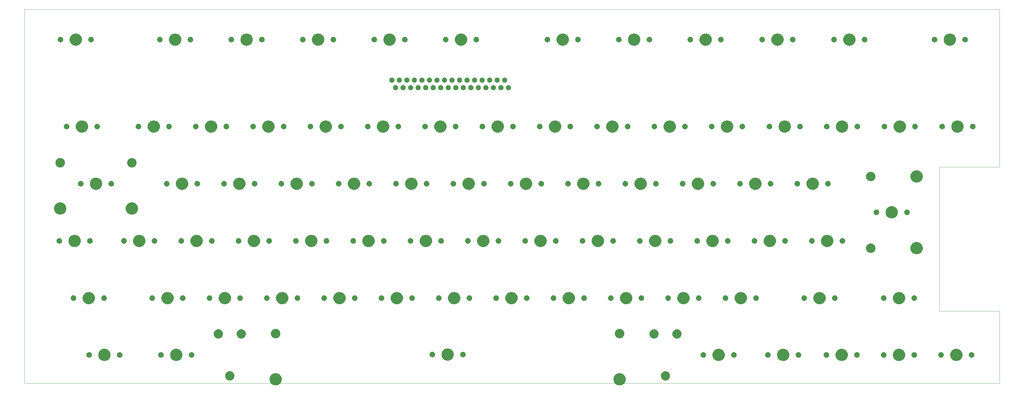
<source format=gbr>
G04 #@! TF.GenerationSoftware,KiCad,Pcbnew,(5.1.4-0-10_14)*
G04 #@! TF.CreationDate,2019-11-18T20:50:20+11:00*
G04 #@! TF.ProjectId,A600KB,41363030-4b42-42e6-9b69-6361645f7063,rev?*
G04 #@! TF.SameCoordinates,Original*
G04 #@! TF.FileFunction,Soldermask,Top*
G04 #@! TF.FilePolarity,Negative*
%FSLAX46Y46*%
G04 Gerber Fmt 4.6, Leading zero omitted, Abs format (unit mm)*
G04 Created by KiCad (PCBNEW (5.1.4-0-10_14)) date 2019-11-18 20:50:20*
%MOMM*%
%LPD*%
G04 APERTURE LIST*
%ADD10C,0.100000*%
G04 APERTURE END LIST*
D10*
X364000000Y-140500000D02*
X364000000Y-164500000D01*
X364000000Y-40000000D02*
X364000000Y-92500000D01*
X344000000Y-92500000D02*
X364000000Y-92500000D01*
X344000000Y-140500000D02*
X344000000Y-92500000D01*
X364000000Y-140500000D02*
X344000000Y-140500000D01*
X40000000Y-164500000D02*
X364000000Y-164500000D01*
X40000000Y-40000000D02*
X40000000Y-164500000D01*
X40000000Y-40000000D02*
X364000000Y-40000000D01*
G36*
X238340474Y-161228684D02*
G01*
X238554474Y-161317326D01*
X238712623Y-161382833D01*
X239047548Y-161606623D01*
X239332377Y-161891452D01*
X239556167Y-162226377D01*
X239556167Y-162226378D01*
X239710316Y-162598526D01*
X239788900Y-162993594D01*
X239788900Y-163396406D01*
X239710316Y-163791474D01*
X239620017Y-164009474D01*
X239556167Y-164163623D01*
X239332377Y-164498548D01*
X239047548Y-164783377D01*
X238712623Y-165007167D01*
X238558474Y-165071017D01*
X238340474Y-165161316D01*
X237945406Y-165239900D01*
X237542594Y-165239900D01*
X237147526Y-165161316D01*
X236929526Y-165071017D01*
X236775377Y-165007167D01*
X236440452Y-164783377D01*
X236155623Y-164498548D01*
X235931833Y-164163623D01*
X235867983Y-164009474D01*
X235777684Y-163791474D01*
X235699100Y-163396406D01*
X235699100Y-162993594D01*
X235777684Y-162598526D01*
X235931833Y-162226378D01*
X235931833Y-162226377D01*
X236155623Y-161891452D01*
X236440452Y-161606623D01*
X236775377Y-161382833D01*
X236933526Y-161317326D01*
X237147526Y-161228684D01*
X237542594Y-161150100D01*
X237945406Y-161150100D01*
X238340474Y-161228684D01*
X238340474Y-161228684D01*
G37*
G36*
X124040474Y-161228684D02*
G01*
X124254474Y-161317326D01*
X124412623Y-161382833D01*
X124747548Y-161606623D01*
X125032377Y-161891452D01*
X125256167Y-162226377D01*
X125256167Y-162226378D01*
X125410316Y-162598526D01*
X125488900Y-162993594D01*
X125488900Y-163396406D01*
X125410316Y-163791474D01*
X125320017Y-164009474D01*
X125256167Y-164163623D01*
X125032377Y-164498548D01*
X124747548Y-164783377D01*
X124412623Y-165007167D01*
X124258474Y-165071017D01*
X124040474Y-165161316D01*
X123645406Y-165239900D01*
X123242594Y-165239900D01*
X122847526Y-165161316D01*
X122629526Y-165071017D01*
X122475377Y-165007167D01*
X122140452Y-164783377D01*
X121855623Y-164498548D01*
X121631833Y-164163623D01*
X121567983Y-164009474D01*
X121477684Y-163791474D01*
X121399100Y-163396406D01*
X121399100Y-162993594D01*
X121477684Y-162598526D01*
X121631833Y-162226378D01*
X121631833Y-162226377D01*
X121855623Y-161891452D01*
X122140452Y-161606623D01*
X122475377Y-161382833D01*
X122633526Y-161317326D01*
X122847526Y-161228684D01*
X123242594Y-161150100D01*
X123645406Y-161150100D01*
X124040474Y-161228684D01*
X124040474Y-161228684D01*
G37*
G36*
X253286585Y-160530802D02*
G01*
X253436410Y-160560604D01*
X253718674Y-160677521D01*
X253972705Y-160847259D01*
X254188741Y-161063295D01*
X254358479Y-161317326D01*
X254475396Y-161599590D01*
X254535000Y-161899240D01*
X254535000Y-162204760D01*
X254475396Y-162504410D01*
X254358479Y-162786674D01*
X254188741Y-163040705D01*
X253972705Y-163256741D01*
X253718674Y-163426479D01*
X253436410Y-163543396D01*
X253286585Y-163573198D01*
X253136761Y-163603000D01*
X252831239Y-163603000D01*
X252681415Y-163573198D01*
X252531590Y-163543396D01*
X252249326Y-163426479D01*
X251995295Y-163256741D01*
X251779259Y-163040705D01*
X251609521Y-162786674D01*
X251492604Y-162504410D01*
X251433000Y-162204760D01*
X251433000Y-161899240D01*
X251492604Y-161599590D01*
X251609521Y-161317326D01*
X251779259Y-161063295D01*
X251995295Y-160847259D01*
X252249326Y-160677521D01*
X252531590Y-160560604D01*
X252681415Y-160530802D01*
X252831239Y-160501000D01*
X253136761Y-160501000D01*
X253286585Y-160530802D01*
X253286585Y-160530802D01*
G37*
G36*
X108506585Y-160530802D02*
G01*
X108656410Y-160560604D01*
X108938674Y-160677521D01*
X109192705Y-160847259D01*
X109408741Y-161063295D01*
X109578479Y-161317326D01*
X109695396Y-161599590D01*
X109755000Y-161899240D01*
X109755000Y-162204760D01*
X109695396Y-162504410D01*
X109578479Y-162786674D01*
X109408741Y-163040705D01*
X109192705Y-163256741D01*
X108938674Y-163426479D01*
X108656410Y-163543396D01*
X108506585Y-163573198D01*
X108356761Y-163603000D01*
X108051239Y-163603000D01*
X107901415Y-163573198D01*
X107751590Y-163543396D01*
X107469326Y-163426479D01*
X107215295Y-163256741D01*
X106999259Y-163040705D01*
X106829521Y-162786674D01*
X106712604Y-162504410D01*
X106653000Y-162204760D01*
X106653000Y-161899240D01*
X106712604Y-161599590D01*
X106829521Y-161317326D01*
X106999259Y-161063295D01*
X107215295Y-160847259D01*
X107469326Y-160677521D01*
X107751590Y-160560604D01*
X107901415Y-160530802D01*
X108051239Y-160501000D01*
X108356761Y-160501000D01*
X108506585Y-160530802D01*
X108506585Y-160530802D01*
G37*
G36*
X271233474Y-153100684D02*
G01*
X271451474Y-153190983D01*
X271605623Y-153254833D01*
X271940548Y-153478623D01*
X272225377Y-153763452D01*
X272449167Y-154098377D01*
X272481562Y-154176586D01*
X272603316Y-154470526D01*
X272681900Y-154865594D01*
X272681900Y-155268406D01*
X272603316Y-155663474D01*
X272552451Y-155786272D01*
X272449167Y-156035623D01*
X272225377Y-156370548D01*
X271940548Y-156655377D01*
X271605623Y-156879167D01*
X271540079Y-156906316D01*
X271233474Y-157033316D01*
X270838406Y-157111900D01*
X270435594Y-157111900D01*
X270040526Y-157033316D01*
X269733921Y-156906316D01*
X269668377Y-156879167D01*
X269333452Y-156655377D01*
X269048623Y-156370548D01*
X268824833Y-156035623D01*
X268721549Y-155786272D01*
X268670684Y-155663474D01*
X268592100Y-155268406D01*
X268592100Y-154865594D01*
X268670684Y-154470526D01*
X268792438Y-154176586D01*
X268824833Y-154098377D01*
X269048623Y-153763452D01*
X269333452Y-153478623D01*
X269668377Y-153254833D01*
X269822526Y-153190983D01*
X270040526Y-153100684D01*
X270435594Y-153022100D01*
X270838406Y-153022100D01*
X271233474Y-153100684D01*
X271233474Y-153100684D01*
G37*
G36*
X91020474Y-153100684D02*
G01*
X91238474Y-153190983D01*
X91392623Y-153254833D01*
X91727548Y-153478623D01*
X92012377Y-153763452D01*
X92236167Y-154098377D01*
X92268562Y-154176586D01*
X92390316Y-154470526D01*
X92468900Y-154865594D01*
X92468900Y-155268406D01*
X92390316Y-155663474D01*
X92339451Y-155786272D01*
X92236167Y-156035623D01*
X92012377Y-156370548D01*
X91727548Y-156655377D01*
X91392623Y-156879167D01*
X91327079Y-156906316D01*
X91020474Y-157033316D01*
X90625406Y-157111900D01*
X90222594Y-157111900D01*
X89827526Y-157033316D01*
X89520921Y-156906316D01*
X89455377Y-156879167D01*
X89120452Y-156655377D01*
X88835623Y-156370548D01*
X88611833Y-156035623D01*
X88508549Y-155786272D01*
X88457684Y-155663474D01*
X88379100Y-155268406D01*
X88379100Y-154865594D01*
X88457684Y-154470526D01*
X88579438Y-154176586D01*
X88611833Y-154098377D01*
X88835623Y-153763452D01*
X89120452Y-153478623D01*
X89455377Y-153254833D01*
X89609526Y-153190983D01*
X89827526Y-153100684D01*
X90222594Y-153022100D01*
X90625406Y-153022100D01*
X91020474Y-153100684D01*
X91020474Y-153100684D01*
G37*
G36*
X67144474Y-153100684D02*
G01*
X67362474Y-153190983D01*
X67516623Y-153254833D01*
X67851548Y-153478623D01*
X68136377Y-153763452D01*
X68360167Y-154098377D01*
X68392562Y-154176586D01*
X68514316Y-154470526D01*
X68592900Y-154865594D01*
X68592900Y-155268406D01*
X68514316Y-155663474D01*
X68463451Y-155786272D01*
X68360167Y-156035623D01*
X68136377Y-156370548D01*
X67851548Y-156655377D01*
X67516623Y-156879167D01*
X67451079Y-156906316D01*
X67144474Y-157033316D01*
X66749406Y-157111900D01*
X66346594Y-157111900D01*
X65951526Y-157033316D01*
X65644921Y-156906316D01*
X65579377Y-156879167D01*
X65244452Y-156655377D01*
X64959623Y-156370548D01*
X64735833Y-156035623D01*
X64632549Y-155786272D01*
X64581684Y-155663474D01*
X64503100Y-155268406D01*
X64503100Y-154865594D01*
X64581684Y-154470526D01*
X64703438Y-154176586D01*
X64735833Y-154098377D01*
X64959623Y-153763452D01*
X65244452Y-153478623D01*
X65579377Y-153254833D01*
X65733526Y-153190983D01*
X65951526Y-153100684D01*
X66346594Y-153022100D01*
X66749406Y-153022100D01*
X67144474Y-153100684D01*
X67144474Y-153100684D01*
G37*
G36*
X292696474Y-153100684D02*
G01*
X292914474Y-153190983D01*
X293068623Y-153254833D01*
X293403548Y-153478623D01*
X293688377Y-153763452D01*
X293912167Y-154098377D01*
X293944562Y-154176586D01*
X294066316Y-154470526D01*
X294144900Y-154865594D01*
X294144900Y-155268406D01*
X294066316Y-155663474D01*
X294015451Y-155786272D01*
X293912167Y-156035623D01*
X293688377Y-156370548D01*
X293403548Y-156655377D01*
X293068623Y-156879167D01*
X293003079Y-156906316D01*
X292696474Y-157033316D01*
X292301406Y-157111900D01*
X291898594Y-157111900D01*
X291503526Y-157033316D01*
X291196921Y-156906316D01*
X291131377Y-156879167D01*
X290796452Y-156655377D01*
X290511623Y-156370548D01*
X290287833Y-156035623D01*
X290184549Y-155786272D01*
X290133684Y-155663474D01*
X290055100Y-155268406D01*
X290055100Y-154865594D01*
X290133684Y-154470526D01*
X290255438Y-154176586D01*
X290287833Y-154098377D01*
X290511623Y-153763452D01*
X290796452Y-153478623D01*
X291131377Y-153254833D01*
X291285526Y-153190983D01*
X291503526Y-153100684D01*
X291898594Y-153022100D01*
X292301406Y-153022100D01*
X292696474Y-153100684D01*
X292696474Y-153100684D01*
G37*
G36*
X312127474Y-153100684D02*
G01*
X312345474Y-153190983D01*
X312499623Y-153254833D01*
X312834548Y-153478623D01*
X313119377Y-153763452D01*
X313343167Y-154098377D01*
X313375562Y-154176586D01*
X313497316Y-154470526D01*
X313575900Y-154865594D01*
X313575900Y-155268406D01*
X313497316Y-155663474D01*
X313446451Y-155786272D01*
X313343167Y-156035623D01*
X313119377Y-156370548D01*
X312834548Y-156655377D01*
X312499623Y-156879167D01*
X312434079Y-156906316D01*
X312127474Y-157033316D01*
X311732406Y-157111900D01*
X311329594Y-157111900D01*
X310934526Y-157033316D01*
X310627921Y-156906316D01*
X310562377Y-156879167D01*
X310227452Y-156655377D01*
X309942623Y-156370548D01*
X309718833Y-156035623D01*
X309615549Y-155786272D01*
X309564684Y-155663474D01*
X309486100Y-155268406D01*
X309486100Y-154865594D01*
X309564684Y-154470526D01*
X309686438Y-154176586D01*
X309718833Y-154098377D01*
X309942623Y-153763452D01*
X310227452Y-153478623D01*
X310562377Y-153254833D01*
X310716526Y-153190983D01*
X310934526Y-153100684D01*
X311329594Y-153022100D01*
X311732406Y-153022100D01*
X312127474Y-153100684D01*
X312127474Y-153100684D01*
G37*
G36*
X331177474Y-153100684D02*
G01*
X331395474Y-153190983D01*
X331549623Y-153254833D01*
X331884548Y-153478623D01*
X332169377Y-153763452D01*
X332393167Y-154098377D01*
X332425562Y-154176586D01*
X332547316Y-154470526D01*
X332625900Y-154865594D01*
X332625900Y-155268406D01*
X332547316Y-155663474D01*
X332496451Y-155786272D01*
X332393167Y-156035623D01*
X332169377Y-156370548D01*
X331884548Y-156655377D01*
X331549623Y-156879167D01*
X331484079Y-156906316D01*
X331177474Y-157033316D01*
X330782406Y-157111900D01*
X330379594Y-157111900D01*
X329984526Y-157033316D01*
X329677921Y-156906316D01*
X329612377Y-156879167D01*
X329277452Y-156655377D01*
X328992623Y-156370548D01*
X328768833Y-156035623D01*
X328665549Y-155786272D01*
X328614684Y-155663474D01*
X328536100Y-155268406D01*
X328536100Y-154865594D01*
X328614684Y-154470526D01*
X328736438Y-154176586D01*
X328768833Y-154098377D01*
X328992623Y-153763452D01*
X329277452Y-153478623D01*
X329612377Y-153254833D01*
X329766526Y-153190983D01*
X329984526Y-153100684D01*
X330379594Y-153022100D01*
X330782406Y-153022100D01*
X331177474Y-153100684D01*
X331177474Y-153100684D01*
G37*
G36*
X350227474Y-153100684D02*
G01*
X350445474Y-153190983D01*
X350599623Y-153254833D01*
X350934548Y-153478623D01*
X351219377Y-153763452D01*
X351443167Y-154098377D01*
X351475562Y-154176586D01*
X351597316Y-154470526D01*
X351675900Y-154865594D01*
X351675900Y-155268406D01*
X351597316Y-155663474D01*
X351546451Y-155786272D01*
X351443167Y-156035623D01*
X351219377Y-156370548D01*
X350934548Y-156655377D01*
X350599623Y-156879167D01*
X350534079Y-156906316D01*
X350227474Y-157033316D01*
X349832406Y-157111900D01*
X349429594Y-157111900D01*
X349034526Y-157033316D01*
X348727921Y-156906316D01*
X348662377Y-156879167D01*
X348327452Y-156655377D01*
X348042623Y-156370548D01*
X347818833Y-156035623D01*
X347715549Y-155786272D01*
X347664684Y-155663474D01*
X347586100Y-155268406D01*
X347586100Y-154865594D01*
X347664684Y-154470526D01*
X347786438Y-154176586D01*
X347818833Y-154098377D01*
X348042623Y-153763452D01*
X348327452Y-153478623D01*
X348662377Y-153254833D01*
X348816526Y-153190983D01*
X349034526Y-153100684D01*
X349429594Y-153022100D01*
X349832406Y-153022100D01*
X350227474Y-153100684D01*
X350227474Y-153100684D01*
G37*
G36*
X181190474Y-152973684D02*
G01*
X181307360Y-153022100D01*
X181562623Y-153127833D01*
X181897548Y-153351623D01*
X182182377Y-153636452D01*
X182406167Y-153971377D01*
X182438562Y-154049586D01*
X182560316Y-154343526D01*
X182638900Y-154738594D01*
X182638900Y-155141406D01*
X182560316Y-155536474D01*
X182509451Y-155659272D01*
X182406167Y-155908623D01*
X182182377Y-156243548D01*
X181897548Y-156528377D01*
X181562623Y-156752167D01*
X181408474Y-156816017D01*
X181190474Y-156906316D01*
X180795406Y-156984900D01*
X180392594Y-156984900D01*
X179997526Y-156906316D01*
X179779526Y-156816017D01*
X179625377Y-156752167D01*
X179290452Y-156528377D01*
X179005623Y-156243548D01*
X178781833Y-155908623D01*
X178678549Y-155659272D01*
X178627684Y-155536474D01*
X178549100Y-155141406D01*
X178549100Y-154738594D01*
X178627684Y-154343526D01*
X178749438Y-154049586D01*
X178781833Y-153971377D01*
X179005623Y-153636452D01*
X179290452Y-153351623D01*
X179625377Y-153127833D01*
X179880640Y-153022100D01*
X179997526Y-152973684D01*
X180392594Y-152895100D01*
X180795406Y-152895100D01*
X181190474Y-152973684D01*
X181190474Y-152973684D01*
G37*
G36*
X71898104Y-154176585D02*
G01*
X72066626Y-154246389D01*
X72218291Y-154347728D01*
X72347272Y-154476709D01*
X72448611Y-154628374D01*
X72518415Y-154796896D01*
X72554000Y-154975797D01*
X72554000Y-155158203D01*
X72518415Y-155337104D01*
X72448611Y-155505626D01*
X72347272Y-155657291D01*
X72218291Y-155786272D01*
X72066626Y-155887611D01*
X71898104Y-155957415D01*
X71719203Y-155993000D01*
X71536797Y-155993000D01*
X71357896Y-155957415D01*
X71189374Y-155887611D01*
X71037709Y-155786272D01*
X70908728Y-155657291D01*
X70807389Y-155505626D01*
X70737585Y-155337104D01*
X70702000Y-155158203D01*
X70702000Y-154975797D01*
X70737585Y-154796896D01*
X70807389Y-154628374D01*
X70908728Y-154476709D01*
X71037709Y-154347728D01*
X71189374Y-154246389D01*
X71357896Y-154176585D01*
X71536797Y-154141000D01*
X71719203Y-154141000D01*
X71898104Y-154176585D01*
X71898104Y-154176585D01*
G37*
G36*
X61738104Y-154176585D02*
G01*
X61906626Y-154246389D01*
X62058291Y-154347728D01*
X62187272Y-154476709D01*
X62288611Y-154628374D01*
X62358415Y-154796896D01*
X62394000Y-154975797D01*
X62394000Y-155158203D01*
X62358415Y-155337104D01*
X62288611Y-155505626D01*
X62187272Y-155657291D01*
X62058291Y-155786272D01*
X61906626Y-155887611D01*
X61738104Y-155957415D01*
X61559203Y-155993000D01*
X61376797Y-155993000D01*
X61197896Y-155957415D01*
X61029374Y-155887611D01*
X60877709Y-155786272D01*
X60748728Y-155657291D01*
X60647389Y-155505626D01*
X60577585Y-155337104D01*
X60542000Y-155158203D01*
X60542000Y-154975797D01*
X60577585Y-154796896D01*
X60647389Y-154628374D01*
X60748728Y-154476709D01*
X60877709Y-154347728D01*
X61029374Y-154246389D01*
X61197896Y-154176585D01*
X61376797Y-154141000D01*
X61559203Y-154141000D01*
X61738104Y-154176585D01*
X61738104Y-154176585D01*
G37*
G36*
X275987104Y-154176585D02*
G01*
X276155626Y-154246389D01*
X276307291Y-154347728D01*
X276436272Y-154476709D01*
X276537611Y-154628374D01*
X276607415Y-154796896D01*
X276643000Y-154975797D01*
X276643000Y-155158203D01*
X276607415Y-155337104D01*
X276537611Y-155505626D01*
X276436272Y-155657291D01*
X276307291Y-155786272D01*
X276155626Y-155887611D01*
X275987104Y-155957415D01*
X275808203Y-155993000D01*
X275625797Y-155993000D01*
X275446896Y-155957415D01*
X275278374Y-155887611D01*
X275126709Y-155786272D01*
X274997728Y-155657291D01*
X274896389Y-155505626D01*
X274826585Y-155337104D01*
X274791000Y-155158203D01*
X274791000Y-154975797D01*
X274826585Y-154796896D01*
X274896389Y-154628374D01*
X274997728Y-154476709D01*
X275126709Y-154347728D01*
X275278374Y-154246389D01*
X275446896Y-154176585D01*
X275625797Y-154141000D01*
X275808203Y-154141000D01*
X275987104Y-154176585D01*
X275987104Y-154176585D01*
G37*
G36*
X95774104Y-154176585D02*
G01*
X95942626Y-154246389D01*
X96094291Y-154347728D01*
X96223272Y-154476709D01*
X96324611Y-154628374D01*
X96394415Y-154796896D01*
X96430000Y-154975797D01*
X96430000Y-155158203D01*
X96394415Y-155337104D01*
X96324611Y-155505626D01*
X96223272Y-155657291D01*
X96094291Y-155786272D01*
X95942626Y-155887611D01*
X95774104Y-155957415D01*
X95595203Y-155993000D01*
X95412797Y-155993000D01*
X95233896Y-155957415D01*
X95065374Y-155887611D01*
X94913709Y-155786272D01*
X94784728Y-155657291D01*
X94683389Y-155505626D01*
X94613585Y-155337104D01*
X94578000Y-155158203D01*
X94578000Y-154975797D01*
X94613585Y-154796896D01*
X94683389Y-154628374D01*
X94784728Y-154476709D01*
X94913709Y-154347728D01*
X95065374Y-154246389D01*
X95233896Y-154176585D01*
X95412797Y-154141000D01*
X95595203Y-154141000D01*
X95774104Y-154176585D01*
X95774104Y-154176585D01*
G37*
G36*
X287290104Y-154176585D02*
G01*
X287458626Y-154246389D01*
X287610291Y-154347728D01*
X287739272Y-154476709D01*
X287840611Y-154628374D01*
X287910415Y-154796896D01*
X287946000Y-154975797D01*
X287946000Y-155158203D01*
X287910415Y-155337104D01*
X287840611Y-155505626D01*
X287739272Y-155657291D01*
X287610291Y-155786272D01*
X287458626Y-155887611D01*
X287290104Y-155957415D01*
X287111203Y-155993000D01*
X286928797Y-155993000D01*
X286749896Y-155957415D01*
X286581374Y-155887611D01*
X286429709Y-155786272D01*
X286300728Y-155657291D01*
X286199389Y-155505626D01*
X286129585Y-155337104D01*
X286094000Y-155158203D01*
X286094000Y-154975797D01*
X286129585Y-154796896D01*
X286199389Y-154628374D01*
X286300728Y-154476709D01*
X286429709Y-154347728D01*
X286581374Y-154246389D01*
X286749896Y-154176585D01*
X286928797Y-154141000D01*
X287111203Y-154141000D01*
X287290104Y-154176585D01*
X287290104Y-154176585D01*
G37*
G36*
X297450104Y-154176585D02*
G01*
X297618626Y-154246389D01*
X297770291Y-154347728D01*
X297899272Y-154476709D01*
X298000611Y-154628374D01*
X298070415Y-154796896D01*
X298106000Y-154975797D01*
X298106000Y-155158203D01*
X298070415Y-155337104D01*
X298000611Y-155505626D01*
X297899272Y-155657291D01*
X297770291Y-155786272D01*
X297618626Y-155887611D01*
X297450104Y-155957415D01*
X297271203Y-155993000D01*
X297088797Y-155993000D01*
X296909896Y-155957415D01*
X296741374Y-155887611D01*
X296589709Y-155786272D01*
X296460728Y-155657291D01*
X296359389Y-155505626D01*
X296289585Y-155337104D01*
X296254000Y-155158203D01*
X296254000Y-154975797D01*
X296289585Y-154796896D01*
X296359389Y-154628374D01*
X296460728Y-154476709D01*
X296589709Y-154347728D01*
X296741374Y-154246389D01*
X296909896Y-154176585D01*
X297088797Y-154141000D01*
X297271203Y-154141000D01*
X297450104Y-154176585D01*
X297450104Y-154176585D01*
G37*
G36*
X265827104Y-154176585D02*
G01*
X265995626Y-154246389D01*
X266147291Y-154347728D01*
X266276272Y-154476709D01*
X266377611Y-154628374D01*
X266447415Y-154796896D01*
X266483000Y-154975797D01*
X266483000Y-155158203D01*
X266447415Y-155337104D01*
X266377611Y-155505626D01*
X266276272Y-155657291D01*
X266147291Y-155786272D01*
X265995626Y-155887611D01*
X265827104Y-155957415D01*
X265648203Y-155993000D01*
X265465797Y-155993000D01*
X265286896Y-155957415D01*
X265118374Y-155887611D01*
X264966709Y-155786272D01*
X264837728Y-155657291D01*
X264736389Y-155505626D01*
X264666585Y-155337104D01*
X264631000Y-155158203D01*
X264631000Y-154975797D01*
X264666585Y-154796896D01*
X264736389Y-154628374D01*
X264837728Y-154476709D01*
X264966709Y-154347728D01*
X265118374Y-154246389D01*
X265286896Y-154176585D01*
X265465797Y-154141000D01*
X265648203Y-154141000D01*
X265827104Y-154176585D01*
X265827104Y-154176585D01*
G37*
G36*
X85614104Y-154176585D02*
G01*
X85782626Y-154246389D01*
X85934291Y-154347728D01*
X86063272Y-154476709D01*
X86164611Y-154628374D01*
X86234415Y-154796896D01*
X86270000Y-154975797D01*
X86270000Y-155158203D01*
X86234415Y-155337104D01*
X86164611Y-155505626D01*
X86063272Y-155657291D01*
X85934291Y-155786272D01*
X85782626Y-155887611D01*
X85614104Y-155957415D01*
X85435203Y-155993000D01*
X85252797Y-155993000D01*
X85073896Y-155957415D01*
X84905374Y-155887611D01*
X84753709Y-155786272D01*
X84624728Y-155657291D01*
X84523389Y-155505626D01*
X84453585Y-155337104D01*
X84418000Y-155158203D01*
X84418000Y-154975797D01*
X84453585Y-154796896D01*
X84523389Y-154628374D01*
X84624728Y-154476709D01*
X84753709Y-154347728D01*
X84905374Y-154246389D01*
X85073896Y-154176585D01*
X85252797Y-154141000D01*
X85435203Y-154141000D01*
X85614104Y-154176585D01*
X85614104Y-154176585D01*
G37*
G36*
X306721104Y-154176585D02*
G01*
X306889626Y-154246389D01*
X307041291Y-154347728D01*
X307170272Y-154476709D01*
X307271611Y-154628374D01*
X307341415Y-154796896D01*
X307377000Y-154975797D01*
X307377000Y-155158203D01*
X307341415Y-155337104D01*
X307271611Y-155505626D01*
X307170272Y-155657291D01*
X307041291Y-155786272D01*
X306889626Y-155887611D01*
X306721104Y-155957415D01*
X306542203Y-155993000D01*
X306359797Y-155993000D01*
X306180896Y-155957415D01*
X306012374Y-155887611D01*
X305860709Y-155786272D01*
X305731728Y-155657291D01*
X305630389Y-155505626D01*
X305560585Y-155337104D01*
X305525000Y-155158203D01*
X305525000Y-154975797D01*
X305560585Y-154796896D01*
X305630389Y-154628374D01*
X305731728Y-154476709D01*
X305860709Y-154347728D01*
X306012374Y-154246389D01*
X306180896Y-154176585D01*
X306359797Y-154141000D01*
X306542203Y-154141000D01*
X306721104Y-154176585D01*
X306721104Y-154176585D01*
G37*
G36*
X344821104Y-154176585D02*
G01*
X344989626Y-154246389D01*
X345141291Y-154347728D01*
X345270272Y-154476709D01*
X345371611Y-154628374D01*
X345441415Y-154796896D01*
X345477000Y-154975797D01*
X345477000Y-155158203D01*
X345441415Y-155337104D01*
X345371611Y-155505626D01*
X345270272Y-155657291D01*
X345141291Y-155786272D01*
X344989626Y-155887611D01*
X344821104Y-155957415D01*
X344642203Y-155993000D01*
X344459797Y-155993000D01*
X344280896Y-155957415D01*
X344112374Y-155887611D01*
X343960709Y-155786272D01*
X343831728Y-155657291D01*
X343730389Y-155505626D01*
X343660585Y-155337104D01*
X343625000Y-155158203D01*
X343625000Y-154975797D01*
X343660585Y-154796896D01*
X343730389Y-154628374D01*
X343831728Y-154476709D01*
X343960709Y-154347728D01*
X344112374Y-154246389D01*
X344280896Y-154176585D01*
X344459797Y-154141000D01*
X344642203Y-154141000D01*
X344821104Y-154176585D01*
X344821104Y-154176585D01*
G37*
G36*
X354981104Y-154176585D02*
G01*
X355149626Y-154246389D01*
X355301291Y-154347728D01*
X355430272Y-154476709D01*
X355531611Y-154628374D01*
X355601415Y-154796896D01*
X355637000Y-154975797D01*
X355637000Y-155158203D01*
X355601415Y-155337104D01*
X355531611Y-155505626D01*
X355430272Y-155657291D01*
X355301291Y-155786272D01*
X355149626Y-155887611D01*
X354981104Y-155957415D01*
X354802203Y-155993000D01*
X354619797Y-155993000D01*
X354440896Y-155957415D01*
X354272374Y-155887611D01*
X354120709Y-155786272D01*
X353991728Y-155657291D01*
X353890389Y-155505626D01*
X353820585Y-155337104D01*
X353785000Y-155158203D01*
X353785000Y-154975797D01*
X353820585Y-154796896D01*
X353890389Y-154628374D01*
X353991728Y-154476709D01*
X354120709Y-154347728D01*
X354272374Y-154246389D01*
X354440896Y-154176585D01*
X354619797Y-154141000D01*
X354802203Y-154141000D01*
X354981104Y-154176585D01*
X354981104Y-154176585D01*
G37*
G36*
X335931104Y-154176585D02*
G01*
X336099626Y-154246389D01*
X336251291Y-154347728D01*
X336380272Y-154476709D01*
X336481611Y-154628374D01*
X336551415Y-154796896D01*
X336587000Y-154975797D01*
X336587000Y-155158203D01*
X336551415Y-155337104D01*
X336481611Y-155505626D01*
X336380272Y-155657291D01*
X336251291Y-155786272D01*
X336099626Y-155887611D01*
X335931104Y-155957415D01*
X335752203Y-155993000D01*
X335569797Y-155993000D01*
X335390896Y-155957415D01*
X335222374Y-155887611D01*
X335070709Y-155786272D01*
X334941728Y-155657291D01*
X334840389Y-155505626D01*
X334770585Y-155337104D01*
X334735000Y-155158203D01*
X334735000Y-154975797D01*
X334770585Y-154796896D01*
X334840389Y-154628374D01*
X334941728Y-154476709D01*
X335070709Y-154347728D01*
X335222374Y-154246389D01*
X335390896Y-154176585D01*
X335569797Y-154141000D01*
X335752203Y-154141000D01*
X335931104Y-154176585D01*
X335931104Y-154176585D01*
G37*
G36*
X325771104Y-154176585D02*
G01*
X325939626Y-154246389D01*
X326091291Y-154347728D01*
X326220272Y-154476709D01*
X326321611Y-154628374D01*
X326391415Y-154796896D01*
X326427000Y-154975797D01*
X326427000Y-155158203D01*
X326391415Y-155337104D01*
X326321611Y-155505626D01*
X326220272Y-155657291D01*
X326091291Y-155786272D01*
X325939626Y-155887611D01*
X325771104Y-155957415D01*
X325592203Y-155993000D01*
X325409797Y-155993000D01*
X325230896Y-155957415D01*
X325062374Y-155887611D01*
X324910709Y-155786272D01*
X324781728Y-155657291D01*
X324680389Y-155505626D01*
X324610585Y-155337104D01*
X324575000Y-155158203D01*
X324575000Y-154975797D01*
X324610585Y-154796896D01*
X324680389Y-154628374D01*
X324781728Y-154476709D01*
X324910709Y-154347728D01*
X325062374Y-154246389D01*
X325230896Y-154176585D01*
X325409797Y-154141000D01*
X325592203Y-154141000D01*
X325771104Y-154176585D01*
X325771104Y-154176585D01*
G37*
G36*
X316881104Y-154176585D02*
G01*
X317049626Y-154246389D01*
X317201291Y-154347728D01*
X317330272Y-154476709D01*
X317431611Y-154628374D01*
X317501415Y-154796896D01*
X317537000Y-154975797D01*
X317537000Y-155158203D01*
X317501415Y-155337104D01*
X317431611Y-155505626D01*
X317330272Y-155657291D01*
X317201291Y-155786272D01*
X317049626Y-155887611D01*
X316881104Y-155957415D01*
X316702203Y-155993000D01*
X316519797Y-155993000D01*
X316340896Y-155957415D01*
X316172374Y-155887611D01*
X316020709Y-155786272D01*
X315891728Y-155657291D01*
X315790389Y-155505626D01*
X315720585Y-155337104D01*
X315685000Y-155158203D01*
X315685000Y-154975797D01*
X315720585Y-154796896D01*
X315790389Y-154628374D01*
X315891728Y-154476709D01*
X316020709Y-154347728D01*
X316172374Y-154246389D01*
X316340896Y-154176585D01*
X316519797Y-154141000D01*
X316702203Y-154141000D01*
X316881104Y-154176585D01*
X316881104Y-154176585D01*
G37*
G36*
X175784104Y-154049585D02*
G01*
X175952626Y-154119389D01*
X176104291Y-154220728D01*
X176233272Y-154349709D01*
X176334611Y-154501374D01*
X176404415Y-154669896D01*
X176440000Y-154848797D01*
X176440000Y-155031203D01*
X176404415Y-155210104D01*
X176334611Y-155378626D01*
X176233272Y-155530291D01*
X176104291Y-155659272D01*
X175952626Y-155760611D01*
X175784104Y-155830415D01*
X175605203Y-155866000D01*
X175422797Y-155866000D01*
X175243896Y-155830415D01*
X175075374Y-155760611D01*
X174923709Y-155659272D01*
X174794728Y-155530291D01*
X174693389Y-155378626D01*
X174623585Y-155210104D01*
X174588000Y-155031203D01*
X174588000Y-154848797D01*
X174623585Y-154669896D01*
X174693389Y-154501374D01*
X174794728Y-154349709D01*
X174923709Y-154220728D01*
X175075374Y-154119389D01*
X175243896Y-154049585D01*
X175422797Y-154014000D01*
X175605203Y-154014000D01*
X175784104Y-154049585D01*
X175784104Y-154049585D01*
G37*
G36*
X185944104Y-154049585D02*
G01*
X186112626Y-154119389D01*
X186264291Y-154220728D01*
X186393272Y-154349709D01*
X186494611Y-154501374D01*
X186564415Y-154669896D01*
X186600000Y-154848797D01*
X186600000Y-155031203D01*
X186564415Y-155210104D01*
X186494611Y-155378626D01*
X186393272Y-155530291D01*
X186264291Y-155659272D01*
X186112626Y-155760611D01*
X185944104Y-155830415D01*
X185765203Y-155866000D01*
X185582797Y-155866000D01*
X185403896Y-155830415D01*
X185235374Y-155760611D01*
X185083709Y-155659272D01*
X184954728Y-155530291D01*
X184853389Y-155378626D01*
X184783585Y-155210104D01*
X184748000Y-155031203D01*
X184748000Y-154848797D01*
X184783585Y-154669896D01*
X184853389Y-154501374D01*
X184954728Y-154349709D01*
X185083709Y-154220728D01*
X185235374Y-154119389D01*
X185403896Y-154049585D01*
X185582797Y-154014000D01*
X185765203Y-154014000D01*
X185944104Y-154049585D01*
X185944104Y-154049585D01*
G37*
G36*
X104688793Y-146559252D02*
G01*
X104846410Y-146590604D01*
X105128674Y-146707521D01*
X105382705Y-146877259D01*
X105598741Y-147093295D01*
X105768479Y-147347326D01*
X105885396Y-147629590D01*
X105945000Y-147929240D01*
X105945000Y-148234760D01*
X105885396Y-148534410D01*
X105768479Y-148816674D01*
X105598741Y-149070705D01*
X105382705Y-149286741D01*
X105128674Y-149456479D01*
X104846410Y-149573396D01*
X104696585Y-149603198D01*
X104546761Y-149633000D01*
X104241239Y-149633000D01*
X104091415Y-149603198D01*
X103941590Y-149573396D01*
X103659326Y-149456479D01*
X103405295Y-149286741D01*
X103189259Y-149070705D01*
X103019521Y-148816674D01*
X102902604Y-148534410D01*
X102843000Y-148234760D01*
X102843000Y-147929240D01*
X102902604Y-147629590D01*
X103019521Y-147347326D01*
X103189259Y-147093295D01*
X103405295Y-146877259D01*
X103659326Y-146707521D01*
X103941590Y-146590604D01*
X104099207Y-146559252D01*
X104241239Y-146531000D01*
X104546761Y-146531000D01*
X104688793Y-146559252D01*
X104688793Y-146559252D01*
G37*
G36*
X257088793Y-146559252D02*
G01*
X257246410Y-146590604D01*
X257528674Y-146707521D01*
X257782705Y-146877259D01*
X257998741Y-147093295D01*
X258168479Y-147347326D01*
X258285396Y-147629590D01*
X258345000Y-147929240D01*
X258345000Y-148234760D01*
X258285396Y-148534410D01*
X258168479Y-148816674D01*
X257998741Y-149070705D01*
X257782705Y-149286741D01*
X257528674Y-149456479D01*
X257246410Y-149573396D01*
X257096585Y-149603198D01*
X256946761Y-149633000D01*
X256641239Y-149633000D01*
X256491415Y-149603198D01*
X256341590Y-149573396D01*
X256059326Y-149456479D01*
X255805295Y-149286741D01*
X255589259Y-149070705D01*
X255419521Y-148816674D01*
X255302604Y-148534410D01*
X255243000Y-148234760D01*
X255243000Y-147929240D01*
X255302604Y-147629590D01*
X255419521Y-147347326D01*
X255589259Y-147093295D01*
X255805295Y-146877259D01*
X256059326Y-146707521D01*
X256341590Y-146590604D01*
X256499207Y-146559252D01*
X256641239Y-146531000D01*
X256946761Y-146531000D01*
X257088793Y-146559252D01*
X257088793Y-146559252D01*
G37*
G36*
X249468793Y-146559252D02*
G01*
X249626410Y-146590604D01*
X249908674Y-146707521D01*
X250162705Y-146877259D01*
X250378741Y-147093295D01*
X250548479Y-147347326D01*
X250665396Y-147629590D01*
X250725000Y-147929240D01*
X250725000Y-148234760D01*
X250665396Y-148534410D01*
X250548479Y-148816674D01*
X250378741Y-149070705D01*
X250162705Y-149286741D01*
X249908674Y-149456479D01*
X249626410Y-149573396D01*
X249476585Y-149603198D01*
X249326761Y-149633000D01*
X249021239Y-149633000D01*
X248871415Y-149603198D01*
X248721590Y-149573396D01*
X248439326Y-149456479D01*
X248185295Y-149286741D01*
X247969259Y-149070705D01*
X247799521Y-148816674D01*
X247682604Y-148534410D01*
X247623000Y-148234760D01*
X247623000Y-147929240D01*
X247682604Y-147629590D01*
X247799521Y-147347326D01*
X247969259Y-147093295D01*
X248185295Y-146877259D01*
X248439326Y-146707521D01*
X248721590Y-146590604D01*
X248879207Y-146559252D01*
X249021239Y-146531000D01*
X249326761Y-146531000D01*
X249468793Y-146559252D01*
X249468793Y-146559252D01*
G37*
G36*
X112308793Y-146559252D02*
G01*
X112466410Y-146590604D01*
X112748674Y-146707521D01*
X113002705Y-146877259D01*
X113218741Y-147093295D01*
X113388479Y-147347326D01*
X113505396Y-147629590D01*
X113565000Y-147929240D01*
X113565000Y-148234760D01*
X113505396Y-148534410D01*
X113388479Y-148816674D01*
X113218741Y-149070705D01*
X113002705Y-149286741D01*
X112748674Y-149456479D01*
X112466410Y-149573396D01*
X112316585Y-149603198D01*
X112166761Y-149633000D01*
X111861239Y-149633000D01*
X111711415Y-149603198D01*
X111561590Y-149573396D01*
X111279326Y-149456479D01*
X111025295Y-149286741D01*
X110809259Y-149070705D01*
X110639521Y-148816674D01*
X110522604Y-148534410D01*
X110463000Y-148234760D01*
X110463000Y-147929240D01*
X110522604Y-147629590D01*
X110639521Y-147347326D01*
X110809259Y-147093295D01*
X111025295Y-146877259D01*
X111279326Y-146707521D01*
X111561590Y-146590604D01*
X111719207Y-146559252D01*
X111861239Y-146531000D01*
X112166761Y-146531000D01*
X112308793Y-146559252D01*
X112308793Y-146559252D01*
G37*
G36*
X238203411Y-146440526D02*
G01*
X238322137Y-146489704D01*
X238490041Y-146559252D01*
X238575639Y-146616447D01*
X238748004Y-146731617D01*
X238967383Y-146950996D01*
X239062464Y-147093295D01*
X239139748Y-147208959D01*
X239258474Y-147495590D01*
X239319000Y-147799875D01*
X239319000Y-148110125D01*
X239258474Y-148414410D01*
X239139748Y-148701041D01*
X239139747Y-148701042D01*
X238967383Y-148959004D01*
X238748004Y-149178383D01*
X238585836Y-149286740D01*
X238490041Y-149350748D01*
X238322137Y-149420296D01*
X238203411Y-149469474D01*
X237899125Y-149530000D01*
X237588875Y-149530000D01*
X237284589Y-149469474D01*
X237165863Y-149420296D01*
X236997959Y-149350748D01*
X236902164Y-149286740D01*
X236739996Y-149178383D01*
X236520617Y-148959004D01*
X236348253Y-148701042D01*
X236348252Y-148701041D01*
X236229526Y-148414410D01*
X236169000Y-148110125D01*
X236169000Y-147799875D01*
X236229526Y-147495590D01*
X236348252Y-147208959D01*
X236425536Y-147093295D01*
X236520617Y-146950996D01*
X236739996Y-146731617D01*
X236912361Y-146616447D01*
X236997959Y-146559252D01*
X237165863Y-146489704D01*
X237284589Y-146440526D01*
X237588875Y-146380000D01*
X237899125Y-146380000D01*
X238203411Y-146440526D01*
X238203411Y-146440526D01*
G37*
G36*
X123903411Y-146440526D02*
G01*
X124022137Y-146489704D01*
X124190041Y-146559252D01*
X124275639Y-146616447D01*
X124448004Y-146731617D01*
X124667383Y-146950996D01*
X124762464Y-147093295D01*
X124839748Y-147208959D01*
X124958474Y-147495590D01*
X125019000Y-147799875D01*
X125019000Y-148110125D01*
X124958474Y-148414410D01*
X124839748Y-148701041D01*
X124839747Y-148701042D01*
X124667383Y-148959004D01*
X124448004Y-149178383D01*
X124285836Y-149286740D01*
X124190041Y-149350748D01*
X124022137Y-149420296D01*
X123903411Y-149469474D01*
X123599125Y-149530000D01*
X123288875Y-149530000D01*
X122984589Y-149469474D01*
X122865863Y-149420296D01*
X122697959Y-149350748D01*
X122602164Y-149286740D01*
X122439996Y-149178383D01*
X122220617Y-148959004D01*
X122048253Y-148701042D01*
X122048252Y-148701041D01*
X121929526Y-148414410D01*
X121869000Y-148110125D01*
X121869000Y-147799875D01*
X121929526Y-147495590D01*
X122048252Y-147208959D01*
X122125536Y-147093295D01*
X122220617Y-146950996D01*
X122439996Y-146731617D01*
X122612361Y-146616447D01*
X122697959Y-146559252D01*
X122865863Y-146489704D01*
X122984589Y-146440526D01*
X123288875Y-146380000D01*
X123599125Y-146380000D01*
X123903411Y-146440526D01*
X123903411Y-146440526D01*
G37*
G36*
X240499474Y-134177684D02*
G01*
X240717474Y-134267983D01*
X240871623Y-134331833D01*
X241206548Y-134555623D01*
X241491377Y-134840452D01*
X241715167Y-135175377D01*
X241747562Y-135253586D01*
X241869316Y-135547526D01*
X241947900Y-135942594D01*
X241947900Y-136345406D01*
X241869316Y-136740474D01*
X241818451Y-136863272D01*
X241715167Y-137112623D01*
X241491377Y-137447548D01*
X241206548Y-137732377D01*
X240871623Y-137956167D01*
X240717474Y-138020017D01*
X240499474Y-138110316D01*
X240104406Y-138188900D01*
X239701594Y-138188900D01*
X239306526Y-138110316D01*
X239088526Y-138020017D01*
X238934377Y-137956167D01*
X238599452Y-137732377D01*
X238314623Y-137447548D01*
X238090833Y-137112623D01*
X237987549Y-136863272D01*
X237936684Y-136740474D01*
X237858100Y-136345406D01*
X237858100Y-135942594D01*
X237936684Y-135547526D01*
X238058438Y-135253586D01*
X238090833Y-135175377D01*
X238314623Y-134840452D01*
X238599452Y-134555623D01*
X238934377Y-134331833D01*
X239088526Y-134267983D01*
X239306526Y-134177684D01*
X239701594Y-134099100D01*
X240104406Y-134099100D01*
X240499474Y-134177684D01*
X240499474Y-134177684D01*
G37*
G36*
X221449474Y-134177684D02*
G01*
X221667474Y-134267983D01*
X221821623Y-134331833D01*
X222156548Y-134555623D01*
X222441377Y-134840452D01*
X222665167Y-135175377D01*
X222697562Y-135253586D01*
X222819316Y-135547526D01*
X222897900Y-135942594D01*
X222897900Y-136345406D01*
X222819316Y-136740474D01*
X222768451Y-136863272D01*
X222665167Y-137112623D01*
X222441377Y-137447548D01*
X222156548Y-137732377D01*
X221821623Y-137956167D01*
X221667474Y-138020017D01*
X221449474Y-138110316D01*
X221054406Y-138188900D01*
X220651594Y-138188900D01*
X220256526Y-138110316D01*
X220038526Y-138020017D01*
X219884377Y-137956167D01*
X219549452Y-137732377D01*
X219264623Y-137447548D01*
X219040833Y-137112623D01*
X218937549Y-136863272D01*
X218886684Y-136740474D01*
X218808100Y-136345406D01*
X218808100Y-135942594D01*
X218886684Y-135547526D01*
X219008438Y-135253586D01*
X219040833Y-135175377D01*
X219264623Y-134840452D01*
X219549452Y-134555623D01*
X219884377Y-134331833D01*
X220038526Y-134267983D01*
X220256526Y-134177684D01*
X220651594Y-134099100D01*
X221054406Y-134099100D01*
X221449474Y-134177684D01*
X221449474Y-134177684D01*
G37*
G36*
X202399474Y-134177684D02*
G01*
X202617474Y-134267983D01*
X202771623Y-134331833D01*
X203106548Y-134555623D01*
X203391377Y-134840452D01*
X203615167Y-135175377D01*
X203647562Y-135253586D01*
X203769316Y-135547526D01*
X203847900Y-135942594D01*
X203847900Y-136345406D01*
X203769316Y-136740474D01*
X203718451Y-136863272D01*
X203615167Y-137112623D01*
X203391377Y-137447548D01*
X203106548Y-137732377D01*
X202771623Y-137956167D01*
X202617474Y-138020017D01*
X202399474Y-138110316D01*
X202004406Y-138188900D01*
X201601594Y-138188900D01*
X201206526Y-138110316D01*
X200988526Y-138020017D01*
X200834377Y-137956167D01*
X200499452Y-137732377D01*
X200214623Y-137447548D01*
X199990833Y-137112623D01*
X199887549Y-136863272D01*
X199836684Y-136740474D01*
X199758100Y-136345406D01*
X199758100Y-135942594D01*
X199836684Y-135547526D01*
X199958438Y-135253586D01*
X199990833Y-135175377D01*
X200214623Y-134840452D01*
X200499452Y-134555623D01*
X200834377Y-134331833D01*
X200988526Y-134267983D01*
X201206526Y-134177684D01*
X201601594Y-134099100D01*
X202004406Y-134099100D01*
X202399474Y-134177684D01*
X202399474Y-134177684D01*
G37*
G36*
X183349474Y-134177684D02*
G01*
X183567474Y-134267983D01*
X183721623Y-134331833D01*
X184056548Y-134555623D01*
X184341377Y-134840452D01*
X184565167Y-135175377D01*
X184597562Y-135253586D01*
X184719316Y-135547526D01*
X184797900Y-135942594D01*
X184797900Y-136345406D01*
X184719316Y-136740474D01*
X184668451Y-136863272D01*
X184565167Y-137112623D01*
X184341377Y-137447548D01*
X184056548Y-137732377D01*
X183721623Y-137956167D01*
X183567474Y-138020017D01*
X183349474Y-138110316D01*
X182954406Y-138188900D01*
X182551594Y-138188900D01*
X182156526Y-138110316D01*
X181938526Y-138020017D01*
X181784377Y-137956167D01*
X181449452Y-137732377D01*
X181164623Y-137447548D01*
X180940833Y-137112623D01*
X180837549Y-136863272D01*
X180786684Y-136740474D01*
X180708100Y-136345406D01*
X180708100Y-135942594D01*
X180786684Y-135547526D01*
X180908438Y-135253586D01*
X180940833Y-135175377D01*
X181164623Y-134840452D01*
X181449452Y-134555623D01*
X181784377Y-134331833D01*
X181938526Y-134267983D01*
X182156526Y-134177684D01*
X182551594Y-134099100D01*
X182954406Y-134099100D01*
X183349474Y-134177684D01*
X183349474Y-134177684D01*
G37*
G36*
X164299474Y-134177684D02*
G01*
X164517474Y-134267983D01*
X164671623Y-134331833D01*
X165006548Y-134555623D01*
X165291377Y-134840452D01*
X165515167Y-135175377D01*
X165547562Y-135253586D01*
X165669316Y-135547526D01*
X165747900Y-135942594D01*
X165747900Y-136345406D01*
X165669316Y-136740474D01*
X165618451Y-136863272D01*
X165515167Y-137112623D01*
X165291377Y-137447548D01*
X165006548Y-137732377D01*
X164671623Y-137956167D01*
X164517474Y-138020017D01*
X164299474Y-138110316D01*
X163904406Y-138188900D01*
X163501594Y-138188900D01*
X163106526Y-138110316D01*
X162888526Y-138020017D01*
X162734377Y-137956167D01*
X162399452Y-137732377D01*
X162114623Y-137447548D01*
X161890833Y-137112623D01*
X161787549Y-136863272D01*
X161736684Y-136740474D01*
X161658100Y-136345406D01*
X161658100Y-135942594D01*
X161736684Y-135547526D01*
X161858438Y-135253586D01*
X161890833Y-135175377D01*
X162114623Y-134840452D01*
X162399452Y-134555623D01*
X162734377Y-134331833D01*
X162888526Y-134267983D01*
X163106526Y-134177684D01*
X163501594Y-134099100D01*
X163904406Y-134099100D01*
X164299474Y-134177684D01*
X164299474Y-134177684D01*
G37*
G36*
X145249474Y-134177684D02*
G01*
X145467474Y-134267983D01*
X145621623Y-134331833D01*
X145956548Y-134555623D01*
X146241377Y-134840452D01*
X146465167Y-135175377D01*
X146497562Y-135253586D01*
X146619316Y-135547526D01*
X146697900Y-135942594D01*
X146697900Y-136345406D01*
X146619316Y-136740474D01*
X146568451Y-136863272D01*
X146465167Y-137112623D01*
X146241377Y-137447548D01*
X145956548Y-137732377D01*
X145621623Y-137956167D01*
X145467474Y-138020017D01*
X145249474Y-138110316D01*
X144854406Y-138188900D01*
X144451594Y-138188900D01*
X144056526Y-138110316D01*
X143838526Y-138020017D01*
X143684377Y-137956167D01*
X143349452Y-137732377D01*
X143064623Y-137447548D01*
X142840833Y-137112623D01*
X142737549Y-136863272D01*
X142686684Y-136740474D01*
X142608100Y-136345406D01*
X142608100Y-135942594D01*
X142686684Y-135547526D01*
X142808438Y-135253586D01*
X142840833Y-135175377D01*
X143064623Y-134840452D01*
X143349452Y-134555623D01*
X143684377Y-134331833D01*
X143838526Y-134267983D01*
X144056526Y-134177684D01*
X144451594Y-134099100D01*
X144854406Y-134099100D01*
X145249474Y-134177684D01*
X145249474Y-134177684D01*
G37*
G36*
X126199474Y-134177684D02*
G01*
X126417474Y-134267983D01*
X126571623Y-134331833D01*
X126906548Y-134555623D01*
X127191377Y-134840452D01*
X127415167Y-135175377D01*
X127447562Y-135253586D01*
X127569316Y-135547526D01*
X127647900Y-135942594D01*
X127647900Y-136345406D01*
X127569316Y-136740474D01*
X127518451Y-136863272D01*
X127415167Y-137112623D01*
X127191377Y-137447548D01*
X126906548Y-137732377D01*
X126571623Y-137956167D01*
X126417474Y-138020017D01*
X126199474Y-138110316D01*
X125804406Y-138188900D01*
X125401594Y-138188900D01*
X125006526Y-138110316D01*
X124788526Y-138020017D01*
X124634377Y-137956167D01*
X124299452Y-137732377D01*
X124014623Y-137447548D01*
X123790833Y-137112623D01*
X123687549Y-136863272D01*
X123636684Y-136740474D01*
X123558100Y-136345406D01*
X123558100Y-135942594D01*
X123636684Y-135547526D01*
X123758438Y-135253586D01*
X123790833Y-135175377D01*
X124014623Y-134840452D01*
X124299452Y-134555623D01*
X124634377Y-134331833D01*
X124788526Y-134267983D01*
X125006526Y-134177684D01*
X125401594Y-134099100D01*
X125804406Y-134099100D01*
X126199474Y-134177684D01*
X126199474Y-134177684D01*
G37*
G36*
X107149474Y-134177684D02*
G01*
X107367474Y-134267983D01*
X107521623Y-134331833D01*
X107856548Y-134555623D01*
X108141377Y-134840452D01*
X108365167Y-135175377D01*
X108397562Y-135253586D01*
X108519316Y-135547526D01*
X108597900Y-135942594D01*
X108597900Y-136345406D01*
X108519316Y-136740474D01*
X108468451Y-136863272D01*
X108365167Y-137112623D01*
X108141377Y-137447548D01*
X107856548Y-137732377D01*
X107521623Y-137956167D01*
X107367474Y-138020017D01*
X107149474Y-138110316D01*
X106754406Y-138188900D01*
X106351594Y-138188900D01*
X105956526Y-138110316D01*
X105738526Y-138020017D01*
X105584377Y-137956167D01*
X105249452Y-137732377D01*
X104964623Y-137447548D01*
X104740833Y-137112623D01*
X104637549Y-136863272D01*
X104586684Y-136740474D01*
X104508100Y-136345406D01*
X104508100Y-135942594D01*
X104586684Y-135547526D01*
X104708438Y-135253586D01*
X104740833Y-135175377D01*
X104964623Y-134840452D01*
X105249452Y-134555623D01*
X105584377Y-134331833D01*
X105738526Y-134267983D01*
X105956526Y-134177684D01*
X106351594Y-134099100D01*
X106754406Y-134099100D01*
X107149474Y-134177684D01*
X107149474Y-134177684D01*
G37*
G36*
X259549474Y-134177684D02*
G01*
X259767474Y-134267983D01*
X259921623Y-134331833D01*
X260256548Y-134555623D01*
X260541377Y-134840452D01*
X260765167Y-135175377D01*
X260797562Y-135253586D01*
X260919316Y-135547526D01*
X260997900Y-135942594D01*
X260997900Y-136345406D01*
X260919316Y-136740474D01*
X260868451Y-136863272D01*
X260765167Y-137112623D01*
X260541377Y-137447548D01*
X260256548Y-137732377D01*
X259921623Y-137956167D01*
X259767474Y-138020017D01*
X259549474Y-138110316D01*
X259154406Y-138188900D01*
X258751594Y-138188900D01*
X258356526Y-138110316D01*
X258138526Y-138020017D01*
X257984377Y-137956167D01*
X257649452Y-137732377D01*
X257364623Y-137447548D01*
X257140833Y-137112623D01*
X257037549Y-136863272D01*
X256986684Y-136740474D01*
X256908100Y-136345406D01*
X256908100Y-135942594D01*
X256986684Y-135547526D01*
X257108438Y-135253586D01*
X257140833Y-135175377D01*
X257364623Y-134840452D01*
X257649452Y-134555623D01*
X257984377Y-134331833D01*
X258138526Y-134267983D01*
X258356526Y-134177684D01*
X258751594Y-134099100D01*
X259154406Y-134099100D01*
X259549474Y-134177684D01*
X259549474Y-134177684D01*
G37*
G36*
X61937474Y-134177684D02*
G01*
X62155474Y-134267983D01*
X62309623Y-134331833D01*
X62644548Y-134555623D01*
X62929377Y-134840452D01*
X63153167Y-135175377D01*
X63185562Y-135253586D01*
X63307316Y-135547526D01*
X63385900Y-135942594D01*
X63385900Y-136345406D01*
X63307316Y-136740474D01*
X63256451Y-136863272D01*
X63153167Y-137112623D01*
X62929377Y-137447548D01*
X62644548Y-137732377D01*
X62309623Y-137956167D01*
X62155474Y-138020017D01*
X61937474Y-138110316D01*
X61542406Y-138188900D01*
X61139594Y-138188900D01*
X60744526Y-138110316D01*
X60526526Y-138020017D01*
X60372377Y-137956167D01*
X60037452Y-137732377D01*
X59752623Y-137447548D01*
X59528833Y-137112623D01*
X59425549Y-136863272D01*
X59374684Y-136740474D01*
X59296100Y-136345406D01*
X59296100Y-135942594D01*
X59374684Y-135547526D01*
X59496438Y-135253586D01*
X59528833Y-135175377D01*
X59752623Y-134840452D01*
X60037452Y-134555623D01*
X60372377Y-134331833D01*
X60526526Y-134267983D01*
X60744526Y-134177684D01*
X61139594Y-134099100D01*
X61542406Y-134099100D01*
X61937474Y-134177684D01*
X61937474Y-134177684D01*
G37*
G36*
X278599474Y-134177684D02*
G01*
X278817474Y-134267983D01*
X278971623Y-134331833D01*
X279306548Y-134555623D01*
X279591377Y-134840452D01*
X279815167Y-135175377D01*
X279847562Y-135253586D01*
X279969316Y-135547526D01*
X280047900Y-135942594D01*
X280047900Y-136345406D01*
X279969316Y-136740474D01*
X279918451Y-136863272D01*
X279815167Y-137112623D01*
X279591377Y-137447548D01*
X279306548Y-137732377D01*
X278971623Y-137956167D01*
X278817474Y-138020017D01*
X278599474Y-138110316D01*
X278204406Y-138188900D01*
X277801594Y-138188900D01*
X277406526Y-138110316D01*
X277188526Y-138020017D01*
X277034377Y-137956167D01*
X276699452Y-137732377D01*
X276414623Y-137447548D01*
X276190833Y-137112623D01*
X276087549Y-136863272D01*
X276036684Y-136740474D01*
X275958100Y-136345406D01*
X275958100Y-135942594D01*
X276036684Y-135547526D01*
X276158438Y-135253586D01*
X276190833Y-135175377D01*
X276414623Y-134840452D01*
X276699452Y-134555623D01*
X277034377Y-134331833D01*
X277188526Y-134267983D01*
X277406526Y-134177684D01*
X277801594Y-134099100D01*
X278204406Y-134099100D01*
X278599474Y-134177684D01*
X278599474Y-134177684D01*
G37*
G36*
X88099474Y-134177684D02*
G01*
X88317474Y-134267983D01*
X88471623Y-134331833D01*
X88806548Y-134555623D01*
X89091377Y-134840452D01*
X89315167Y-135175377D01*
X89347562Y-135253586D01*
X89469316Y-135547526D01*
X89547900Y-135942594D01*
X89547900Y-136345406D01*
X89469316Y-136740474D01*
X89418451Y-136863272D01*
X89315167Y-137112623D01*
X89091377Y-137447548D01*
X88806548Y-137732377D01*
X88471623Y-137956167D01*
X88317474Y-138020017D01*
X88099474Y-138110316D01*
X87704406Y-138188900D01*
X87301594Y-138188900D01*
X86906526Y-138110316D01*
X86688526Y-138020017D01*
X86534377Y-137956167D01*
X86199452Y-137732377D01*
X85914623Y-137447548D01*
X85690833Y-137112623D01*
X85587549Y-136863272D01*
X85536684Y-136740474D01*
X85458100Y-136345406D01*
X85458100Y-135942594D01*
X85536684Y-135547526D01*
X85658438Y-135253586D01*
X85690833Y-135175377D01*
X85914623Y-134840452D01*
X86199452Y-134555623D01*
X86534377Y-134331833D01*
X86688526Y-134267983D01*
X86906526Y-134177684D01*
X87301594Y-134099100D01*
X87704406Y-134099100D01*
X88099474Y-134177684D01*
X88099474Y-134177684D01*
G37*
G36*
X331177474Y-134177684D02*
G01*
X331395474Y-134267983D01*
X331549623Y-134331833D01*
X331884548Y-134555623D01*
X332169377Y-134840452D01*
X332393167Y-135175377D01*
X332425562Y-135253586D01*
X332547316Y-135547526D01*
X332625900Y-135942594D01*
X332625900Y-136345406D01*
X332547316Y-136740474D01*
X332496451Y-136863272D01*
X332393167Y-137112623D01*
X332169377Y-137447548D01*
X331884548Y-137732377D01*
X331549623Y-137956167D01*
X331395474Y-138020017D01*
X331177474Y-138110316D01*
X330782406Y-138188900D01*
X330379594Y-138188900D01*
X329984526Y-138110316D01*
X329766526Y-138020017D01*
X329612377Y-137956167D01*
X329277452Y-137732377D01*
X328992623Y-137447548D01*
X328768833Y-137112623D01*
X328665549Y-136863272D01*
X328614684Y-136740474D01*
X328536100Y-136345406D01*
X328536100Y-135942594D01*
X328614684Y-135547526D01*
X328736438Y-135253586D01*
X328768833Y-135175377D01*
X328992623Y-134840452D01*
X329277452Y-134555623D01*
X329612377Y-134331833D01*
X329766526Y-134267983D01*
X329984526Y-134177684D01*
X330379594Y-134099100D01*
X330782406Y-134099100D01*
X331177474Y-134177684D01*
X331177474Y-134177684D01*
G37*
G36*
X304761474Y-134177684D02*
G01*
X304979474Y-134267983D01*
X305133623Y-134331833D01*
X305468548Y-134555623D01*
X305753377Y-134840452D01*
X305977167Y-135175377D01*
X306009562Y-135253586D01*
X306131316Y-135547526D01*
X306209900Y-135942594D01*
X306209900Y-136345406D01*
X306131316Y-136740474D01*
X306080451Y-136863272D01*
X305977167Y-137112623D01*
X305753377Y-137447548D01*
X305468548Y-137732377D01*
X305133623Y-137956167D01*
X304979474Y-138020017D01*
X304761474Y-138110316D01*
X304366406Y-138188900D01*
X303963594Y-138188900D01*
X303568526Y-138110316D01*
X303350526Y-138020017D01*
X303196377Y-137956167D01*
X302861452Y-137732377D01*
X302576623Y-137447548D01*
X302352833Y-137112623D01*
X302249549Y-136863272D01*
X302198684Y-136740474D01*
X302120100Y-136345406D01*
X302120100Y-135942594D01*
X302198684Y-135547526D01*
X302320438Y-135253586D01*
X302352833Y-135175377D01*
X302576623Y-134840452D01*
X302861452Y-134555623D01*
X303196377Y-134331833D01*
X303350526Y-134267983D01*
X303568526Y-134177684D01*
X303963594Y-134099100D01*
X304366406Y-134099100D01*
X304761474Y-134177684D01*
X304761474Y-134177684D01*
G37*
G36*
X235093104Y-135253585D02*
G01*
X235261626Y-135323389D01*
X235413291Y-135424728D01*
X235542272Y-135553709D01*
X235643611Y-135705374D01*
X235713415Y-135873896D01*
X235749000Y-136052797D01*
X235749000Y-136235203D01*
X235713415Y-136414104D01*
X235643611Y-136582626D01*
X235542272Y-136734291D01*
X235413291Y-136863272D01*
X235261626Y-136964611D01*
X235093104Y-137034415D01*
X234914203Y-137070000D01*
X234731797Y-137070000D01*
X234552896Y-137034415D01*
X234384374Y-136964611D01*
X234232709Y-136863272D01*
X234103728Y-136734291D01*
X234002389Y-136582626D01*
X233932585Y-136414104D01*
X233897000Y-136235203D01*
X233897000Y-136052797D01*
X233932585Y-135873896D01*
X234002389Y-135705374D01*
X234103728Y-135553709D01*
X234232709Y-135424728D01*
X234384374Y-135323389D01*
X234552896Y-135253585D01*
X234731797Y-135218000D01*
X234914203Y-135218000D01*
X235093104Y-135253585D01*
X235093104Y-135253585D01*
G37*
G36*
X101743104Y-135253585D02*
G01*
X101911626Y-135323389D01*
X102063291Y-135424728D01*
X102192272Y-135553709D01*
X102293611Y-135705374D01*
X102363415Y-135873896D01*
X102399000Y-136052797D01*
X102399000Y-136235203D01*
X102363415Y-136414104D01*
X102293611Y-136582626D01*
X102192272Y-136734291D01*
X102063291Y-136863272D01*
X101911626Y-136964611D01*
X101743104Y-137034415D01*
X101564203Y-137070000D01*
X101381797Y-137070000D01*
X101202896Y-137034415D01*
X101034374Y-136964611D01*
X100882709Y-136863272D01*
X100753728Y-136734291D01*
X100652389Y-136582626D01*
X100582585Y-136414104D01*
X100547000Y-136235203D01*
X100547000Y-136052797D01*
X100582585Y-135873896D01*
X100652389Y-135705374D01*
X100753728Y-135553709D01*
X100882709Y-135424728D01*
X101034374Y-135323389D01*
X101202896Y-135253585D01*
X101381797Y-135218000D01*
X101564203Y-135218000D01*
X101743104Y-135253585D01*
X101743104Y-135253585D01*
G37*
G36*
X226203104Y-135253585D02*
G01*
X226371626Y-135323389D01*
X226523291Y-135424728D01*
X226652272Y-135553709D01*
X226753611Y-135705374D01*
X226823415Y-135873896D01*
X226859000Y-136052797D01*
X226859000Y-136235203D01*
X226823415Y-136414104D01*
X226753611Y-136582626D01*
X226652272Y-136734291D01*
X226523291Y-136863272D01*
X226371626Y-136964611D01*
X226203104Y-137034415D01*
X226024203Y-137070000D01*
X225841797Y-137070000D01*
X225662896Y-137034415D01*
X225494374Y-136964611D01*
X225342709Y-136863272D01*
X225213728Y-136734291D01*
X225112389Y-136582626D01*
X225042585Y-136414104D01*
X225007000Y-136235203D01*
X225007000Y-136052797D01*
X225042585Y-135873896D01*
X225112389Y-135705374D01*
X225213728Y-135553709D01*
X225342709Y-135424728D01*
X225494374Y-135323389D01*
X225662896Y-135253585D01*
X225841797Y-135218000D01*
X226024203Y-135218000D01*
X226203104Y-135253585D01*
X226203104Y-135253585D01*
G37*
G36*
X216043104Y-135253585D02*
G01*
X216211626Y-135323389D01*
X216363291Y-135424728D01*
X216492272Y-135553709D01*
X216593611Y-135705374D01*
X216663415Y-135873896D01*
X216699000Y-136052797D01*
X216699000Y-136235203D01*
X216663415Y-136414104D01*
X216593611Y-136582626D01*
X216492272Y-136734291D01*
X216363291Y-136863272D01*
X216211626Y-136964611D01*
X216043104Y-137034415D01*
X215864203Y-137070000D01*
X215681797Y-137070000D01*
X215502896Y-137034415D01*
X215334374Y-136964611D01*
X215182709Y-136863272D01*
X215053728Y-136734291D01*
X214952389Y-136582626D01*
X214882585Y-136414104D01*
X214847000Y-136235203D01*
X214847000Y-136052797D01*
X214882585Y-135873896D01*
X214952389Y-135705374D01*
X215053728Y-135553709D01*
X215182709Y-135424728D01*
X215334374Y-135323389D01*
X215502896Y-135253585D01*
X215681797Y-135218000D01*
X215864203Y-135218000D01*
X216043104Y-135253585D01*
X216043104Y-135253585D01*
G37*
G36*
X207153104Y-135253585D02*
G01*
X207321626Y-135323389D01*
X207473291Y-135424728D01*
X207602272Y-135553709D01*
X207703611Y-135705374D01*
X207773415Y-135873896D01*
X207809000Y-136052797D01*
X207809000Y-136235203D01*
X207773415Y-136414104D01*
X207703611Y-136582626D01*
X207602272Y-136734291D01*
X207473291Y-136863272D01*
X207321626Y-136964611D01*
X207153104Y-137034415D01*
X206974203Y-137070000D01*
X206791797Y-137070000D01*
X206612896Y-137034415D01*
X206444374Y-136964611D01*
X206292709Y-136863272D01*
X206163728Y-136734291D01*
X206062389Y-136582626D01*
X205992585Y-136414104D01*
X205957000Y-136235203D01*
X205957000Y-136052797D01*
X205992585Y-135873896D01*
X206062389Y-135705374D01*
X206163728Y-135553709D01*
X206292709Y-135424728D01*
X206444374Y-135323389D01*
X206612896Y-135253585D01*
X206791797Y-135218000D01*
X206974203Y-135218000D01*
X207153104Y-135253585D01*
X207153104Y-135253585D01*
G37*
G36*
X196993104Y-135253585D02*
G01*
X197161626Y-135323389D01*
X197313291Y-135424728D01*
X197442272Y-135553709D01*
X197543611Y-135705374D01*
X197613415Y-135873896D01*
X197649000Y-136052797D01*
X197649000Y-136235203D01*
X197613415Y-136414104D01*
X197543611Y-136582626D01*
X197442272Y-136734291D01*
X197313291Y-136863272D01*
X197161626Y-136964611D01*
X196993104Y-137034415D01*
X196814203Y-137070000D01*
X196631797Y-137070000D01*
X196452896Y-137034415D01*
X196284374Y-136964611D01*
X196132709Y-136863272D01*
X196003728Y-136734291D01*
X195902389Y-136582626D01*
X195832585Y-136414104D01*
X195797000Y-136235203D01*
X195797000Y-136052797D01*
X195832585Y-135873896D01*
X195902389Y-135705374D01*
X196003728Y-135553709D01*
X196132709Y-135424728D01*
X196284374Y-135323389D01*
X196452896Y-135253585D01*
X196631797Y-135218000D01*
X196814203Y-135218000D01*
X196993104Y-135253585D01*
X196993104Y-135253585D01*
G37*
G36*
X188103104Y-135253585D02*
G01*
X188271626Y-135323389D01*
X188423291Y-135424728D01*
X188552272Y-135553709D01*
X188653611Y-135705374D01*
X188723415Y-135873896D01*
X188759000Y-136052797D01*
X188759000Y-136235203D01*
X188723415Y-136414104D01*
X188653611Y-136582626D01*
X188552272Y-136734291D01*
X188423291Y-136863272D01*
X188271626Y-136964611D01*
X188103104Y-137034415D01*
X187924203Y-137070000D01*
X187741797Y-137070000D01*
X187562896Y-137034415D01*
X187394374Y-136964611D01*
X187242709Y-136863272D01*
X187113728Y-136734291D01*
X187012389Y-136582626D01*
X186942585Y-136414104D01*
X186907000Y-136235203D01*
X186907000Y-136052797D01*
X186942585Y-135873896D01*
X187012389Y-135705374D01*
X187113728Y-135553709D01*
X187242709Y-135424728D01*
X187394374Y-135323389D01*
X187562896Y-135253585D01*
X187741797Y-135218000D01*
X187924203Y-135218000D01*
X188103104Y-135253585D01*
X188103104Y-135253585D01*
G37*
G36*
X177943104Y-135253585D02*
G01*
X178111626Y-135323389D01*
X178263291Y-135424728D01*
X178392272Y-135553709D01*
X178493611Y-135705374D01*
X178563415Y-135873896D01*
X178599000Y-136052797D01*
X178599000Y-136235203D01*
X178563415Y-136414104D01*
X178493611Y-136582626D01*
X178392272Y-136734291D01*
X178263291Y-136863272D01*
X178111626Y-136964611D01*
X177943104Y-137034415D01*
X177764203Y-137070000D01*
X177581797Y-137070000D01*
X177402896Y-137034415D01*
X177234374Y-136964611D01*
X177082709Y-136863272D01*
X176953728Y-136734291D01*
X176852389Y-136582626D01*
X176782585Y-136414104D01*
X176747000Y-136235203D01*
X176747000Y-136052797D01*
X176782585Y-135873896D01*
X176852389Y-135705374D01*
X176953728Y-135553709D01*
X177082709Y-135424728D01*
X177234374Y-135323389D01*
X177402896Y-135253585D01*
X177581797Y-135218000D01*
X177764203Y-135218000D01*
X177943104Y-135253585D01*
X177943104Y-135253585D01*
G37*
G36*
X169053104Y-135253585D02*
G01*
X169221626Y-135323389D01*
X169373291Y-135424728D01*
X169502272Y-135553709D01*
X169603611Y-135705374D01*
X169673415Y-135873896D01*
X169709000Y-136052797D01*
X169709000Y-136235203D01*
X169673415Y-136414104D01*
X169603611Y-136582626D01*
X169502272Y-136734291D01*
X169373291Y-136863272D01*
X169221626Y-136964611D01*
X169053104Y-137034415D01*
X168874203Y-137070000D01*
X168691797Y-137070000D01*
X168512896Y-137034415D01*
X168344374Y-136964611D01*
X168192709Y-136863272D01*
X168063728Y-136734291D01*
X167962389Y-136582626D01*
X167892585Y-136414104D01*
X167857000Y-136235203D01*
X167857000Y-136052797D01*
X167892585Y-135873896D01*
X167962389Y-135705374D01*
X168063728Y-135553709D01*
X168192709Y-135424728D01*
X168344374Y-135323389D01*
X168512896Y-135253585D01*
X168691797Y-135218000D01*
X168874203Y-135218000D01*
X169053104Y-135253585D01*
X169053104Y-135253585D01*
G37*
G36*
X158893104Y-135253585D02*
G01*
X159061626Y-135323389D01*
X159213291Y-135424728D01*
X159342272Y-135553709D01*
X159443611Y-135705374D01*
X159513415Y-135873896D01*
X159549000Y-136052797D01*
X159549000Y-136235203D01*
X159513415Y-136414104D01*
X159443611Y-136582626D01*
X159342272Y-136734291D01*
X159213291Y-136863272D01*
X159061626Y-136964611D01*
X158893104Y-137034415D01*
X158714203Y-137070000D01*
X158531797Y-137070000D01*
X158352896Y-137034415D01*
X158184374Y-136964611D01*
X158032709Y-136863272D01*
X157903728Y-136734291D01*
X157802389Y-136582626D01*
X157732585Y-136414104D01*
X157697000Y-136235203D01*
X157697000Y-136052797D01*
X157732585Y-135873896D01*
X157802389Y-135705374D01*
X157903728Y-135553709D01*
X158032709Y-135424728D01*
X158184374Y-135323389D01*
X158352896Y-135253585D01*
X158531797Y-135218000D01*
X158714203Y-135218000D01*
X158893104Y-135253585D01*
X158893104Y-135253585D01*
G37*
G36*
X150003104Y-135253585D02*
G01*
X150171626Y-135323389D01*
X150323291Y-135424728D01*
X150452272Y-135553709D01*
X150553611Y-135705374D01*
X150623415Y-135873896D01*
X150659000Y-136052797D01*
X150659000Y-136235203D01*
X150623415Y-136414104D01*
X150553611Y-136582626D01*
X150452272Y-136734291D01*
X150323291Y-136863272D01*
X150171626Y-136964611D01*
X150003104Y-137034415D01*
X149824203Y-137070000D01*
X149641797Y-137070000D01*
X149462896Y-137034415D01*
X149294374Y-136964611D01*
X149142709Y-136863272D01*
X149013728Y-136734291D01*
X148912389Y-136582626D01*
X148842585Y-136414104D01*
X148807000Y-136235203D01*
X148807000Y-136052797D01*
X148842585Y-135873896D01*
X148912389Y-135705374D01*
X149013728Y-135553709D01*
X149142709Y-135424728D01*
X149294374Y-135323389D01*
X149462896Y-135253585D01*
X149641797Y-135218000D01*
X149824203Y-135218000D01*
X150003104Y-135253585D01*
X150003104Y-135253585D01*
G37*
G36*
X139843104Y-135253585D02*
G01*
X140011626Y-135323389D01*
X140163291Y-135424728D01*
X140292272Y-135553709D01*
X140393611Y-135705374D01*
X140463415Y-135873896D01*
X140499000Y-136052797D01*
X140499000Y-136235203D01*
X140463415Y-136414104D01*
X140393611Y-136582626D01*
X140292272Y-136734291D01*
X140163291Y-136863272D01*
X140011626Y-136964611D01*
X139843104Y-137034415D01*
X139664203Y-137070000D01*
X139481797Y-137070000D01*
X139302896Y-137034415D01*
X139134374Y-136964611D01*
X138982709Y-136863272D01*
X138853728Y-136734291D01*
X138752389Y-136582626D01*
X138682585Y-136414104D01*
X138647000Y-136235203D01*
X138647000Y-136052797D01*
X138682585Y-135873896D01*
X138752389Y-135705374D01*
X138853728Y-135553709D01*
X138982709Y-135424728D01*
X139134374Y-135323389D01*
X139302896Y-135253585D01*
X139481797Y-135218000D01*
X139664203Y-135218000D01*
X139843104Y-135253585D01*
X139843104Y-135253585D01*
G37*
G36*
X130953104Y-135253585D02*
G01*
X131121626Y-135323389D01*
X131273291Y-135424728D01*
X131402272Y-135553709D01*
X131503611Y-135705374D01*
X131573415Y-135873896D01*
X131609000Y-136052797D01*
X131609000Y-136235203D01*
X131573415Y-136414104D01*
X131503611Y-136582626D01*
X131402272Y-136734291D01*
X131273291Y-136863272D01*
X131121626Y-136964611D01*
X130953104Y-137034415D01*
X130774203Y-137070000D01*
X130591797Y-137070000D01*
X130412896Y-137034415D01*
X130244374Y-136964611D01*
X130092709Y-136863272D01*
X129963728Y-136734291D01*
X129862389Y-136582626D01*
X129792585Y-136414104D01*
X129757000Y-136235203D01*
X129757000Y-136052797D01*
X129792585Y-135873896D01*
X129862389Y-135705374D01*
X129963728Y-135553709D01*
X130092709Y-135424728D01*
X130244374Y-135323389D01*
X130412896Y-135253585D01*
X130591797Y-135218000D01*
X130774203Y-135218000D01*
X130953104Y-135253585D01*
X130953104Y-135253585D01*
G37*
G36*
X120793104Y-135253585D02*
G01*
X120961626Y-135323389D01*
X121113291Y-135424728D01*
X121242272Y-135553709D01*
X121343611Y-135705374D01*
X121413415Y-135873896D01*
X121449000Y-136052797D01*
X121449000Y-136235203D01*
X121413415Y-136414104D01*
X121343611Y-136582626D01*
X121242272Y-136734291D01*
X121113291Y-136863272D01*
X120961626Y-136964611D01*
X120793104Y-137034415D01*
X120614203Y-137070000D01*
X120431797Y-137070000D01*
X120252896Y-137034415D01*
X120084374Y-136964611D01*
X119932709Y-136863272D01*
X119803728Y-136734291D01*
X119702389Y-136582626D01*
X119632585Y-136414104D01*
X119597000Y-136235203D01*
X119597000Y-136052797D01*
X119632585Y-135873896D01*
X119702389Y-135705374D01*
X119803728Y-135553709D01*
X119932709Y-135424728D01*
X120084374Y-135323389D01*
X120252896Y-135253585D01*
X120431797Y-135218000D01*
X120614203Y-135218000D01*
X120793104Y-135253585D01*
X120793104Y-135253585D01*
G37*
G36*
X111903104Y-135253585D02*
G01*
X112071626Y-135323389D01*
X112223291Y-135424728D01*
X112352272Y-135553709D01*
X112453611Y-135705374D01*
X112523415Y-135873896D01*
X112559000Y-136052797D01*
X112559000Y-136235203D01*
X112523415Y-136414104D01*
X112453611Y-136582626D01*
X112352272Y-136734291D01*
X112223291Y-136863272D01*
X112071626Y-136964611D01*
X111903104Y-137034415D01*
X111724203Y-137070000D01*
X111541797Y-137070000D01*
X111362896Y-137034415D01*
X111194374Y-136964611D01*
X111042709Y-136863272D01*
X110913728Y-136734291D01*
X110812389Y-136582626D01*
X110742585Y-136414104D01*
X110707000Y-136235203D01*
X110707000Y-136052797D01*
X110742585Y-135873896D01*
X110812389Y-135705374D01*
X110913728Y-135553709D01*
X111042709Y-135424728D01*
X111194374Y-135323389D01*
X111362896Y-135253585D01*
X111541797Y-135218000D01*
X111724203Y-135218000D01*
X111903104Y-135253585D01*
X111903104Y-135253585D01*
G37*
G36*
X92853104Y-135253585D02*
G01*
X93021626Y-135323389D01*
X93173291Y-135424728D01*
X93302272Y-135553709D01*
X93403611Y-135705374D01*
X93473415Y-135873896D01*
X93509000Y-136052797D01*
X93509000Y-136235203D01*
X93473415Y-136414104D01*
X93403611Y-136582626D01*
X93302272Y-136734291D01*
X93173291Y-136863272D01*
X93021626Y-136964611D01*
X92853104Y-137034415D01*
X92674203Y-137070000D01*
X92491797Y-137070000D01*
X92312896Y-137034415D01*
X92144374Y-136964611D01*
X91992709Y-136863272D01*
X91863728Y-136734291D01*
X91762389Y-136582626D01*
X91692585Y-136414104D01*
X91657000Y-136235203D01*
X91657000Y-136052797D01*
X91692585Y-135873896D01*
X91762389Y-135705374D01*
X91863728Y-135553709D01*
X91992709Y-135424728D01*
X92144374Y-135323389D01*
X92312896Y-135253585D01*
X92491797Y-135218000D01*
X92674203Y-135218000D01*
X92853104Y-135253585D01*
X92853104Y-135253585D01*
G37*
G36*
X245253104Y-135253585D02*
G01*
X245421626Y-135323389D01*
X245573291Y-135424728D01*
X245702272Y-135553709D01*
X245803611Y-135705374D01*
X245873415Y-135873896D01*
X245909000Y-136052797D01*
X245909000Y-136235203D01*
X245873415Y-136414104D01*
X245803611Y-136582626D01*
X245702272Y-136734291D01*
X245573291Y-136863272D01*
X245421626Y-136964611D01*
X245253104Y-137034415D01*
X245074203Y-137070000D01*
X244891797Y-137070000D01*
X244712896Y-137034415D01*
X244544374Y-136964611D01*
X244392709Y-136863272D01*
X244263728Y-136734291D01*
X244162389Y-136582626D01*
X244092585Y-136414104D01*
X244057000Y-136235203D01*
X244057000Y-136052797D01*
X244092585Y-135873896D01*
X244162389Y-135705374D01*
X244263728Y-135553709D01*
X244392709Y-135424728D01*
X244544374Y-135323389D01*
X244712896Y-135253585D01*
X244891797Y-135218000D01*
X245074203Y-135218000D01*
X245253104Y-135253585D01*
X245253104Y-135253585D01*
G37*
G36*
X82693104Y-135253585D02*
G01*
X82861626Y-135323389D01*
X83013291Y-135424728D01*
X83142272Y-135553709D01*
X83243611Y-135705374D01*
X83313415Y-135873896D01*
X83349000Y-136052797D01*
X83349000Y-136235203D01*
X83313415Y-136414104D01*
X83243611Y-136582626D01*
X83142272Y-136734291D01*
X83013291Y-136863272D01*
X82861626Y-136964611D01*
X82693104Y-137034415D01*
X82514203Y-137070000D01*
X82331797Y-137070000D01*
X82152896Y-137034415D01*
X81984374Y-136964611D01*
X81832709Y-136863272D01*
X81703728Y-136734291D01*
X81602389Y-136582626D01*
X81532585Y-136414104D01*
X81497000Y-136235203D01*
X81497000Y-136052797D01*
X81532585Y-135873896D01*
X81602389Y-135705374D01*
X81703728Y-135553709D01*
X81832709Y-135424728D01*
X81984374Y-135323389D01*
X82152896Y-135253585D01*
X82331797Y-135218000D01*
X82514203Y-135218000D01*
X82693104Y-135253585D01*
X82693104Y-135253585D01*
G37*
G36*
X335931104Y-135253585D02*
G01*
X336099626Y-135323389D01*
X336251291Y-135424728D01*
X336380272Y-135553709D01*
X336481611Y-135705374D01*
X336551415Y-135873896D01*
X336587000Y-136052797D01*
X336587000Y-136235203D01*
X336551415Y-136414104D01*
X336481611Y-136582626D01*
X336380272Y-136734291D01*
X336251291Y-136863272D01*
X336099626Y-136964611D01*
X335931104Y-137034415D01*
X335752203Y-137070000D01*
X335569797Y-137070000D01*
X335390896Y-137034415D01*
X335222374Y-136964611D01*
X335070709Y-136863272D01*
X334941728Y-136734291D01*
X334840389Y-136582626D01*
X334770585Y-136414104D01*
X334735000Y-136235203D01*
X334735000Y-136052797D01*
X334770585Y-135873896D01*
X334840389Y-135705374D01*
X334941728Y-135553709D01*
X335070709Y-135424728D01*
X335222374Y-135323389D01*
X335390896Y-135253585D01*
X335569797Y-135218000D01*
X335752203Y-135218000D01*
X335931104Y-135253585D01*
X335931104Y-135253585D01*
G37*
G36*
X325771104Y-135253585D02*
G01*
X325939626Y-135323389D01*
X326091291Y-135424728D01*
X326220272Y-135553709D01*
X326321611Y-135705374D01*
X326391415Y-135873896D01*
X326427000Y-136052797D01*
X326427000Y-136235203D01*
X326391415Y-136414104D01*
X326321611Y-136582626D01*
X326220272Y-136734291D01*
X326091291Y-136863272D01*
X325939626Y-136964611D01*
X325771104Y-137034415D01*
X325592203Y-137070000D01*
X325409797Y-137070000D01*
X325230896Y-137034415D01*
X325062374Y-136964611D01*
X324910709Y-136863272D01*
X324781728Y-136734291D01*
X324680389Y-136582626D01*
X324610585Y-136414104D01*
X324575000Y-136235203D01*
X324575000Y-136052797D01*
X324610585Y-135873896D01*
X324680389Y-135705374D01*
X324781728Y-135553709D01*
X324910709Y-135424728D01*
X325062374Y-135323389D01*
X325230896Y-135253585D01*
X325409797Y-135218000D01*
X325592203Y-135218000D01*
X325771104Y-135253585D01*
X325771104Y-135253585D01*
G37*
G36*
X66691104Y-135253585D02*
G01*
X66859626Y-135323389D01*
X67011291Y-135424728D01*
X67140272Y-135553709D01*
X67241611Y-135705374D01*
X67311415Y-135873896D01*
X67347000Y-136052797D01*
X67347000Y-136235203D01*
X67311415Y-136414104D01*
X67241611Y-136582626D01*
X67140272Y-136734291D01*
X67011291Y-136863272D01*
X66859626Y-136964611D01*
X66691104Y-137034415D01*
X66512203Y-137070000D01*
X66329797Y-137070000D01*
X66150896Y-137034415D01*
X65982374Y-136964611D01*
X65830709Y-136863272D01*
X65701728Y-136734291D01*
X65600389Y-136582626D01*
X65530585Y-136414104D01*
X65495000Y-136235203D01*
X65495000Y-136052797D01*
X65530585Y-135873896D01*
X65600389Y-135705374D01*
X65701728Y-135553709D01*
X65830709Y-135424728D01*
X65982374Y-135323389D01*
X66150896Y-135253585D01*
X66329797Y-135218000D01*
X66512203Y-135218000D01*
X66691104Y-135253585D01*
X66691104Y-135253585D01*
G37*
G36*
X56531104Y-135253585D02*
G01*
X56699626Y-135323389D01*
X56851291Y-135424728D01*
X56980272Y-135553709D01*
X57081611Y-135705374D01*
X57151415Y-135873896D01*
X57187000Y-136052797D01*
X57187000Y-136235203D01*
X57151415Y-136414104D01*
X57081611Y-136582626D01*
X56980272Y-136734291D01*
X56851291Y-136863272D01*
X56699626Y-136964611D01*
X56531104Y-137034415D01*
X56352203Y-137070000D01*
X56169797Y-137070000D01*
X55990896Y-137034415D01*
X55822374Y-136964611D01*
X55670709Y-136863272D01*
X55541728Y-136734291D01*
X55440389Y-136582626D01*
X55370585Y-136414104D01*
X55335000Y-136235203D01*
X55335000Y-136052797D01*
X55370585Y-135873896D01*
X55440389Y-135705374D01*
X55541728Y-135553709D01*
X55670709Y-135424728D01*
X55822374Y-135323389D01*
X55990896Y-135253585D01*
X56169797Y-135218000D01*
X56352203Y-135218000D01*
X56531104Y-135253585D01*
X56531104Y-135253585D01*
G37*
G36*
X309515104Y-135253585D02*
G01*
X309683626Y-135323389D01*
X309835291Y-135424728D01*
X309964272Y-135553709D01*
X310065611Y-135705374D01*
X310135415Y-135873896D01*
X310171000Y-136052797D01*
X310171000Y-136235203D01*
X310135415Y-136414104D01*
X310065611Y-136582626D01*
X309964272Y-136734291D01*
X309835291Y-136863272D01*
X309683626Y-136964611D01*
X309515104Y-137034415D01*
X309336203Y-137070000D01*
X309153797Y-137070000D01*
X308974896Y-137034415D01*
X308806374Y-136964611D01*
X308654709Y-136863272D01*
X308525728Y-136734291D01*
X308424389Y-136582626D01*
X308354585Y-136414104D01*
X308319000Y-136235203D01*
X308319000Y-136052797D01*
X308354585Y-135873896D01*
X308424389Y-135705374D01*
X308525728Y-135553709D01*
X308654709Y-135424728D01*
X308806374Y-135323389D01*
X308974896Y-135253585D01*
X309153797Y-135218000D01*
X309336203Y-135218000D01*
X309515104Y-135253585D01*
X309515104Y-135253585D01*
G37*
G36*
X299355104Y-135253585D02*
G01*
X299523626Y-135323389D01*
X299675291Y-135424728D01*
X299804272Y-135553709D01*
X299905611Y-135705374D01*
X299975415Y-135873896D01*
X300011000Y-136052797D01*
X300011000Y-136235203D01*
X299975415Y-136414104D01*
X299905611Y-136582626D01*
X299804272Y-136734291D01*
X299675291Y-136863272D01*
X299523626Y-136964611D01*
X299355104Y-137034415D01*
X299176203Y-137070000D01*
X298993797Y-137070000D01*
X298814896Y-137034415D01*
X298646374Y-136964611D01*
X298494709Y-136863272D01*
X298365728Y-136734291D01*
X298264389Y-136582626D01*
X298194585Y-136414104D01*
X298159000Y-136235203D01*
X298159000Y-136052797D01*
X298194585Y-135873896D01*
X298264389Y-135705374D01*
X298365728Y-135553709D01*
X298494709Y-135424728D01*
X298646374Y-135323389D01*
X298814896Y-135253585D01*
X298993797Y-135218000D01*
X299176203Y-135218000D01*
X299355104Y-135253585D01*
X299355104Y-135253585D01*
G37*
G36*
X273193104Y-135253585D02*
G01*
X273361626Y-135323389D01*
X273513291Y-135424728D01*
X273642272Y-135553709D01*
X273743611Y-135705374D01*
X273813415Y-135873896D01*
X273849000Y-136052797D01*
X273849000Y-136235203D01*
X273813415Y-136414104D01*
X273743611Y-136582626D01*
X273642272Y-136734291D01*
X273513291Y-136863272D01*
X273361626Y-136964611D01*
X273193104Y-137034415D01*
X273014203Y-137070000D01*
X272831797Y-137070000D01*
X272652896Y-137034415D01*
X272484374Y-136964611D01*
X272332709Y-136863272D01*
X272203728Y-136734291D01*
X272102389Y-136582626D01*
X272032585Y-136414104D01*
X271997000Y-136235203D01*
X271997000Y-136052797D01*
X272032585Y-135873896D01*
X272102389Y-135705374D01*
X272203728Y-135553709D01*
X272332709Y-135424728D01*
X272484374Y-135323389D01*
X272652896Y-135253585D01*
X272831797Y-135218000D01*
X273014203Y-135218000D01*
X273193104Y-135253585D01*
X273193104Y-135253585D01*
G37*
G36*
X283353104Y-135253585D02*
G01*
X283521626Y-135323389D01*
X283673291Y-135424728D01*
X283802272Y-135553709D01*
X283903611Y-135705374D01*
X283973415Y-135873896D01*
X284009000Y-136052797D01*
X284009000Y-136235203D01*
X283973415Y-136414104D01*
X283903611Y-136582626D01*
X283802272Y-136734291D01*
X283673291Y-136863272D01*
X283521626Y-136964611D01*
X283353104Y-137034415D01*
X283174203Y-137070000D01*
X282991797Y-137070000D01*
X282812896Y-137034415D01*
X282644374Y-136964611D01*
X282492709Y-136863272D01*
X282363728Y-136734291D01*
X282262389Y-136582626D01*
X282192585Y-136414104D01*
X282157000Y-136235203D01*
X282157000Y-136052797D01*
X282192585Y-135873896D01*
X282262389Y-135705374D01*
X282363728Y-135553709D01*
X282492709Y-135424728D01*
X282644374Y-135323389D01*
X282812896Y-135253585D01*
X282991797Y-135218000D01*
X283174203Y-135218000D01*
X283353104Y-135253585D01*
X283353104Y-135253585D01*
G37*
G36*
X264303104Y-135253585D02*
G01*
X264471626Y-135323389D01*
X264623291Y-135424728D01*
X264752272Y-135553709D01*
X264853611Y-135705374D01*
X264923415Y-135873896D01*
X264959000Y-136052797D01*
X264959000Y-136235203D01*
X264923415Y-136414104D01*
X264853611Y-136582626D01*
X264752272Y-136734291D01*
X264623291Y-136863272D01*
X264471626Y-136964611D01*
X264303104Y-137034415D01*
X264124203Y-137070000D01*
X263941797Y-137070000D01*
X263762896Y-137034415D01*
X263594374Y-136964611D01*
X263442709Y-136863272D01*
X263313728Y-136734291D01*
X263212389Y-136582626D01*
X263142585Y-136414104D01*
X263107000Y-136235203D01*
X263107000Y-136052797D01*
X263142585Y-135873896D01*
X263212389Y-135705374D01*
X263313728Y-135553709D01*
X263442709Y-135424728D01*
X263594374Y-135323389D01*
X263762896Y-135253585D01*
X263941797Y-135218000D01*
X264124203Y-135218000D01*
X264303104Y-135253585D01*
X264303104Y-135253585D01*
G37*
G36*
X254143104Y-135253585D02*
G01*
X254311626Y-135323389D01*
X254463291Y-135424728D01*
X254592272Y-135553709D01*
X254693611Y-135705374D01*
X254763415Y-135873896D01*
X254799000Y-136052797D01*
X254799000Y-136235203D01*
X254763415Y-136414104D01*
X254693611Y-136582626D01*
X254592272Y-136734291D01*
X254463291Y-136863272D01*
X254311626Y-136964611D01*
X254143104Y-137034415D01*
X253964203Y-137070000D01*
X253781797Y-137070000D01*
X253602896Y-137034415D01*
X253434374Y-136964611D01*
X253282709Y-136863272D01*
X253153728Y-136734291D01*
X253052389Y-136582626D01*
X252982585Y-136414104D01*
X252947000Y-136235203D01*
X252947000Y-136052797D01*
X252982585Y-135873896D01*
X253052389Y-135705374D01*
X253153728Y-135553709D01*
X253282709Y-135424728D01*
X253434374Y-135323389D01*
X253602896Y-135253585D01*
X253781797Y-135218000D01*
X253964203Y-135218000D01*
X254143104Y-135253585D01*
X254143104Y-135253585D01*
G37*
G36*
X337019474Y-117540684D02*
G01*
X337237474Y-117630983D01*
X337391623Y-117694833D01*
X337726548Y-117918623D01*
X338011377Y-118203452D01*
X338235167Y-118538377D01*
X338235167Y-118538378D01*
X338389316Y-118910526D01*
X338467900Y-119305594D01*
X338467900Y-119708406D01*
X338389316Y-120103474D01*
X338327363Y-120253041D01*
X338235167Y-120475623D01*
X338011377Y-120810548D01*
X337726548Y-121095377D01*
X337391623Y-121319167D01*
X337237474Y-121383017D01*
X337019474Y-121473316D01*
X336624406Y-121551900D01*
X336221594Y-121551900D01*
X335826526Y-121473316D01*
X335608526Y-121383017D01*
X335454377Y-121319167D01*
X335119452Y-121095377D01*
X334834623Y-120810548D01*
X334610833Y-120475623D01*
X334518637Y-120253041D01*
X334456684Y-120103474D01*
X334378100Y-119708406D01*
X334378100Y-119305594D01*
X334456684Y-118910526D01*
X334610833Y-118538378D01*
X334610833Y-118538377D01*
X334834623Y-118203452D01*
X335119452Y-117918623D01*
X335454377Y-117694833D01*
X335608526Y-117630983D01*
X335826526Y-117540684D01*
X336221594Y-117462100D01*
X336624406Y-117462100D01*
X337019474Y-117540684D01*
X337019474Y-117540684D01*
G37*
G36*
X321490267Y-117962263D02*
G01*
X321642411Y-117992526D01*
X321761137Y-118041704D01*
X321929041Y-118111252D01*
X321929042Y-118111253D01*
X322187004Y-118283617D01*
X322406383Y-118502996D01*
X322430024Y-118538378D01*
X322578748Y-118760959D01*
X322638895Y-118906167D01*
X322697474Y-119047589D01*
X322715637Y-119138900D01*
X322758000Y-119351875D01*
X322758000Y-119662125D01*
X322697474Y-119966410D01*
X322578748Y-120253041D01*
X322578747Y-120253042D01*
X322406383Y-120511004D01*
X322187004Y-120730383D01*
X322067028Y-120810548D01*
X321929041Y-120902748D01*
X321761137Y-120972296D01*
X321642411Y-121021474D01*
X321490267Y-121051737D01*
X321338125Y-121082000D01*
X321027875Y-121082000D01*
X320875733Y-121051737D01*
X320723589Y-121021474D01*
X320604863Y-120972296D01*
X320436959Y-120902748D01*
X320298972Y-120810548D01*
X320178996Y-120730383D01*
X319959617Y-120511004D01*
X319787253Y-120253042D01*
X319787252Y-120253041D01*
X319668526Y-119966410D01*
X319608000Y-119662125D01*
X319608000Y-119351875D01*
X319650363Y-119138900D01*
X319668526Y-119047589D01*
X319727105Y-118906167D01*
X319787252Y-118760959D01*
X319935976Y-118538378D01*
X319959617Y-118502996D01*
X320178996Y-118283617D01*
X320436958Y-118111253D01*
X320436959Y-118111252D01*
X320604863Y-118041704D01*
X320723589Y-117992526D01*
X320875733Y-117962263D01*
X321027875Y-117932000D01*
X321338125Y-117932000D01*
X321490267Y-117962263D01*
X321490267Y-117962263D01*
G37*
G36*
X193001474Y-115127684D02*
G01*
X193219474Y-115217983D01*
X193373623Y-115281833D01*
X193708548Y-115505623D01*
X193993377Y-115790452D01*
X194217167Y-116125377D01*
X194249562Y-116203586D01*
X194371316Y-116497526D01*
X194449900Y-116892594D01*
X194449900Y-117295406D01*
X194371316Y-117690474D01*
X194320451Y-117813272D01*
X194217167Y-118062623D01*
X193993377Y-118397548D01*
X193708548Y-118682377D01*
X193373623Y-118906167D01*
X193219474Y-118970017D01*
X193001474Y-119060316D01*
X192606406Y-119138900D01*
X192203594Y-119138900D01*
X191808526Y-119060316D01*
X191590526Y-118970017D01*
X191436377Y-118906167D01*
X191101452Y-118682377D01*
X190816623Y-118397548D01*
X190592833Y-118062623D01*
X190489549Y-117813272D01*
X190438684Y-117690474D01*
X190360100Y-117295406D01*
X190360100Y-116892594D01*
X190438684Y-116497526D01*
X190560438Y-116203586D01*
X190592833Y-116125377D01*
X190816623Y-115790452D01*
X191101452Y-115505623D01*
X191436377Y-115281833D01*
X191590526Y-115217983D01*
X191808526Y-115127684D01*
X192203594Y-115049100D01*
X192606406Y-115049100D01*
X193001474Y-115127684D01*
X193001474Y-115127684D01*
G37*
G36*
X288251474Y-115127684D02*
G01*
X288469474Y-115217983D01*
X288623623Y-115281833D01*
X288958548Y-115505623D01*
X289243377Y-115790452D01*
X289467167Y-116125377D01*
X289499562Y-116203586D01*
X289621316Y-116497526D01*
X289699900Y-116892594D01*
X289699900Y-117295406D01*
X289621316Y-117690474D01*
X289570451Y-117813272D01*
X289467167Y-118062623D01*
X289243377Y-118397548D01*
X288958548Y-118682377D01*
X288623623Y-118906167D01*
X288469474Y-118970017D01*
X288251474Y-119060316D01*
X287856406Y-119138900D01*
X287453594Y-119138900D01*
X287058526Y-119060316D01*
X286840526Y-118970017D01*
X286686377Y-118906167D01*
X286351452Y-118682377D01*
X286066623Y-118397548D01*
X285842833Y-118062623D01*
X285739549Y-117813272D01*
X285688684Y-117690474D01*
X285610100Y-117295406D01*
X285610100Y-116892594D01*
X285688684Y-116497526D01*
X285810438Y-116203586D01*
X285842833Y-116125377D01*
X286066623Y-115790452D01*
X286351452Y-115505623D01*
X286686377Y-115281833D01*
X286840526Y-115217983D01*
X287058526Y-115127684D01*
X287453594Y-115049100D01*
X287856406Y-115049100D01*
X288251474Y-115127684D01*
X288251474Y-115127684D01*
G37*
G36*
X173951474Y-115127684D02*
G01*
X174169474Y-115217983D01*
X174323623Y-115281833D01*
X174658548Y-115505623D01*
X174943377Y-115790452D01*
X175167167Y-116125377D01*
X175199562Y-116203586D01*
X175321316Y-116497526D01*
X175399900Y-116892594D01*
X175399900Y-117295406D01*
X175321316Y-117690474D01*
X175270451Y-117813272D01*
X175167167Y-118062623D01*
X174943377Y-118397548D01*
X174658548Y-118682377D01*
X174323623Y-118906167D01*
X174169474Y-118970017D01*
X173951474Y-119060316D01*
X173556406Y-119138900D01*
X173153594Y-119138900D01*
X172758526Y-119060316D01*
X172540526Y-118970017D01*
X172386377Y-118906167D01*
X172051452Y-118682377D01*
X171766623Y-118397548D01*
X171542833Y-118062623D01*
X171439549Y-117813272D01*
X171388684Y-117690474D01*
X171310100Y-117295406D01*
X171310100Y-116892594D01*
X171388684Y-116497526D01*
X171510438Y-116203586D01*
X171542833Y-116125377D01*
X171766623Y-115790452D01*
X172051452Y-115505623D01*
X172386377Y-115281833D01*
X172540526Y-115217983D01*
X172758526Y-115127684D01*
X173153594Y-115049100D01*
X173556406Y-115049100D01*
X173951474Y-115127684D01*
X173951474Y-115127684D01*
G37*
G36*
X154901474Y-115127684D02*
G01*
X155119474Y-115217983D01*
X155273623Y-115281833D01*
X155608548Y-115505623D01*
X155893377Y-115790452D01*
X156117167Y-116125377D01*
X156149562Y-116203586D01*
X156271316Y-116497526D01*
X156349900Y-116892594D01*
X156349900Y-117295406D01*
X156271316Y-117690474D01*
X156220451Y-117813272D01*
X156117167Y-118062623D01*
X155893377Y-118397548D01*
X155608548Y-118682377D01*
X155273623Y-118906167D01*
X155119474Y-118970017D01*
X154901474Y-119060316D01*
X154506406Y-119138900D01*
X154103594Y-119138900D01*
X153708526Y-119060316D01*
X153490526Y-118970017D01*
X153336377Y-118906167D01*
X153001452Y-118682377D01*
X152716623Y-118397548D01*
X152492833Y-118062623D01*
X152389549Y-117813272D01*
X152338684Y-117690474D01*
X152260100Y-117295406D01*
X152260100Y-116892594D01*
X152338684Y-116497526D01*
X152460438Y-116203586D01*
X152492833Y-116125377D01*
X152716623Y-115790452D01*
X153001452Y-115505623D01*
X153336377Y-115281833D01*
X153490526Y-115217983D01*
X153708526Y-115127684D01*
X154103594Y-115049100D01*
X154506406Y-115049100D01*
X154901474Y-115127684D01*
X154901474Y-115127684D01*
G37*
G36*
X57238474Y-115127684D02*
G01*
X57456474Y-115217983D01*
X57610623Y-115281833D01*
X57945548Y-115505623D01*
X58230377Y-115790452D01*
X58454167Y-116125377D01*
X58486562Y-116203586D01*
X58608316Y-116497526D01*
X58686900Y-116892594D01*
X58686900Y-117295406D01*
X58608316Y-117690474D01*
X58557451Y-117813272D01*
X58454167Y-118062623D01*
X58230377Y-118397548D01*
X57945548Y-118682377D01*
X57610623Y-118906167D01*
X57456474Y-118970017D01*
X57238474Y-119060316D01*
X56843406Y-119138900D01*
X56440594Y-119138900D01*
X56045526Y-119060316D01*
X55827526Y-118970017D01*
X55673377Y-118906167D01*
X55338452Y-118682377D01*
X55053623Y-118397548D01*
X54829833Y-118062623D01*
X54726549Y-117813272D01*
X54675684Y-117690474D01*
X54597100Y-117295406D01*
X54597100Y-116892594D01*
X54675684Y-116497526D01*
X54797438Y-116203586D01*
X54829833Y-116125377D01*
X55053623Y-115790452D01*
X55338452Y-115505623D01*
X55673377Y-115281833D01*
X55827526Y-115217983D01*
X56045526Y-115127684D01*
X56440594Y-115049100D01*
X56843406Y-115049100D01*
X57238474Y-115127684D01*
X57238474Y-115127684D01*
G37*
G36*
X78701474Y-115127684D02*
G01*
X78919474Y-115217983D01*
X79073623Y-115281833D01*
X79408548Y-115505623D01*
X79693377Y-115790452D01*
X79917167Y-116125377D01*
X79949562Y-116203586D01*
X80071316Y-116497526D01*
X80149900Y-116892594D01*
X80149900Y-117295406D01*
X80071316Y-117690474D01*
X80020451Y-117813272D01*
X79917167Y-118062623D01*
X79693377Y-118397548D01*
X79408548Y-118682377D01*
X79073623Y-118906167D01*
X78919474Y-118970017D01*
X78701474Y-119060316D01*
X78306406Y-119138900D01*
X77903594Y-119138900D01*
X77508526Y-119060316D01*
X77290526Y-118970017D01*
X77136377Y-118906167D01*
X76801452Y-118682377D01*
X76516623Y-118397548D01*
X76292833Y-118062623D01*
X76189549Y-117813272D01*
X76138684Y-117690474D01*
X76060100Y-117295406D01*
X76060100Y-116892594D01*
X76138684Y-116497526D01*
X76260438Y-116203586D01*
X76292833Y-116125377D01*
X76516623Y-115790452D01*
X76801452Y-115505623D01*
X77136377Y-115281833D01*
X77290526Y-115217983D01*
X77508526Y-115127684D01*
X77903594Y-115049100D01*
X78306406Y-115049100D01*
X78701474Y-115127684D01*
X78701474Y-115127684D01*
G37*
G36*
X307301474Y-115127684D02*
G01*
X307519474Y-115217983D01*
X307673623Y-115281833D01*
X308008548Y-115505623D01*
X308293377Y-115790452D01*
X308517167Y-116125377D01*
X308549562Y-116203586D01*
X308671316Y-116497526D01*
X308749900Y-116892594D01*
X308749900Y-117295406D01*
X308671316Y-117690474D01*
X308620451Y-117813272D01*
X308517167Y-118062623D01*
X308293377Y-118397548D01*
X308008548Y-118682377D01*
X307673623Y-118906167D01*
X307519474Y-118970017D01*
X307301474Y-119060316D01*
X306906406Y-119138900D01*
X306503594Y-119138900D01*
X306108526Y-119060316D01*
X305890526Y-118970017D01*
X305736377Y-118906167D01*
X305401452Y-118682377D01*
X305116623Y-118397548D01*
X304892833Y-118062623D01*
X304789549Y-117813272D01*
X304738684Y-117690474D01*
X304660100Y-117295406D01*
X304660100Y-116892594D01*
X304738684Y-116497526D01*
X304860438Y-116203586D01*
X304892833Y-116125377D01*
X305116623Y-115790452D01*
X305401452Y-115505623D01*
X305736377Y-115281833D01*
X305890526Y-115217983D01*
X306108526Y-115127684D01*
X306503594Y-115049100D01*
X306906406Y-115049100D01*
X307301474Y-115127684D01*
X307301474Y-115127684D01*
G37*
G36*
X212051474Y-115127684D02*
G01*
X212269474Y-115217983D01*
X212423623Y-115281833D01*
X212758548Y-115505623D01*
X213043377Y-115790452D01*
X213267167Y-116125377D01*
X213299562Y-116203586D01*
X213421316Y-116497526D01*
X213499900Y-116892594D01*
X213499900Y-117295406D01*
X213421316Y-117690474D01*
X213370451Y-117813272D01*
X213267167Y-118062623D01*
X213043377Y-118397548D01*
X212758548Y-118682377D01*
X212423623Y-118906167D01*
X212269474Y-118970017D01*
X212051474Y-119060316D01*
X211656406Y-119138900D01*
X211253594Y-119138900D01*
X210858526Y-119060316D01*
X210640526Y-118970017D01*
X210486377Y-118906167D01*
X210151452Y-118682377D01*
X209866623Y-118397548D01*
X209642833Y-118062623D01*
X209539549Y-117813272D01*
X209488684Y-117690474D01*
X209410100Y-117295406D01*
X209410100Y-116892594D01*
X209488684Y-116497526D01*
X209610438Y-116203586D01*
X209642833Y-116125377D01*
X209866623Y-115790452D01*
X210151452Y-115505623D01*
X210486377Y-115281833D01*
X210640526Y-115217983D01*
X210858526Y-115127684D01*
X211253594Y-115049100D01*
X211656406Y-115049100D01*
X212051474Y-115127684D01*
X212051474Y-115127684D01*
G37*
G36*
X269201474Y-115127684D02*
G01*
X269419474Y-115217983D01*
X269573623Y-115281833D01*
X269908548Y-115505623D01*
X270193377Y-115790452D01*
X270417167Y-116125377D01*
X270449562Y-116203586D01*
X270571316Y-116497526D01*
X270649900Y-116892594D01*
X270649900Y-117295406D01*
X270571316Y-117690474D01*
X270520451Y-117813272D01*
X270417167Y-118062623D01*
X270193377Y-118397548D01*
X269908548Y-118682377D01*
X269573623Y-118906167D01*
X269419474Y-118970017D01*
X269201474Y-119060316D01*
X268806406Y-119138900D01*
X268403594Y-119138900D01*
X268008526Y-119060316D01*
X267790526Y-118970017D01*
X267636377Y-118906167D01*
X267301452Y-118682377D01*
X267016623Y-118397548D01*
X266792833Y-118062623D01*
X266689549Y-117813272D01*
X266638684Y-117690474D01*
X266560100Y-117295406D01*
X266560100Y-116892594D01*
X266638684Y-116497526D01*
X266760438Y-116203586D01*
X266792833Y-116125377D01*
X267016623Y-115790452D01*
X267301452Y-115505623D01*
X267636377Y-115281833D01*
X267790526Y-115217983D01*
X268008526Y-115127684D01*
X268403594Y-115049100D01*
X268806406Y-115049100D01*
X269201474Y-115127684D01*
X269201474Y-115127684D01*
G37*
G36*
X135851474Y-115127684D02*
G01*
X136069474Y-115217983D01*
X136223623Y-115281833D01*
X136558548Y-115505623D01*
X136843377Y-115790452D01*
X137067167Y-116125377D01*
X137099562Y-116203586D01*
X137221316Y-116497526D01*
X137299900Y-116892594D01*
X137299900Y-117295406D01*
X137221316Y-117690474D01*
X137170451Y-117813272D01*
X137067167Y-118062623D01*
X136843377Y-118397548D01*
X136558548Y-118682377D01*
X136223623Y-118906167D01*
X136069474Y-118970017D01*
X135851474Y-119060316D01*
X135456406Y-119138900D01*
X135053594Y-119138900D01*
X134658526Y-119060316D01*
X134440526Y-118970017D01*
X134286377Y-118906167D01*
X133951452Y-118682377D01*
X133666623Y-118397548D01*
X133442833Y-118062623D01*
X133339549Y-117813272D01*
X133288684Y-117690474D01*
X133210100Y-117295406D01*
X133210100Y-116892594D01*
X133288684Y-116497526D01*
X133410438Y-116203586D01*
X133442833Y-116125377D01*
X133666623Y-115790452D01*
X133951452Y-115505623D01*
X134286377Y-115281833D01*
X134440526Y-115217983D01*
X134658526Y-115127684D01*
X135053594Y-115049100D01*
X135456406Y-115049100D01*
X135851474Y-115127684D01*
X135851474Y-115127684D01*
G37*
G36*
X116801474Y-115127684D02*
G01*
X117019474Y-115217983D01*
X117173623Y-115281833D01*
X117508548Y-115505623D01*
X117793377Y-115790452D01*
X118017167Y-116125377D01*
X118049562Y-116203586D01*
X118171316Y-116497526D01*
X118249900Y-116892594D01*
X118249900Y-117295406D01*
X118171316Y-117690474D01*
X118120451Y-117813272D01*
X118017167Y-118062623D01*
X117793377Y-118397548D01*
X117508548Y-118682377D01*
X117173623Y-118906167D01*
X117019474Y-118970017D01*
X116801474Y-119060316D01*
X116406406Y-119138900D01*
X116003594Y-119138900D01*
X115608526Y-119060316D01*
X115390526Y-118970017D01*
X115236377Y-118906167D01*
X114901452Y-118682377D01*
X114616623Y-118397548D01*
X114392833Y-118062623D01*
X114289549Y-117813272D01*
X114238684Y-117690474D01*
X114160100Y-117295406D01*
X114160100Y-116892594D01*
X114238684Y-116497526D01*
X114360438Y-116203586D01*
X114392833Y-116125377D01*
X114616623Y-115790452D01*
X114901452Y-115505623D01*
X115236377Y-115281833D01*
X115390526Y-115217983D01*
X115608526Y-115127684D01*
X116003594Y-115049100D01*
X116406406Y-115049100D01*
X116801474Y-115127684D01*
X116801474Y-115127684D01*
G37*
G36*
X231101474Y-115127684D02*
G01*
X231319474Y-115217983D01*
X231473623Y-115281833D01*
X231808548Y-115505623D01*
X232093377Y-115790452D01*
X232317167Y-116125377D01*
X232349562Y-116203586D01*
X232471316Y-116497526D01*
X232549900Y-116892594D01*
X232549900Y-117295406D01*
X232471316Y-117690474D01*
X232420451Y-117813272D01*
X232317167Y-118062623D01*
X232093377Y-118397548D01*
X231808548Y-118682377D01*
X231473623Y-118906167D01*
X231319474Y-118970017D01*
X231101474Y-119060316D01*
X230706406Y-119138900D01*
X230303594Y-119138900D01*
X229908526Y-119060316D01*
X229690526Y-118970017D01*
X229536377Y-118906167D01*
X229201452Y-118682377D01*
X228916623Y-118397548D01*
X228692833Y-118062623D01*
X228589549Y-117813272D01*
X228538684Y-117690474D01*
X228460100Y-117295406D01*
X228460100Y-116892594D01*
X228538684Y-116497526D01*
X228660438Y-116203586D01*
X228692833Y-116125377D01*
X228916623Y-115790452D01*
X229201452Y-115505623D01*
X229536377Y-115281833D01*
X229690526Y-115217983D01*
X229908526Y-115127684D01*
X230303594Y-115049100D01*
X230706406Y-115049100D01*
X231101474Y-115127684D01*
X231101474Y-115127684D01*
G37*
G36*
X97751474Y-115127684D02*
G01*
X97969474Y-115217983D01*
X98123623Y-115281833D01*
X98458548Y-115505623D01*
X98743377Y-115790452D01*
X98967167Y-116125377D01*
X98999562Y-116203586D01*
X99121316Y-116497526D01*
X99199900Y-116892594D01*
X99199900Y-117295406D01*
X99121316Y-117690474D01*
X99070451Y-117813272D01*
X98967167Y-118062623D01*
X98743377Y-118397548D01*
X98458548Y-118682377D01*
X98123623Y-118906167D01*
X97969474Y-118970017D01*
X97751474Y-119060316D01*
X97356406Y-119138900D01*
X96953594Y-119138900D01*
X96558526Y-119060316D01*
X96340526Y-118970017D01*
X96186377Y-118906167D01*
X95851452Y-118682377D01*
X95566623Y-118397548D01*
X95342833Y-118062623D01*
X95239549Y-117813272D01*
X95188684Y-117690474D01*
X95110100Y-117295406D01*
X95110100Y-116892594D01*
X95188684Y-116497526D01*
X95310438Y-116203586D01*
X95342833Y-116125377D01*
X95566623Y-115790452D01*
X95851452Y-115505623D01*
X96186377Y-115281833D01*
X96340526Y-115217983D01*
X96558526Y-115127684D01*
X96953594Y-115049100D01*
X97356406Y-115049100D01*
X97751474Y-115127684D01*
X97751474Y-115127684D01*
G37*
G36*
X250151474Y-115127684D02*
G01*
X250369474Y-115217983D01*
X250523623Y-115281833D01*
X250858548Y-115505623D01*
X251143377Y-115790452D01*
X251367167Y-116125377D01*
X251399562Y-116203586D01*
X251521316Y-116497526D01*
X251599900Y-116892594D01*
X251599900Y-117295406D01*
X251521316Y-117690474D01*
X251470451Y-117813272D01*
X251367167Y-118062623D01*
X251143377Y-118397548D01*
X250858548Y-118682377D01*
X250523623Y-118906167D01*
X250369474Y-118970017D01*
X250151474Y-119060316D01*
X249756406Y-119138900D01*
X249353594Y-119138900D01*
X248958526Y-119060316D01*
X248740526Y-118970017D01*
X248586377Y-118906167D01*
X248251452Y-118682377D01*
X247966623Y-118397548D01*
X247742833Y-118062623D01*
X247639549Y-117813272D01*
X247588684Y-117690474D01*
X247510100Y-117295406D01*
X247510100Y-116892594D01*
X247588684Y-116497526D01*
X247710438Y-116203586D01*
X247742833Y-116125377D01*
X247966623Y-115790452D01*
X248251452Y-115505623D01*
X248586377Y-115281833D01*
X248740526Y-115217983D01*
X248958526Y-115127684D01*
X249353594Y-115049100D01*
X249756406Y-115049100D01*
X250151474Y-115127684D01*
X250151474Y-115127684D01*
G37*
G36*
X263795104Y-116203585D02*
G01*
X263963626Y-116273389D01*
X264115291Y-116374728D01*
X264244272Y-116503709D01*
X264345611Y-116655374D01*
X264415415Y-116823896D01*
X264451000Y-117002797D01*
X264451000Y-117185203D01*
X264415415Y-117364104D01*
X264345611Y-117532626D01*
X264244272Y-117684291D01*
X264115291Y-117813272D01*
X263963626Y-117914611D01*
X263795104Y-117984415D01*
X263616203Y-118020000D01*
X263433797Y-118020000D01*
X263254896Y-117984415D01*
X263086374Y-117914611D01*
X262934709Y-117813272D01*
X262805728Y-117684291D01*
X262704389Y-117532626D01*
X262634585Y-117364104D01*
X262599000Y-117185203D01*
X262599000Y-117002797D01*
X262634585Y-116823896D01*
X262704389Y-116655374D01*
X262805728Y-116503709D01*
X262934709Y-116374728D01*
X263086374Y-116273389D01*
X263254896Y-116203585D01*
X263433797Y-116168000D01*
X263616203Y-116168000D01*
X263795104Y-116203585D01*
X263795104Y-116203585D01*
G37*
G36*
X312055104Y-116203585D02*
G01*
X312223626Y-116273389D01*
X312375291Y-116374728D01*
X312504272Y-116503709D01*
X312605611Y-116655374D01*
X312675415Y-116823896D01*
X312711000Y-117002797D01*
X312711000Y-117185203D01*
X312675415Y-117364104D01*
X312605611Y-117532626D01*
X312504272Y-117684291D01*
X312375291Y-117813272D01*
X312223626Y-117914611D01*
X312055104Y-117984415D01*
X311876203Y-118020000D01*
X311693797Y-118020000D01*
X311514896Y-117984415D01*
X311346374Y-117914611D01*
X311194709Y-117813272D01*
X311065728Y-117684291D01*
X310964389Y-117532626D01*
X310894585Y-117364104D01*
X310859000Y-117185203D01*
X310859000Y-117002797D01*
X310894585Y-116823896D01*
X310964389Y-116655374D01*
X311065728Y-116503709D01*
X311194709Y-116374728D01*
X311346374Y-116273389D01*
X311514896Y-116203585D01*
X311693797Y-116168000D01*
X311876203Y-116168000D01*
X312055104Y-116203585D01*
X312055104Y-116203585D01*
G37*
G36*
X282845104Y-116203585D02*
G01*
X283013626Y-116273389D01*
X283165291Y-116374728D01*
X283294272Y-116503709D01*
X283395611Y-116655374D01*
X283465415Y-116823896D01*
X283501000Y-117002797D01*
X283501000Y-117185203D01*
X283465415Y-117364104D01*
X283395611Y-117532626D01*
X283294272Y-117684291D01*
X283165291Y-117813272D01*
X283013626Y-117914611D01*
X282845104Y-117984415D01*
X282666203Y-118020000D01*
X282483797Y-118020000D01*
X282304896Y-117984415D01*
X282136374Y-117914611D01*
X281984709Y-117813272D01*
X281855728Y-117684291D01*
X281754389Y-117532626D01*
X281684585Y-117364104D01*
X281649000Y-117185203D01*
X281649000Y-117002797D01*
X281684585Y-116823896D01*
X281754389Y-116655374D01*
X281855728Y-116503709D01*
X281984709Y-116374728D01*
X282136374Y-116273389D01*
X282304896Y-116203585D01*
X282483797Y-116168000D01*
X282666203Y-116168000D01*
X282845104Y-116203585D01*
X282845104Y-116203585D01*
G37*
G36*
X254905104Y-116203585D02*
G01*
X255073626Y-116273389D01*
X255225291Y-116374728D01*
X255354272Y-116503709D01*
X255455611Y-116655374D01*
X255525415Y-116823896D01*
X255561000Y-117002797D01*
X255561000Y-117185203D01*
X255525415Y-117364104D01*
X255455611Y-117532626D01*
X255354272Y-117684291D01*
X255225291Y-117813272D01*
X255073626Y-117914611D01*
X254905104Y-117984415D01*
X254726203Y-118020000D01*
X254543797Y-118020000D01*
X254364896Y-117984415D01*
X254196374Y-117914611D01*
X254044709Y-117813272D01*
X253915728Y-117684291D01*
X253814389Y-117532626D01*
X253744585Y-117364104D01*
X253709000Y-117185203D01*
X253709000Y-117002797D01*
X253744585Y-116823896D01*
X253814389Y-116655374D01*
X253915728Y-116503709D01*
X254044709Y-116374728D01*
X254196374Y-116273389D01*
X254364896Y-116203585D01*
X254543797Y-116168000D01*
X254726203Y-116168000D01*
X254905104Y-116203585D01*
X254905104Y-116203585D01*
G37*
G36*
X244745104Y-116203585D02*
G01*
X244913626Y-116273389D01*
X245065291Y-116374728D01*
X245194272Y-116503709D01*
X245295611Y-116655374D01*
X245365415Y-116823896D01*
X245401000Y-117002797D01*
X245401000Y-117185203D01*
X245365415Y-117364104D01*
X245295611Y-117532626D01*
X245194272Y-117684291D01*
X245065291Y-117813272D01*
X244913626Y-117914611D01*
X244745104Y-117984415D01*
X244566203Y-118020000D01*
X244383797Y-118020000D01*
X244204896Y-117984415D01*
X244036374Y-117914611D01*
X243884709Y-117813272D01*
X243755728Y-117684291D01*
X243654389Y-117532626D01*
X243584585Y-117364104D01*
X243549000Y-117185203D01*
X243549000Y-117002797D01*
X243584585Y-116823896D01*
X243654389Y-116655374D01*
X243755728Y-116503709D01*
X243884709Y-116374728D01*
X244036374Y-116273389D01*
X244204896Y-116203585D01*
X244383797Y-116168000D01*
X244566203Y-116168000D01*
X244745104Y-116203585D01*
X244745104Y-116203585D01*
G37*
G36*
X235855104Y-116203585D02*
G01*
X236023626Y-116273389D01*
X236175291Y-116374728D01*
X236304272Y-116503709D01*
X236405611Y-116655374D01*
X236475415Y-116823896D01*
X236511000Y-117002797D01*
X236511000Y-117185203D01*
X236475415Y-117364104D01*
X236405611Y-117532626D01*
X236304272Y-117684291D01*
X236175291Y-117813272D01*
X236023626Y-117914611D01*
X235855104Y-117984415D01*
X235676203Y-118020000D01*
X235493797Y-118020000D01*
X235314896Y-117984415D01*
X235146374Y-117914611D01*
X234994709Y-117813272D01*
X234865728Y-117684291D01*
X234764389Y-117532626D01*
X234694585Y-117364104D01*
X234659000Y-117185203D01*
X234659000Y-117002797D01*
X234694585Y-116823896D01*
X234764389Y-116655374D01*
X234865728Y-116503709D01*
X234994709Y-116374728D01*
X235146374Y-116273389D01*
X235314896Y-116203585D01*
X235493797Y-116168000D01*
X235676203Y-116168000D01*
X235855104Y-116203585D01*
X235855104Y-116203585D01*
G37*
G36*
X51832104Y-116203585D02*
G01*
X52000626Y-116273389D01*
X52152291Y-116374728D01*
X52281272Y-116503709D01*
X52382611Y-116655374D01*
X52452415Y-116823896D01*
X52488000Y-117002797D01*
X52488000Y-117185203D01*
X52452415Y-117364104D01*
X52382611Y-117532626D01*
X52281272Y-117684291D01*
X52152291Y-117813272D01*
X52000626Y-117914611D01*
X51832104Y-117984415D01*
X51653203Y-118020000D01*
X51470797Y-118020000D01*
X51291896Y-117984415D01*
X51123374Y-117914611D01*
X50971709Y-117813272D01*
X50842728Y-117684291D01*
X50741389Y-117532626D01*
X50671585Y-117364104D01*
X50636000Y-117185203D01*
X50636000Y-117002797D01*
X50671585Y-116823896D01*
X50741389Y-116655374D01*
X50842728Y-116503709D01*
X50971709Y-116374728D01*
X51123374Y-116273389D01*
X51291896Y-116203585D01*
X51470797Y-116168000D01*
X51653203Y-116168000D01*
X51832104Y-116203585D01*
X51832104Y-116203585D01*
G37*
G36*
X61992104Y-116203585D02*
G01*
X62160626Y-116273389D01*
X62312291Y-116374728D01*
X62441272Y-116503709D01*
X62542611Y-116655374D01*
X62612415Y-116823896D01*
X62648000Y-117002797D01*
X62648000Y-117185203D01*
X62612415Y-117364104D01*
X62542611Y-117532626D01*
X62441272Y-117684291D01*
X62312291Y-117813272D01*
X62160626Y-117914611D01*
X61992104Y-117984415D01*
X61813203Y-118020000D01*
X61630797Y-118020000D01*
X61451896Y-117984415D01*
X61283374Y-117914611D01*
X61131709Y-117813272D01*
X61002728Y-117684291D01*
X60901389Y-117532626D01*
X60831585Y-117364104D01*
X60796000Y-117185203D01*
X60796000Y-117002797D01*
X60831585Y-116823896D01*
X60901389Y-116655374D01*
X61002728Y-116503709D01*
X61131709Y-116374728D01*
X61283374Y-116273389D01*
X61451896Y-116203585D01*
X61630797Y-116168000D01*
X61813203Y-116168000D01*
X61992104Y-116203585D01*
X61992104Y-116203585D01*
G37*
G36*
X225695104Y-116203585D02*
G01*
X225863626Y-116273389D01*
X226015291Y-116374728D01*
X226144272Y-116503709D01*
X226245611Y-116655374D01*
X226315415Y-116823896D01*
X226351000Y-117002797D01*
X226351000Y-117185203D01*
X226315415Y-117364104D01*
X226245611Y-117532626D01*
X226144272Y-117684291D01*
X226015291Y-117813272D01*
X225863626Y-117914611D01*
X225695104Y-117984415D01*
X225516203Y-118020000D01*
X225333797Y-118020000D01*
X225154896Y-117984415D01*
X224986374Y-117914611D01*
X224834709Y-117813272D01*
X224705728Y-117684291D01*
X224604389Y-117532626D01*
X224534585Y-117364104D01*
X224499000Y-117185203D01*
X224499000Y-117002797D01*
X224534585Y-116823896D01*
X224604389Y-116655374D01*
X224705728Y-116503709D01*
X224834709Y-116374728D01*
X224986374Y-116273389D01*
X225154896Y-116203585D01*
X225333797Y-116168000D01*
X225516203Y-116168000D01*
X225695104Y-116203585D01*
X225695104Y-116203585D01*
G37*
G36*
X73295104Y-116203585D02*
G01*
X73463626Y-116273389D01*
X73615291Y-116374728D01*
X73744272Y-116503709D01*
X73845611Y-116655374D01*
X73915415Y-116823896D01*
X73951000Y-117002797D01*
X73951000Y-117185203D01*
X73915415Y-117364104D01*
X73845611Y-117532626D01*
X73744272Y-117684291D01*
X73615291Y-117813272D01*
X73463626Y-117914611D01*
X73295104Y-117984415D01*
X73116203Y-118020000D01*
X72933797Y-118020000D01*
X72754896Y-117984415D01*
X72586374Y-117914611D01*
X72434709Y-117813272D01*
X72305728Y-117684291D01*
X72204389Y-117532626D01*
X72134585Y-117364104D01*
X72099000Y-117185203D01*
X72099000Y-117002797D01*
X72134585Y-116823896D01*
X72204389Y-116655374D01*
X72305728Y-116503709D01*
X72434709Y-116374728D01*
X72586374Y-116273389D01*
X72754896Y-116203585D01*
X72933797Y-116168000D01*
X73116203Y-116168000D01*
X73295104Y-116203585D01*
X73295104Y-116203585D01*
G37*
G36*
X83455104Y-116203585D02*
G01*
X83623626Y-116273389D01*
X83775291Y-116374728D01*
X83904272Y-116503709D01*
X84005611Y-116655374D01*
X84075415Y-116823896D01*
X84111000Y-117002797D01*
X84111000Y-117185203D01*
X84075415Y-117364104D01*
X84005611Y-117532626D01*
X83904272Y-117684291D01*
X83775291Y-117813272D01*
X83623626Y-117914611D01*
X83455104Y-117984415D01*
X83276203Y-118020000D01*
X83093797Y-118020000D01*
X82914896Y-117984415D01*
X82746374Y-117914611D01*
X82594709Y-117813272D01*
X82465728Y-117684291D01*
X82364389Y-117532626D01*
X82294585Y-117364104D01*
X82259000Y-117185203D01*
X82259000Y-117002797D01*
X82294585Y-116823896D01*
X82364389Y-116655374D01*
X82465728Y-116503709D01*
X82594709Y-116374728D01*
X82746374Y-116273389D01*
X82914896Y-116203585D01*
X83093797Y-116168000D01*
X83276203Y-116168000D01*
X83455104Y-116203585D01*
X83455104Y-116203585D01*
G37*
G36*
X216805104Y-116203585D02*
G01*
X216973626Y-116273389D01*
X217125291Y-116374728D01*
X217254272Y-116503709D01*
X217355611Y-116655374D01*
X217425415Y-116823896D01*
X217461000Y-117002797D01*
X217461000Y-117185203D01*
X217425415Y-117364104D01*
X217355611Y-117532626D01*
X217254272Y-117684291D01*
X217125291Y-117813272D01*
X216973626Y-117914611D01*
X216805104Y-117984415D01*
X216626203Y-118020000D01*
X216443797Y-118020000D01*
X216264896Y-117984415D01*
X216096374Y-117914611D01*
X215944709Y-117813272D01*
X215815728Y-117684291D01*
X215714389Y-117532626D01*
X215644585Y-117364104D01*
X215609000Y-117185203D01*
X215609000Y-117002797D01*
X215644585Y-116823896D01*
X215714389Y-116655374D01*
X215815728Y-116503709D01*
X215944709Y-116374728D01*
X216096374Y-116273389D01*
X216264896Y-116203585D01*
X216443797Y-116168000D01*
X216626203Y-116168000D01*
X216805104Y-116203585D01*
X216805104Y-116203585D01*
G37*
G36*
X92345104Y-116203585D02*
G01*
X92513626Y-116273389D01*
X92665291Y-116374728D01*
X92794272Y-116503709D01*
X92895611Y-116655374D01*
X92965415Y-116823896D01*
X93001000Y-117002797D01*
X93001000Y-117185203D01*
X92965415Y-117364104D01*
X92895611Y-117532626D01*
X92794272Y-117684291D01*
X92665291Y-117813272D01*
X92513626Y-117914611D01*
X92345104Y-117984415D01*
X92166203Y-118020000D01*
X91983797Y-118020000D01*
X91804896Y-117984415D01*
X91636374Y-117914611D01*
X91484709Y-117813272D01*
X91355728Y-117684291D01*
X91254389Y-117532626D01*
X91184585Y-117364104D01*
X91149000Y-117185203D01*
X91149000Y-117002797D01*
X91184585Y-116823896D01*
X91254389Y-116655374D01*
X91355728Y-116503709D01*
X91484709Y-116374728D01*
X91636374Y-116273389D01*
X91804896Y-116203585D01*
X91983797Y-116168000D01*
X92166203Y-116168000D01*
X92345104Y-116203585D01*
X92345104Y-116203585D01*
G37*
G36*
X102505104Y-116203585D02*
G01*
X102673626Y-116273389D01*
X102825291Y-116374728D01*
X102954272Y-116503709D01*
X103055611Y-116655374D01*
X103125415Y-116823896D01*
X103161000Y-117002797D01*
X103161000Y-117185203D01*
X103125415Y-117364104D01*
X103055611Y-117532626D01*
X102954272Y-117684291D01*
X102825291Y-117813272D01*
X102673626Y-117914611D01*
X102505104Y-117984415D01*
X102326203Y-118020000D01*
X102143797Y-118020000D01*
X101964896Y-117984415D01*
X101796374Y-117914611D01*
X101644709Y-117813272D01*
X101515728Y-117684291D01*
X101414389Y-117532626D01*
X101344585Y-117364104D01*
X101309000Y-117185203D01*
X101309000Y-117002797D01*
X101344585Y-116823896D01*
X101414389Y-116655374D01*
X101515728Y-116503709D01*
X101644709Y-116374728D01*
X101796374Y-116273389D01*
X101964896Y-116203585D01*
X102143797Y-116168000D01*
X102326203Y-116168000D01*
X102505104Y-116203585D01*
X102505104Y-116203585D01*
G37*
G36*
X121555104Y-116203585D02*
G01*
X121723626Y-116273389D01*
X121875291Y-116374728D01*
X122004272Y-116503709D01*
X122105611Y-116655374D01*
X122175415Y-116823896D01*
X122211000Y-117002797D01*
X122211000Y-117185203D01*
X122175415Y-117364104D01*
X122105611Y-117532626D01*
X122004272Y-117684291D01*
X121875291Y-117813272D01*
X121723626Y-117914611D01*
X121555104Y-117984415D01*
X121376203Y-118020000D01*
X121193797Y-118020000D01*
X121014896Y-117984415D01*
X120846374Y-117914611D01*
X120694709Y-117813272D01*
X120565728Y-117684291D01*
X120464389Y-117532626D01*
X120394585Y-117364104D01*
X120359000Y-117185203D01*
X120359000Y-117002797D01*
X120394585Y-116823896D01*
X120464389Y-116655374D01*
X120565728Y-116503709D01*
X120694709Y-116374728D01*
X120846374Y-116273389D01*
X121014896Y-116203585D01*
X121193797Y-116168000D01*
X121376203Y-116168000D01*
X121555104Y-116203585D01*
X121555104Y-116203585D01*
G37*
G36*
X111395104Y-116203585D02*
G01*
X111563626Y-116273389D01*
X111715291Y-116374728D01*
X111844272Y-116503709D01*
X111945611Y-116655374D01*
X112015415Y-116823896D01*
X112051000Y-117002797D01*
X112051000Y-117185203D01*
X112015415Y-117364104D01*
X111945611Y-117532626D01*
X111844272Y-117684291D01*
X111715291Y-117813272D01*
X111563626Y-117914611D01*
X111395104Y-117984415D01*
X111216203Y-118020000D01*
X111033797Y-118020000D01*
X110854896Y-117984415D01*
X110686374Y-117914611D01*
X110534709Y-117813272D01*
X110405728Y-117684291D01*
X110304389Y-117532626D01*
X110234585Y-117364104D01*
X110199000Y-117185203D01*
X110199000Y-117002797D01*
X110234585Y-116823896D01*
X110304389Y-116655374D01*
X110405728Y-116503709D01*
X110534709Y-116374728D01*
X110686374Y-116273389D01*
X110854896Y-116203585D01*
X111033797Y-116168000D01*
X111216203Y-116168000D01*
X111395104Y-116203585D01*
X111395104Y-116203585D01*
G37*
G36*
X206645104Y-116203585D02*
G01*
X206813626Y-116273389D01*
X206965291Y-116374728D01*
X207094272Y-116503709D01*
X207195611Y-116655374D01*
X207265415Y-116823896D01*
X207301000Y-117002797D01*
X207301000Y-117185203D01*
X207265415Y-117364104D01*
X207195611Y-117532626D01*
X207094272Y-117684291D01*
X206965291Y-117813272D01*
X206813626Y-117914611D01*
X206645104Y-117984415D01*
X206466203Y-118020000D01*
X206283797Y-118020000D01*
X206104896Y-117984415D01*
X205936374Y-117914611D01*
X205784709Y-117813272D01*
X205655728Y-117684291D01*
X205554389Y-117532626D01*
X205484585Y-117364104D01*
X205449000Y-117185203D01*
X205449000Y-117002797D01*
X205484585Y-116823896D01*
X205554389Y-116655374D01*
X205655728Y-116503709D01*
X205784709Y-116374728D01*
X205936374Y-116273389D01*
X206104896Y-116203585D01*
X206283797Y-116168000D01*
X206466203Y-116168000D01*
X206645104Y-116203585D01*
X206645104Y-116203585D01*
G37*
G36*
X197755104Y-116203585D02*
G01*
X197923626Y-116273389D01*
X198075291Y-116374728D01*
X198204272Y-116503709D01*
X198305611Y-116655374D01*
X198375415Y-116823896D01*
X198411000Y-117002797D01*
X198411000Y-117185203D01*
X198375415Y-117364104D01*
X198305611Y-117532626D01*
X198204272Y-117684291D01*
X198075291Y-117813272D01*
X197923626Y-117914611D01*
X197755104Y-117984415D01*
X197576203Y-118020000D01*
X197393797Y-118020000D01*
X197214896Y-117984415D01*
X197046374Y-117914611D01*
X196894709Y-117813272D01*
X196765728Y-117684291D01*
X196664389Y-117532626D01*
X196594585Y-117364104D01*
X196559000Y-117185203D01*
X196559000Y-117002797D01*
X196594585Y-116823896D01*
X196664389Y-116655374D01*
X196765728Y-116503709D01*
X196894709Y-116374728D01*
X197046374Y-116273389D01*
X197214896Y-116203585D01*
X197393797Y-116168000D01*
X197576203Y-116168000D01*
X197755104Y-116203585D01*
X197755104Y-116203585D01*
G37*
G36*
X130445104Y-116203585D02*
G01*
X130613626Y-116273389D01*
X130765291Y-116374728D01*
X130894272Y-116503709D01*
X130995611Y-116655374D01*
X131065415Y-116823896D01*
X131101000Y-117002797D01*
X131101000Y-117185203D01*
X131065415Y-117364104D01*
X130995611Y-117532626D01*
X130894272Y-117684291D01*
X130765291Y-117813272D01*
X130613626Y-117914611D01*
X130445104Y-117984415D01*
X130266203Y-118020000D01*
X130083797Y-118020000D01*
X129904896Y-117984415D01*
X129736374Y-117914611D01*
X129584709Y-117813272D01*
X129455728Y-117684291D01*
X129354389Y-117532626D01*
X129284585Y-117364104D01*
X129249000Y-117185203D01*
X129249000Y-117002797D01*
X129284585Y-116823896D01*
X129354389Y-116655374D01*
X129455728Y-116503709D01*
X129584709Y-116374728D01*
X129736374Y-116273389D01*
X129904896Y-116203585D01*
X130083797Y-116168000D01*
X130266203Y-116168000D01*
X130445104Y-116203585D01*
X130445104Y-116203585D01*
G37*
G36*
X140605104Y-116203585D02*
G01*
X140773626Y-116273389D01*
X140925291Y-116374728D01*
X141054272Y-116503709D01*
X141155611Y-116655374D01*
X141225415Y-116823896D01*
X141261000Y-117002797D01*
X141261000Y-117185203D01*
X141225415Y-117364104D01*
X141155611Y-117532626D01*
X141054272Y-117684291D01*
X140925291Y-117813272D01*
X140773626Y-117914611D01*
X140605104Y-117984415D01*
X140426203Y-118020000D01*
X140243797Y-118020000D01*
X140064896Y-117984415D01*
X139896374Y-117914611D01*
X139744709Y-117813272D01*
X139615728Y-117684291D01*
X139514389Y-117532626D01*
X139444585Y-117364104D01*
X139409000Y-117185203D01*
X139409000Y-117002797D01*
X139444585Y-116823896D01*
X139514389Y-116655374D01*
X139615728Y-116503709D01*
X139744709Y-116374728D01*
X139896374Y-116273389D01*
X140064896Y-116203585D01*
X140243797Y-116168000D01*
X140426203Y-116168000D01*
X140605104Y-116203585D01*
X140605104Y-116203585D01*
G37*
G36*
X159655104Y-116203585D02*
G01*
X159823626Y-116273389D01*
X159975291Y-116374728D01*
X160104272Y-116503709D01*
X160205611Y-116655374D01*
X160275415Y-116823896D01*
X160311000Y-117002797D01*
X160311000Y-117185203D01*
X160275415Y-117364104D01*
X160205611Y-117532626D01*
X160104272Y-117684291D01*
X159975291Y-117813272D01*
X159823626Y-117914611D01*
X159655104Y-117984415D01*
X159476203Y-118020000D01*
X159293797Y-118020000D01*
X159114896Y-117984415D01*
X158946374Y-117914611D01*
X158794709Y-117813272D01*
X158665728Y-117684291D01*
X158564389Y-117532626D01*
X158494585Y-117364104D01*
X158459000Y-117185203D01*
X158459000Y-117002797D01*
X158494585Y-116823896D01*
X158564389Y-116655374D01*
X158665728Y-116503709D01*
X158794709Y-116374728D01*
X158946374Y-116273389D01*
X159114896Y-116203585D01*
X159293797Y-116168000D01*
X159476203Y-116168000D01*
X159655104Y-116203585D01*
X159655104Y-116203585D01*
G37*
G36*
X149495104Y-116203585D02*
G01*
X149663626Y-116273389D01*
X149815291Y-116374728D01*
X149944272Y-116503709D01*
X150045611Y-116655374D01*
X150115415Y-116823896D01*
X150151000Y-117002797D01*
X150151000Y-117185203D01*
X150115415Y-117364104D01*
X150045611Y-117532626D01*
X149944272Y-117684291D01*
X149815291Y-117813272D01*
X149663626Y-117914611D01*
X149495104Y-117984415D01*
X149316203Y-118020000D01*
X149133797Y-118020000D01*
X148954896Y-117984415D01*
X148786374Y-117914611D01*
X148634709Y-117813272D01*
X148505728Y-117684291D01*
X148404389Y-117532626D01*
X148334585Y-117364104D01*
X148299000Y-117185203D01*
X148299000Y-117002797D01*
X148334585Y-116823896D01*
X148404389Y-116655374D01*
X148505728Y-116503709D01*
X148634709Y-116374728D01*
X148786374Y-116273389D01*
X148954896Y-116203585D01*
X149133797Y-116168000D01*
X149316203Y-116168000D01*
X149495104Y-116203585D01*
X149495104Y-116203585D01*
G37*
G36*
X187595104Y-116203585D02*
G01*
X187763626Y-116273389D01*
X187915291Y-116374728D01*
X188044272Y-116503709D01*
X188145611Y-116655374D01*
X188215415Y-116823896D01*
X188251000Y-117002797D01*
X188251000Y-117185203D01*
X188215415Y-117364104D01*
X188145611Y-117532626D01*
X188044272Y-117684291D01*
X187915291Y-117813272D01*
X187763626Y-117914611D01*
X187595104Y-117984415D01*
X187416203Y-118020000D01*
X187233797Y-118020000D01*
X187054896Y-117984415D01*
X186886374Y-117914611D01*
X186734709Y-117813272D01*
X186605728Y-117684291D01*
X186504389Y-117532626D01*
X186434585Y-117364104D01*
X186399000Y-117185203D01*
X186399000Y-117002797D01*
X186434585Y-116823896D01*
X186504389Y-116655374D01*
X186605728Y-116503709D01*
X186734709Y-116374728D01*
X186886374Y-116273389D01*
X187054896Y-116203585D01*
X187233797Y-116168000D01*
X187416203Y-116168000D01*
X187595104Y-116203585D01*
X187595104Y-116203585D01*
G37*
G36*
X178705104Y-116203585D02*
G01*
X178873626Y-116273389D01*
X179025291Y-116374728D01*
X179154272Y-116503709D01*
X179255611Y-116655374D01*
X179325415Y-116823896D01*
X179361000Y-117002797D01*
X179361000Y-117185203D01*
X179325415Y-117364104D01*
X179255611Y-117532626D01*
X179154272Y-117684291D01*
X179025291Y-117813272D01*
X178873626Y-117914611D01*
X178705104Y-117984415D01*
X178526203Y-118020000D01*
X178343797Y-118020000D01*
X178164896Y-117984415D01*
X177996374Y-117914611D01*
X177844709Y-117813272D01*
X177715728Y-117684291D01*
X177614389Y-117532626D01*
X177544585Y-117364104D01*
X177509000Y-117185203D01*
X177509000Y-117002797D01*
X177544585Y-116823896D01*
X177614389Y-116655374D01*
X177715728Y-116503709D01*
X177844709Y-116374728D01*
X177996374Y-116273389D01*
X178164896Y-116203585D01*
X178343797Y-116168000D01*
X178526203Y-116168000D01*
X178705104Y-116203585D01*
X178705104Y-116203585D01*
G37*
G36*
X168545104Y-116203585D02*
G01*
X168713626Y-116273389D01*
X168865291Y-116374728D01*
X168994272Y-116503709D01*
X169095611Y-116655374D01*
X169165415Y-116823896D01*
X169201000Y-117002797D01*
X169201000Y-117185203D01*
X169165415Y-117364104D01*
X169095611Y-117532626D01*
X168994272Y-117684291D01*
X168865291Y-117813272D01*
X168713626Y-117914611D01*
X168545104Y-117984415D01*
X168366203Y-118020000D01*
X168183797Y-118020000D01*
X168004896Y-117984415D01*
X167836374Y-117914611D01*
X167684709Y-117813272D01*
X167555728Y-117684291D01*
X167454389Y-117532626D01*
X167384585Y-117364104D01*
X167349000Y-117185203D01*
X167349000Y-117002797D01*
X167384585Y-116823896D01*
X167454389Y-116655374D01*
X167555728Y-116503709D01*
X167684709Y-116374728D01*
X167836374Y-116273389D01*
X168004896Y-116203585D01*
X168183797Y-116168000D01*
X168366203Y-116168000D01*
X168545104Y-116203585D01*
X168545104Y-116203585D01*
G37*
G36*
X273955104Y-116203585D02*
G01*
X274123626Y-116273389D01*
X274275291Y-116374728D01*
X274404272Y-116503709D01*
X274505611Y-116655374D01*
X274575415Y-116823896D01*
X274611000Y-117002797D01*
X274611000Y-117185203D01*
X274575415Y-117364104D01*
X274505611Y-117532626D01*
X274404272Y-117684291D01*
X274275291Y-117813272D01*
X274123626Y-117914611D01*
X273955104Y-117984415D01*
X273776203Y-118020000D01*
X273593797Y-118020000D01*
X273414896Y-117984415D01*
X273246374Y-117914611D01*
X273094709Y-117813272D01*
X272965728Y-117684291D01*
X272864389Y-117532626D01*
X272794585Y-117364104D01*
X272759000Y-117185203D01*
X272759000Y-117002797D01*
X272794585Y-116823896D01*
X272864389Y-116655374D01*
X272965728Y-116503709D01*
X273094709Y-116374728D01*
X273246374Y-116273389D01*
X273414896Y-116203585D01*
X273593797Y-116168000D01*
X273776203Y-116168000D01*
X273955104Y-116203585D01*
X273955104Y-116203585D01*
G37*
G36*
X301895104Y-116203585D02*
G01*
X302063626Y-116273389D01*
X302215291Y-116374728D01*
X302344272Y-116503709D01*
X302445611Y-116655374D01*
X302515415Y-116823896D01*
X302551000Y-117002797D01*
X302551000Y-117185203D01*
X302515415Y-117364104D01*
X302445611Y-117532626D01*
X302344272Y-117684291D01*
X302215291Y-117813272D01*
X302063626Y-117914611D01*
X301895104Y-117984415D01*
X301716203Y-118020000D01*
X301533797Y-118020000D01*
X301354896Y-117984415D01*
X301186374Y-117914611D01*
X301034709Y-117813272D01*
X300905728Y-117684291D01*
X300804389Y-117532626D01*
X300734585Y-117364104D01*
X300699000Y-117185203D01*
X300699000Y-117002797D01*
X300734585Y-116823896D01*
X300804389Y-116655374D01*
X300905728Y-116503709D01*
X301034709Y-116374728D01*
X301186374Y-116273389D01*
X301354896Y-116203585D01*
X301533797Y-116168000D01*
X301716203Y-116168000D01*
X301895104Y-116203585D01*
X301895104Y-116203585D01*
G37*
G36*
X293005104Y-116203585D02*
G01*
X293173626Y-116273389D01*
X293325291Y-116374728D01*
X293454272Y-116503709D01*
X293555611Y-116655374D01*
X293625415Y-116823896D01*
X293661000Y-117002797D01*
X293661000Y-117185203D01*
X293625415Y-117364104D01*
X293555611Y-117532626D01*
X293454272Y-117684291D01*
X293325291Y-117813272D01*
X293173626Y-117914611D01*
X293005104Y-117984415D01*
X292826203Y-118020000D01*
X292643797Y-118020000D01*
X292464896Y-117984415D01*
X292296374Y-117914611D01*
X292144709Y-117813272D01*
X292015728Y-117684291D01*
X291914389Y-117532626D01*
X291844585Y-117364104D01*
X291809000Y-117185203D01*
X291809000Y-117002797D01*
X291844585Y-116823896D01*
X291914389Y-116655374D01*
X292015728Y-116503709D01*
X292144709Y-116374728D01*
X292296374Y-116273389D01*
X292464896Y-116203585D01*
X292643797Y-116168000D01*
X292826203Y-116168000D01*
X293005104Y-116203585D01*
X293005104Y-116203585D01*
G37*
G36*
X328764474Y-105602684D02*
G01*
X328982474Y-105692983D01*
X329136623Y-105756833D01*
X329471548Y-105980623D01*
X329756377Y-106265452D01*
X329980167Y-106600377D01*
X330012562Y-106678586D01*
X330134316Y-106972526D01*
X330212900Y-107367594D01*
X330212900Y-107770406D01*
X330134316Y-108165474D01*
X330083451Y-108288272D01*
X329980167Y-108537623D01*
X329756377Y-108872548D01*
X329471548Y-109157377D01*
X329136623Y-109381167D01*
X328982474Y-109445017D01*
X328764474Y-109535316D01*
X328369406Y-109613900D01*
X327966594Y-109613900D01*
X327571526Y-109535316D01*
X327353526Y-109445017D01*
X327199377Y-109381167D01*
X326864452Y-109157377D01*
X326579623Y-108872548D01*
X326355833Y-108537623D01*
X326252549Y-108288272D01*
X326201684Y-108165474D01*
X326123100Y-107770406D01*
X326123100Y-107367594D01*
X326201684Y-106972526D01*
X326323438Y-106678586D01*
X326355833Y-106600377D01*
X326579623Y-106265452D01*
X326864452Y-105980623D01*
X327199377Y-105756833D01*
X327353526Y-105692983D01*
X327571526Y-105602684D01*
X327966594Y-105524100D01*
X328369406Y-105524100D01*
X328764474Y-105602684D01*
X328764474Y-105602684D01*
G37*
G36*
X323358104Y-106678585D02*
G01*
X323526626Y-106748389D01*
X323678291Y-106849728D01*
X323807272Y-106978709D01*
X323908611Y-107130374D01*
X323978415Y-107298896D01*
X324014000Y-107477797D01*
X324014000Y-107660203D01*
X323978415Y-107839104D01*
X323908611Y-108007626D01*
X323807272Y-108159291D01*
X323678291Y-108288272D01*
X323526626Y-108389611D01*
X323358104Y-108459415D01*
X323179203Y-108495000D01*
X322996797Y-108495000D01*
X322817896Y-108459415D01*
X322649374Y-108389611D01*
X322497709Y-108288272D01*
X322368728Y-108159291D01*
X322267389Y-108007626D01*
X322197585Y-107839104D01*
X322162000Y-107660203D01*
X322162000Y-107477797D01*
X322197585Y-107298896D01*
X322267389Y-107130374D01*
X322368728Y-106978709D01*
X322497709Y-106849728D01*
X322649374Y-106748389D01*
X322817896Y-106678585D01*
X322996797Y-106643000D01*
X323179203Y-106643000D01*
X323358104Y-106678585D01*
X323358104Y-106678585D01*
G37*
G36*
X333518104Y-106678585D02*
G01*
X333686626Y-106748389D01*
X333838291Y-106849728D01*
X333967272Y-106978709D01*
X334068611Y-107130374D01*
X334138415Y-107298896D01*
X334174000Y-107477797D01*
X334174000Y-107660203D01*
X334138415Y-107839104D01*
X334068611Y-108007626D01*
X333967272Y-108159291D01*
X333838291Y-108288272D01*
X333686626Y-108389611D01*
X333518104Y-108459415D01*
X333339203Y-108495000D01*
X333156797Y-108495000D01*
X332977896Y-108459415D01*
X332809374Y-108389611D01*
X332657709Y-108288272D01*
X332528728Y-108159291D01*
X332427389Y-108007626D01*
X332357585Y-107839104D01*
X332322000Y-107660203D01*
X332322000Y-107477797D01*
X332357585Y-107298896D01*
X332427389Y-107130374D01*
X332528728Y-106978709D01*
X332657709Y-106849728D01*
X332809374Y-106748389D01*
X332977896Y-106678585D01*
X333156797Y-106643000D01*
X333339203Y-106643000D01*
X333518104Y-106678585D01*
X333518104Y-106678585D01*
G37*
G36*
X52444224Y-104332684D02*
G01*
X52662224Y-104422983D01*
X52816373Y-104486833D01*
X53151298Y-104710623D01*
X53436127Y-104995452D01*
X53659917Y-105330377D01*
X53659917Y-105330378D01*
X53814066Y-105702526D01*
X53892650Y-106097594D01*
X53892650Y-106500406D01*
X53814066Y-106895474D01*
X53782150Y-106972525D01*
X53659917Y-107267623D01*
X53436127Y-107602548D01*
X53151298Y-107887377D01*
X52816373Y-108111167D01*
X52700193Y-108159290D01*
X52444224Y-108265316D01*
X52049156Y-108343900D01*
X51646344Y-108343900D01*
X51251276Y-108265316D01*
X50995307Y-108159290D01*
X50879127Y-108111167D01*
X50544202Y-107887377D01*
X50259373Y-107602548D01*
X50035583Y-107267623D01*
X49913350Y-106972525D01*
X49881434Y-106895474D01*
X49802850Y-106500406D01*
X49802850Y-106097594D01*
X49881434Y-105702526D01*
X50035583Y-105330378D01*
X50035583Y-105330377D01*
X50259373Y-104995452D01*
X50544202Y-104710623D01*
X50879127Y-104486833D01*
X51033276Y-104422983D01*
X51251276Y-104332684D01*
X51646344Y-104254100D01*
X52049156Y-104254100D01*
X52444224Y-104332684D01*
X52444224Y-104332684D01*
G37*
G36*
X76256724Y-104332684D02*
G01*
X76474724Y-104422983D01*
X76628873Y-104486833D01*
X76963798Y-104710623D01*
X77248627Y-104995452D01*
X77472417Y-105330377D01*
X77472417Y-105330378D01*
X77626566Y-105702526D01*
X77705150Y-106097594D01*
X77705150Y-106500406D01*
X77626566Y-106895474D01*
X77594650Y-106972525D01*
X77472417Y-107267623D01*
X77248627Y-107602548D01*
X76963798Y-107887377D01*
X76628873Y-108111167D01*
X76512693Y-108159290D01*
X76256724Y-108265316D01*
X75861656Y-108343900D01*
X75458844Y-108343900D01*
X75063776Y-108265316D01*
X74807807Y-108159290D01*
X74691627Y-108111167D01*
X74356702Y-107887377D01*
X74071873Y-107602548D01*
X73848083Y-107267623D01*
X73725850Y-106972525D01*
X73693934Y-106895474D01*
X73615350Y-106500406D01*
X73615350Y-106097594D01*
X73693934Y-105702526D01*
X73848083Y-105330378D01*
X73848083Y-105330377D01*
X74071873Y-104995452D01*
X74356702Y-104710623D01*
X74691627Y-104486833D01*
X74845776Y-104422983D01*
X75063776Y-104332684D01*
X75458844Y-104254100D01*
X75861656Y-104254100D01*
X76256724Y-104332684D01*
X76256724Y-104332684D01*
G37*
G36*
X150075474Y-96077684D02*
G01*
X150293474Y-96167983D01*
X150447623Y-96231833D01*
X150782548Y-96455623D01*
X151067377Y-96740452D01*
X151291167Y-97075377D01*
X151350813Y-97219377D01*
X151445316Y-97447526D01*
X151523900Y-97842594D01*
X151523900Y-98245406D01*
X151445316Y-98640474D01*
X151394451Y-98763272D01*
X151291167Y-99012623D01*
X151067377Y-99347548D01*
X150782548Y-99632377D01*
X150447623Y-99856167D01*
X150293474Y-99920017D01*
X150075474Y-100010316D01*
X149680406Y-100088900D01*
X149277594Y-100088900D01*
X148882526Y-100010316D01*
X148664526Y-99920017D01*
X148510377Y-99856167D01*
X148175452Y-99632377D01*
X147890623Y-99347548D01*
X147666833Y-99012623D01*
X147563549Y-98763272D01*
X147512684Y-98640474D01*
X147434100Y-98245406D01*
X147434100Y-97842594D01*
X147512684Y-97447526D01*
X147607187Y-97219377D01*
X147666833Y-97075377D01*
X147890623Y-96740452D01*
X148175452Y-96455623D01*
X148510377Y-96231833D01*
X148664526Y-96167983D01*
X148882526Y-96077684D01*
X149277594Y-95999100D01*
X149680406Y-95999100D01*
X150075474Y-96077684D01*
X150075474Y-96077684D01*
G37*
G36*
X188175474Y-96077684D02*
G01*
X188393474Y-96167983D01*
X188547623Y-96231833D01*
X188882548Y-96455623D01*
X189167377Y-96740452D01*
X189391167Y-97075377D01*
X189450813Y-97219377D01*
X189545316Y-97447526D01*
X189623900Y-97842594D01*
X189623900Y-98245406D01*
X189545316Y-98640474D01*
X189494451Y-98763272D01*
X189391167Y-99012623D01*
X189167377Y-99347548D01*
X188882548Y-99632377D01*
X188547623Y-99856167D01*
X188393474Y-99920017D01*
X188175474Y-100010316D01*
X187780406Y-100088900D01*
X187377594Y-100088900D01*
X186982526Y-100010316D01*
X186764526Y-99920017D01*
X186610377Y-99856167D01*
X186275452Y-99632377D01*
X185990623Y-99347548D01*
X185766833Y-99012623D01*
X185663549Y-98763272D01*
X185612684Y-98640474D01*
X185534100Y-98245406D01*
X185534100Y-97842594D01*
X185612684Y-97447526D01*
X185707187Y-97219377D01*
X185766833Y-97075377D01*
X185990623Y-96740452D01*
X186275452Y-96455623D01*
X186610377Y-96231833D01*
X186764526Y-96167983D01*
X186982526Y-96077684D01*
X187377594Y-95999100D01*
X187780406Y-95999100D01*
X188175474Y-96077684D01*
X188175474Y-96077684D01*
G37*
G36*
X207225474Y-96077684D02*
G01*
X207443474Y-96167983D01*
X207597623Y-96231833D01*
X207932548Y-96455623D01*
X208217377Y-96740452D01*
X208441167Y-97075377D01*
X208500813Y-97219377D01*
X208595316Y-97447526D01*
X208673900Y-97842594D01*
X208673900Y-98245406D01*
X208595316Y-98640474D01*
X208544451Y-98763272D01*
X208441167Y-99012623D01*
X208217377Y-99347548D01*
X207932548Y-99632377D01*
X207597623Y-99856167D01*
X207443474Y-99920017D01*
X207225474Y-100010316D01*
X206830406Y-100088900D01*
X206427594Y-100088900D01*
X206032526Y-100010316D01*
X205814526Y-99920017D01*
X205660377Y-99856167D01*
X205325452Y-99632377D01*
X205040623Y-99347548D01*
X204816833Y-99012623D01*
X204713549Y-98763272D01*
X204662684Y-98640474D01*
X204584100Y-98245406D01*
X204584100Y-97842594D01*
X204662684Y-97447526D01*
X204757187Y-97219377D01*
X204816833Y-97075377D01*
X205040623Y-96740452D01*
X205325452Y-96455623D01*
X205660377Y-96231833D01*
X205814526Y-96167983D01*
X206032526Y-96077684D01*
X206427594Y-95999100D01*
X206830406Y-95999100D01*
X207225474Y-96077684D01*
X207225474Y-96077684D01*
G37*
G36*
X245325474Y-96077684D02*
G01*
X245543474Y-96167983D01*
X245697623Y-96231833D01*
X246032548Y-96455623D01*
X246317377Y-96740452D01*
X246541167Y-97075377D01*
X246600813Y-97219377D01*
X246695316Y-97447526D01*
X246773900Y-97842594D01*
X246773900Y-98245406D01*
X246695316Y-98640474D01*
X246644451Y-98763272D01*
X246541167Y-99012623D01*
X246317377Y-99347548D01*
X246032548Y-99632377D01*
X245697623Y-99856167D01*
X245543474Y-99920017D01*
X245325474Y-100010316D01*
X244930406Y-100088900D01*
X244527594Y-100088900D01*
X244132526Y-100010316D01*
X243914526Y-99920017D01*
X243760377Y-99856167D01*
X243425452Y-99632377D01*
X243140623Y-99347548D01*
X242916833Y-99012623D01*
X242813549Y-98763272D01*
X242762684Y-98640474D01*
X242684100Y-98245406D01*
X242684100Y-97842594D01*
X242762684Y-97447526D01*
X242857187Y-97219377D01*
X242916833Y-97075377D01*
X243140623Y-96740452D01*
X243425452Y-96455623D01*
X243760377Y-96231833D01*
X243914526Y-96167983D01*
X244132526Y-96077684D01*
X244527594Y-95999100D01*
X244930406Y-95999100D01*
X245325474Y-96077684D01*
X245325474Y-96077684D01*
G37*
G36*
X264375474Y-96077684D02*
G01*
X264593474Y-96167983D01*
X264747623Y-96231833D01*
X265082548Y-96455623D01*
X265367377Y-96740452D01*
X265591167Y-97075377D01*
X265650813Y-97219377D01*
X265745316Y-97447526D01*
X265823900Y-97842594D01*
X265823900Y-98245406D01*
X265745316Y-98640474D01*
X265694451Y-98763272D01*
X265591167Y-99012623D01*
X265367377Y-99347548D01*
X265082548Y-99632377D01*
X264747623Y-99856167D01*
X264593474Y-99920017D01*
X264375474Y-100010316D01*
X263980406Y-100088900D01*
X263577594Y-100088900D01*
X263182526Y-100010316D01*
X262964526Y-99920017D01*
X262810377Y-99856167D01*
X262475452Y-99632377D01*
X262190623Y-99347548D01*
X261966833Y-99012623D01*
X261863549Y-98763272D01*
X261812684Y-98640474D01*
X261734100Y-98245406D01*
X261734100Y-97842594D01*
X261812684Y-97447526D01*
X261907187Y-97219377D01*
X261966833Y-97075377D01*
X262190623Y-96740452D01*
X262475452Y-96455623D01*
X262810377Y-96231833D01*
X262964526Y-96167983D01*
X263182526Y-96077684D01*
X263577594Y-95999100D01*
X263980406Y-95999100D01*
X264375474Y-96077684D01*
X264375474Y-96077684D01*
G37*
G36*
X283425474Y-96077684D02*
G01*
X283643474Y-96167983D01*
X283797623Y-96231833D01*
X284132548Y-96455623D01*
X284417377Y-96740452D01*
X284641167Y-97075377D01*
X284700813Y-97219377D01*
X284795316Y-97447526D01*
X284873900Y-97842594D01*
X284873900Y-98245406D01*
X284795316Y-98640474D01*
X284744451Y-98763272D01*
X284641167Y-99012623D01*
X284417377Y-99347548D01*
X284132548Y-99632377D01*
X283797623Y-99856167D01*
X283643474Y-99920017D01*
X283425474Y-100010316D01*
X283030406Y-100088900D01*
X282627594Y-100088900D01*
X282232526Y-100010316D01*
X282014526Y-99920017D01*
X281860377Y-99856167D01*
X281525452Y-99632377D01*
X281240623Y-99347548D01*
X281016833Y-99012623D01*
X280913549Y-98763272D01*
X280862684Y-98640474D01*
X280784100Y-98245406D01*
X280784100Y-97842594D01*
X280862684Y-97447526D01*
X280957187Y-97219377D01*
X281016833Y-97075377D01*
X281240623Y-96740452D01*
X281525452Y-96455623D01*
X281860377Y-96231833D01*
X282014526Y-96167983D01*
X282232526Y-96077684D01*
X282627594Y-95999100D01*
X283030406Y-95999100D01*
X283425474Y-96077684D01*
X283425474Y-96077684D01*
G37*
G36*
X302475474Y-96077684D02*
G01*
X302693474Y-96167983D01*
X302847623Y-96231833D01*
X303182548Y-96455623D01*
X303467377Y-96740452D01*
X303691167Y-97075377D01*
X303750813Y-97219377D01*
X303845316Y-97447526D01*
X303923900Y-97842594D01*
X303923900Y-98245406D01*
X303845316Y-98640474D01*
X303794451Y-98763272D01*
X303691167Y-99012623D01*
X303467377Y-99347548D01*
X303182548Y-99632377D01*
X302847623Y-99856167D01*
X302693474Y-99920017D01*
X302475474Y-100010316D01*
X302080406Y-100088900D01*
X301677594Y-100088900D01*
X301282526Y-100010316D01*
X301064526Y-99920017D01*
X300910377Y-99856167D01*
X300575452Y-99632377D01*
X300290623Y-99347548D01*
X300066833Y-99012623D01*
X299963549Y-98763272D01*
X299912684Y-98640474D01*
X299834100Y-98245406D01*
X299834100Y-97842594D01*
X299912684Y-97447526D01*
X300007187Y-97219377D01*
X300066833Y-97075377D01*
X300290623Y-96740452D01*
X300575452Y-96455623D01*
X300910377Y-96231833D01*
X301064526Y-96167983D01*
X301282526Y-96077684D01*
X301677594Y-95999100D01*
X302080406Y-95999100D01*
X302475474Y-96077684D01*
X302475474Y-96077684D01*
G37*
G36*
X92925474Y-96077684D02*
G01*
X93143474Y-96167983D01*
X93297623Y-96231833D01*
X93632548Y-96455623D01*
X93917377Y-96740452D01*
X94141167Y-97075377D01*
X94200813Y-97219377D01*
X94295316Y-97447526D01*
X94373900Y-97842594D01*
X94373900Y-98245406D01*
X94295316Y-98640474D01*
X94244451Y-98763272D01*
X94141167Y-99012623D01*
X93917377Y-99347548D01*
X93632548Y-99632377D01*
X93297623Y-99856167D01*
X93143474Y-99920017D01*
X92925474Y-100010316D01*
X92530406Y-100088900D01*
X92127594Y-100088900D01*
X91732526Y-100010316D01*
X91514526Y-99920017D01*
X91360377Y-99856167D01*
X91025452Y-99632377D01*
X90740623Y-99347548D01*
X90516833Y-99012623D01*
X90413549Y-98763272D01*
X90362684Y-98640474D01*
X90284100Y-98245406D01*
X90284100Y-97842594D01*
X90362684Y-97447526D01*
X90457187Y-97219377D01*
X90516833Y-97075377D01*
X90740623Y-96740452D01*
X91025452Y-96455623D01*
X91360377Y-96231833D01*
X91514526Y-96167983D01*
X91732526Y-96077684D01*
X92127594Y-95999100D01*
X92530406Y-95999100D01*
X92925474Y-96077684D01*
X92925474Y-96077684D01*
G37*
G36*
X131025474Y-96077684D02*
G01*
X131243474Y-96167983D01*
X131397623Y-96231833D01*
X131732548Y-96455623D01*
X132017377Y-96740452D01*
X132241167Y-97075377D01*
X132300813Y-97219377D01*
X132395316Y-97447526D01*
X132473900Y-97842594D01*
X132473900Y-98245406D01*
X132395316Y-98640474D01*
X132344451Y-98763272D01*
X132241167Y-99012623D01*
X132017377Y-99347548D01*
X131732548Y-99632377D01*
X131397623Y-99856167D01*
X131243474Y-99920017D01*
X131025474Y-100010316D01*
X130630406Y-100088900D01*
X130227594Y-100088900D01*
X129832526Y-100010316D01*
X129614526Y-99920017D01*
X129460377Y-99856167D01*
X129125452Y-99632377D01*
X128840623Y-99347548D01*
X128616833Y-99012623D01*
X128513549Y-98763272D01*
X128462684Y-98640474D01*
X128384100Y-98245406D01*
X128384100Y-97842594D01*
X128462684Y-97447526D01*
X128557187Y-97219377D01*
X128616833Y-97075377D01*
X128840623Y-96740452D01*
X129125452Y-96455623D01*
X129460377Y-96231833D01*
X129614526Y-96167983D01*
X129832526Y-96077684D01*
X130227594Y-95999100D01*
X130630406Y-95999100D01*
X131025474Y-96077684D01*
X131025474Y-96077684D01*
G37*
G36*
X111975474Y-96077684D02*
G01*
X112193474Y-96167983D01*
X112347623Y-96231833D01*
X112682548Y-96455623D01*
X112967377Y-96740452D01*
X113191167Y-97075377D01*
X113250813Y-97219377D01*
X113345316Y-97447526D01*
X113423900Y-97842594D01*
X113423900Y-98245406D01*
X113345316Y-98640474D01*
X113294451Y-98763272D01*
X113191167Y-99012623D01*
X112967377Y-99347548D01*
X112682548Y-99632377D01*
X112347623Y-99856167D01*
X112193474Y-99920017D01*
X111975474Y-100010316D01*
X111580406Y-100088900D01*
X111177594Y-100088900D01*
X110782526Y-100010316D01*
X110564526Y-99920017D01*
X110410377Y-99856167D01*
X110075452Y-99632377D01*
X109790623Y-99347548D01*
X109566833Y-99012623D01*
X109463549Y-98763272D01*
X109412684Y-98640474D01*
X109334100Y-98245406D01*
X109334100Y-97842594D01*
X109412684Y-97447526D01*
X109507187Y-97219377D01*
X109566833Y-97075377D01*
X109790623Y-96740452D01*
X110075452Y-96455623D01*
X110410377Y-96231833D01*
X110564526Y-96167983D01*
X110782526Y-96077684D01*
X111177594Y-95999100D01*
X111580406Y-95999100D01*
X111975474Y-96077684D01*
X111975474Y-96077684D01*
G37*
G36*
X169125474Y-96077684D02*
G01*
X169343474Y-96167983D01*
X169497623Y-96231833D01*
X169832548Y-96455623D01*
X170117377Y-96740452D01*
X170341167Y-97075377D01*
X170400813Y-97219377D01*
X170495316Y-97447526D01*
X170573900Y-97842594D01*
X170573900Y-98245406D01*
X170495316Y-98640474D01*
X170444451Y-98763272D01*
X170341167Y-99012623D01*
X170117377Y-99347548D01*
X169832548Y-99632377D01*
X169497623Y-99856167D01*
X169343474Y-99920017D01*
X169125474Y-100010316D01*
X168730406Y-100088900D01*
X168327594Y-100088900D01*
X167932526Y-100010316D01*
X167714526Y-99920017D01*
X167560377Y-99856167D01*
X167225452Y-99632377D01*
X166940623Y-99347548D01*
X166716833Y-99012623D01*
X166613549Y-98763272D01*
X166562684Y-98640474D01*
X166484100Y-98245406D01*
X166484100Y-97842594D01*
X166562684Y-97447526D01*
X166657187Y-97219377D01*
X166716833Y-97075377D01*
X166940623Y-96740452D01*
X167225452Y-96455623D01*
X167560377Y-96231833D01*
X167714526Y-96167983D01*
X167932526Y-96077684D01*
X168327594Y-95999100D01*
X168730406Y-95999100D01*
X169125474Y-96077684D01*
X169125474Y-96077684D01*
G37*
G36*
X64350474Y-96077684D02*
G01*
X64568474Y-96167983D01*
X64722623Y-96231833D01*
X65057548Y-96455623D01*
X65342377Y-96740452D01*
X65566167Y-97075377D01*
X65625813Y-97219377D01*
X65720316Y-97447526D01*
X65798900Y-97842594D01*
X65798900Y-98245406D01*
X65720316Y-98640474D01*
X65669451Y-98763272D01*
X65566167Y-99012623D01*
X65342377Y-99347548D01*
X65057548Y-99632377D01*
X64722623Y-99856167D01*
X64568474Y-99920017D01*
X64350474Y-100010316D01*
X63955406Y-100088900D01*
X63552594Y-100088900D01*
X63157526Y-100010316D01*
X62939526Y-99920017D01*
X62785377Y-99856167D01*
X62450452Y-99632377D01*
X62165623Y-99347548D01*
X61941833Y-99012623D01*
X61838549Y-98763272D01*
X61787684Y-98640474D01*
X61709100Y-98245406D01*
X61709100Y-97842594D01*
X61787684Y-97447526D01*
X61882187Y-97219377D01*
X61941833Y-97075377D01*
X62165623Y-96740452D01*
X62450452Y-96455623D01*
X62785377Y-96231833D01*
X62939526Y-96167983D01*
X63157526Y-96077684D01*
X63552594Y-95999100D01*
X63955406Y-95999100D01*
X64350474Y-96077684D01*
X64350474Y-96077684D01*
G37*
G36*
X226275474Y-96077684D02*
G01*
X226493474Y-96167983D01*
X226647623Y-96231833D01*
X226982548Y-96455623D01*
X227267377Y-96740452D01*
X227491167Y-97075377D01*
X227550813Y-97219377D01*
X227645316Y-97447526D01*
X227723900Y-97842594D01*
X227723900Y-98245406D01*
X227645316Y-98640474D01*
X227594451Y-98763272D01*
X227491167Y-99012623D01*
X227267377Y-99347548D01*
X226982548Y-99632377D01*
X226647623Y-99856167D01*
X226493474Y-99920017D01*
X226275474Y-100010316D01*
X225880406Y-100088900D01*
X225477594Y-100088900D01*
X225082526Y-100010316D01*
X224864526Y-99920017D01*
X224710377Y-99856167D01*
X224375452Y-99632377D01*
X224090623Y-99347548D01*
X223866833Y-99012623D01*
X223763549Y-98763272D01*
X223712684Y-98640474D01*
X223634100Y-98245406D01*
X223634100Y-97842594D01*
X223712684Y-97447526D01*
X223807187Y-97219377D01*
X223866833Y-97075377D01*
X224090623Y-96740452D01*
X224375452Y-96455623D01*
X224710377Y-96231833D01*
X224864526Y-96167983D01*
X225082526Y-96077684D01*
X225477594Y-95999100D01*
X225880406Y-95999100D01*
X226275474Y-96077684D01*
X226275474Y-96077684D01*
G37*
G36*
X278019104Y-97153585D02*
G01*
X278187626Y-97223389D01*
X278339291Y-97324728D01*
X278468272Y-97453709D01*
X278569611Y-97605374D01*
X278639415Y-97773896D01*
X278675000Y-97952797D01*
X278675000Y-98135203D01*
X278639415Y-98314104D01*
X278569611Y-98482626D01*
X278468272Y-98634291D01*
X278339291Y-98763272D01*
X278187626Y-98864611D01*
X278019104Y-98934415D01*
X277840203Y-98970000D01*
X277657797Y-98970000D01*
X277478896Y-98934415D01*
X277310374Y-98864611D01*
X277158709Y-98763272D01*
X277029728Y-98634291D01*
X276928389Y-98482626D01*
X276858585Y-98314104D01*
X276823000Y-98135203D01*
X276823000Y-97952797D01*
X276858585Y-97773896D01*
X276928389Y-97605374D01*
X277029728Y-97453709D01*
X277158709Y-97324728D01*
X277310374Y-97223389D01*
X277478896Y-97153585D01*
X277657797Y-97118000D01*
X277840203Y-97118000D01*
X278019104Y-97153585D01*
X278019104Y-97153585D01*
G37*
G36*
X288179104Y-97153585D02*
G01*
X288347626Y-97223389D01*
X288499291Y-97324728D01*
X288628272Y-97453709D01*
X288729611Y-97605374D01*
X288799415Y-97773896D01*
X288835000Y-97952797D01*
X288835000Y-98135203D01*
X288799415Y-98314104D01*
X288729611Y-98482626D01*
X288628272Y-98634291D01*
X288499291Y-98763272D01*
X288347626Y-98864611D01*
X288179104Y-98934415D01*
X288000203Y-98970000D01*
X287817797Y-98970000D01*
X287638896Y-98934415D01*
X287470374Y-98864611D01*
X287318709Y-98763272D01*
X287189728Y-98634291D01*
X287088389Y-98482626D01*
X287018585Y-98314104D01*
X286983000Y-98135203D01*
X286983000Y-97952797D01*
X287018585Y-97773896D01*
X287088389Y-97605374D01*
X287189728Y-97453709D01*
X287318709Y-97324728D01*
X287470374Y-97223389D01*
X287638896Y-97153585D01*
X287817797Y-97118000D01*
X288000203Y-97118000D01*
X288179104Y-97153585D01*
X288179104Y-97153585D01*
G37*
G36*
X297069104Y-97153585D02*
G01*
X297237626Y-97223389D01*
X297389291Y-97324728D01*
X297518272Y-97453709D01*
X297619611Y-97605374D01*
X297689415Y-97773896D01*
X297725000Y-97952797D01*
X297725000Y-98135203D01*
X297689415Y-98314104D01*
X297619611Y-98482626D01*
X297518272Y-98634291D01*
X297389291Y-98763272D01*
X297237626Y-98864611D01*
X297069104Y-98934415D01*
X296890203Y-98970000D01*
X296707797Y-98970000D01*
X296528896Y-98934415D01*
X296360374Y-98864611D01*
X296208709Y-98763272D01*
X296079728Y-98634291D01*
X295978389Y-98482626D01*
X295908585Y-98314104D01*
X295873000Y-98135203D01*
X295873000Y-97952797D01*
X295908585Y-97773896D01*
X295978389Y-97605374D01*
X296079728Y-97453709D01*
X296208709Y-97324728D01*
X296360374Y-97223389D01*
X296528896Y-97153585D01*
X296707797Y-97118000D01*
X296890203Y-97118000D01*
X297069104Y-97153585D01*
X297069104Y-97153585D01*
G37*
G36*
X307229104Y-97153585D02*
G01*
X307397626Y-97223389D01*
X307549291Y-97324728D01*
X307678272Y-97453709D01*
X307779611Y-97605374D01*
X307849415Y-97773896D01*
X307885000Y-97952797D01*
X307885000Y-98135203D01*
X307849415Y-98314104D01*
X307779611Y-98482626D01*
X307678272Y-98634291D01*
X307549291Y-98763272D01*
X307397626Y-98864611D01*
X307229104Y-98934415D01*
X307050203Y-98970000D01*
X306867797Y-98970000D01*
X306688896Y-98934415D01*
X306520374Y-98864611D01*
X306368709Y-98763272D01*
X306239728Y-98634291D01*
X306138389Y-98482626D01*
X306068585Y-98314104D01*
X306033000Y-98135203D01*
X306033000Y-97952797D01*
X306068585Y-97773896D01*
X306138389Y-97605374D01*
X306239728Y-97453709D01*
X306368709Y-97324728D01*
X306520374Y-97223389D01*
X306688896Y-97153585D01*
X306867797Y-97118000D01*
X307050203Y-97118000D01*
X307229104Y-97153585D01*
X307229104Y-97153585D01*
G37*
G36*
X269129104Y-97153585D02*
G01*
X269297626Y-97223389D01*
X269449291Y-97324728D01*
X269578272Y-97453709D01*
X269679611Y-97605374D01*
X269749415Y-97773896D01*
X269785000Y-97952797D01*
X269785000Y-98135203D01*
X269749415Y-98314104D01*
X269679611Y-98482626D01*
X269578272Y-98634291D01*
X269449291Y-98763272D01*
X269297626Y-98864611D01*
X269129104Y-98934415D01*
X268950203Y-98970000D01*
X268767797Y-98970000D01*
X268588896Y-98934415D01*
X268420374Y-98864611D01*
X268268709Y-98763272D01*
X268139728Y-98634291D01*
X268038389Y-98482626D01*
X267968585Y-98314104D01*
X267933000Y-98135203D01*
X267933000Y-97952797D01*
X267968585Y-97773896D01*
X268038389Y-97605374D01*
X268139728Y-97453709D01*
X268268709Y-97324728D01*
X268420374Y-97223389D01*
X268588896Y-97153585D01*
X268767797Y-97118000D01*
X268950203Y-97118000D01*
X269129104Y-97153585D01*
X269129104Y-97153585D01*
G37*
G36*
X258969104Y-97153585D02*
G01*
X259137626Y-97223389D01*
X259289291Y-97324728D01*
X259418272Y-97453709D01*
X259519611Y-97605374D01*
X259589415Y-97773896D01*
X259625000Y-97952797D01*
X259625000Y-98135203D01*
X259589415Y-98314104D01*
X259519611Y-98482626D01*
X259418272Y-98634291D01*
X259289291Y-98763272D01*
X259137626Y-98864611D01*
X258969104Y-98934415D01*
X258790203Y-98970000D01*
X258607797Y-98970000D01*
X258428896Y-98934415D01*
X258260374Y-98864611D01*
X258108709Y-98763272D01*
X257979728Y-98634291D01*
X257878389Y-98482626D01*
X257808585Y-98314104D01*
X257773000Y-98135203D01*
X257773000Y-97952797D01*
X257808585Y-97773896D01*
X257878389Y-97605374D01*
X257979728Y-97453709D01*
X258108709Y-97324728D01*
X258260374Y-97223389D01*
X258428896Y-97153585D01*
X258607797Y-97118000D01*
X258790203Y-97118000D01*
X258969104Y-97153585D01*
X258969104Y-97153585D01*
G37*
G36*
X250079104Y-97153585D02*
G01*
X250247626Y-97223389D01*
X250399291Y-97324728D01*
X250528272Y-97453709D01*
X250629611Y-97605374D01*
X250699415Y-97773896D01*
X250735000Y-97952797D01*
X250735000Y-98135203D01*
X250699415Y-98314104D01*
X250629611Y-98482626D01*
X250528272Y-98634291D01*
X250399291Y-98763272D01*
X250247626Y-98864611D01*
X250079104Y-98934415D01*
X249900203Y-98970000D01*
X249717797Y-98970000D01*
X249538896Y-98934415D01*
X249370374Y-98864611D01*
X249218709Y-98763272D01*
X249089728Y-98634291D01*
X248988389Y-98482626D01*
X248918585Y-98314104D01*
X248883000Y-98135203D01*
X248883000Y-97952797D01*
X248918585Y-97773896D01*
X248988389Y-97605374D01*
X249089728Y-97453709D01*
X249218709Y-97324728D01*
X249370374Y-97223389D01*
X249538896Y-97153585D01*
X249717797Y-97118000D01*
X249900203Y-97118000D01*
X250079104Y-97153585D01*
X250079104Y-97153585D01*
G37*
G36*
X239919104Y-97153585D02*
G01*
X240087626Y-97223389D01*
X240239291Y-97324728D01*
X240368272Y-97453709D01*
X240469611Y-97605374D01*
X240539415Y-97773896D01*
X240575000Y-97952797D01*
X240575000Y-98135203D01*
X240539415Y-98314104D01*
X240469611Y-98482626D01*
X240368272Y-98634291D01*
X240239291Y-98763272D01*
X240087626Y-98864611D01*
X239919104Y-98934415D01*
X239740203Y-98970000D01*
X239557797Y-98970000D01*
X239378896Y-98934415D01*
X239210374Y-98864611D01*
X239058709Y-98763272D01*
X238929728Y-98634291D01*
X238828389Y-98482626D01*
X238758585Y-98314104D01*
X238723000Y-98135203D01*
X238723000Y-97952797D01*
X238758585Y-97773896D01*
X238828389Y-97605374D01*
X238929728Y-97453709D01*
X239058709Y-97324728D01*
X239210374Y-97223389D01*
X239378896Y-97153585D01*
X239557797Y-97118000D01*
X239740203Y-97118000D01*
X239919104Y-97153585D01*
X239919104Y-97153585D01*
G37*
G36*
X116729104Y-97153585D02*
G01*
X116897626Y-97223389D01*
X117049291Y-97324728D01*
X117178272Y-97453709D01*
X117279611Y-97605374D01*
X117349415Y-97773896D01*
X117385000Y-97952797D01*
X117385000Y-98135203D01*
X117349415Y-98314104D01*
X117279611Y-98482626D01*
X117178272Y-98634291D01*
X117049291Y-98763272D01*
X116897626Y-98864611D01*
X116729104Y-98934415D01*
X116550203Y-98970000D01*
X116367797Y-98970000D01*
X116188896Y-98934415D01*
X116020374Y-98864611D01*
X115868709Y-98763272D01*
X115739728Y-98634291D01*
X115638389Y-98482626D01*
X115568585Y-98314104D01*
X115533000Y-98135203D01*
X115533000Y-97952797D01*
X115568585Y-97773896D01*
X115638389Y-97605374D01*
X115739728Y-97453709D01*
X115868709Y-97324728D01*
X116020374Y-97223389D01*
X116188896Y-97153585D01*
X116367797Y-97118000D01*
X116550203Y-97118000D01*
X116729104Y-97153585D01*
X116729104Y-97153585D01*
G37*
G36*
X231029104Y-97153585D02*
G01*
X231197626Y-97223389D01*
X231349291Y-97324728D01*
X231478272Y-97453709D01*
X231579611Y-97605374D01*
X231649415Y-97773896D01*
X231685000Y-97952797D01*
X231685000Y-98135203D01*
X231649415Y-98314104D01*
X231579611Y-98482626D01*
X231478272Y-98634291D01*
X231349291Y-98763272D01*
X231197626Y-98864611D01*
X231029104Y-98934415D01*
X230850203Y-98970000D01*
X230667797Y-98970000D01*
X230488896Y-98934415D01*
X230320374Y-98864611D01*
X230168709Y-98763272D01*
X230039728Y-98634291D01*
X229938389Y-98482626D01*
X229868585Y-98314104D01*
X229833000Y-98135203D01*
X229833000Y-97952797D01*
X229868585Y-97773896D01*
X229938389Y-97605374D01*
X230039728Y-97453709D01*
X230168709Y-97324728D01*
X230320374Y-97223389D01*
X230488896Y-97153585D01*
X230667797Y-97118000D01*
X230850203Y-97118000D01*
X231029104Y-97153585D01*
X231029104Y-97153585D01*
G37*
G36*
X144669104Y-97153585D02*
G01*
X144837626Y-97223389D01*
X144989291Y-97324728D01*
X145118272Y-97453709D01*
X145219611Y-97605374D01*
X145289415Y-97773896D01*
X145325000Y-97952797D01*
X145325000Y-98135203D01*
X145289415Y-98314104D01*
X145219611Y-98482626D01*
X145118272Y-98634291D01*
X144989291Y-98763272D01*
X144837626Y-98864611D01*
X144669104Y-98934415D01*
X144490203Y-98970000D01*
X144307797Y-98970000D01*
X144128896Y-98934415D01*
X143960374Y-98864611D01*
X143808709Y-98763272D01*
X143679728Y-98634291D01*
X143578389Y-98482626D01*
X143508585Y-98314104D01*
X143473000Y-98135203D01*
X143473000Y-97952797D01*
X143508585Y-97773896D01*
X143578389Y-97605374D01*
X143679728Y-97453709D01*
X143808709Y-97324728D01*
X143960374Y-97223389D01*
X144128896Y-97153585D01*
X144307797Y-97118000D01*
X144490203Y-97118000D01*
X144669104Y-97153585D01*
X144669104Y-97153585D01*
G37*
G36*
X220869104Y-97153585D02*
G01*
X221037626Y-97223389D01*
X221189291Y-97324728D01*
X221318272Y-97453709D01*
X221419611Y-97605374D01*
X221489415Y-97773896D01*
X221525000Y-97952797D01*
X221525000Y-98135203D01*
X221489415Y-98314104D01*
X221419611Y-98482626D01*
X221318272Y-98634291D01*
X221189291Y-98763272D01*
X221037626Y-98864611D01*
X220869104Y-98934415D01*
X220690203Y-98970000D01*
X220507797Y-98970000D01*
X220328896Y-98934415D01*
X220160374Y-98864611D01*
X220008709Y-98763272D01*
X219879728Y-98634291D01*
X219778389Y-98482626D01*
X219708585Y-98314104D01*
X219673000Y-98135203D01*
X219673000Y-97952797D01*
X219708585Y-97773896D01*
X219778389Y-97605374D01*
X219879728Y-97453709D01*
X220008709Y-97324728D01*
X220160374Y-97223389D01*
X220328896Y-97153585D01*
X220507797Y-97118000D01*
X220690203Y-97118000D01*
X220869104Y-97153585D01*
X220869104Y-97153585D01*
G37*
G36*
X211979104Y-97153585D02*
G01*
X212147626Y-97223389D01*
X212299291Y-97324728D01*
X212428272Y-97453709D01*
X212529611Y-97605374D01*
X212599415Y-97773896D01*
X212635000Y-97952797D01*
X212635000Y-98135203D01*
X212599415Y-98314104D01*
X212529611Y-98482626D01*
X212428272Y-98634291D01*
X212299291Y-98763272D01*
X212147626Y-98864611D01*
X211979104Y-98934415D01*
X211800203Y-98970000D01*
X211617797Y-98970000D01*
X211438896Y-98934415D01*
X211270374Y-98864611D01*
X211118709Y-98763272D01*
X210989728Y-98634291D01*
X210888389Y-98482626D01*
X210818585Y-98314104D01*
X210783000Y-98135203D01*
X210783000Y-97952797D01*
X210818585Y-97773896D01*
X210888389Y-97605374D01*
X210989728Y-97453709D01*
X211118709Y-97324728D01*
X211270374Y-97223389D01*
X211438896Y-97153585D01*
X211617797Y-97118000D01*
X211800203Y-97118000D01*
X211979104Y-97153585D01*
X211979104Y-97153585D01*
G37*
G36*
X201819104Y-97153585D02*
G01*
X201987626Y-97223389D01*
X202139291Y-97324728D01*
X202268272Y-97453709D01*
X202369611Y-97605374D01*
X202439415Y-97773896D01*
X202475000Y-97952797D01*
X202475000Y-98135203D01*
X202439415Y-98314104D01*
X202369611Y-98482626D01*
X202268272Y-98634291D01*
X202139291Y-98763272D01*
X201987626Y-98864611D01*
X201819104Y-98934415D01*
X201640203Y-98970000D01*
X201457797Y-98970000D01*
X201278896Y-98934415D01*
X201110374Y-98864611D01*
X200958709Y-98763272D01*
X200829728Y-98634291D01*
X200728389Y-98482626D01*
X200658585Y-98314104D01*
X200623000Y-98135203D01*
X200623000Y-97952797D01*
X200658585Y-97773896D01*
X200728389Y-97605374D01*
X200829728Y-97453709D01*
X200958709Y-97324728D01*
X201110374Y-97223389D01*
X201278896Y-97153585D01*
X201457797Y-97118000D01*
X201640203Y-97118000D01*
X201819104Y-97153585D01*
X201819104Y-97153585D01*
G37*
G36*
X192929104Y-97153585D02*
G01*
X193097626Y-97223389D01*
X193249291Y-97324728D01*
X193378272Y-97453709D01*
X193479611Y-97605374D01*
X193549415Y-97773896D01*
X193585000Y-97952797D01*
X193585000Y-98135203D01*
X193549415Y-98314104D01*
X193479611Y-98482626D01*
X193378272Y-98634291D01*
X193249291Y-98763272D01*
X193097626Y-98864611D01*
X192929104Y-98934415D01*
X192750203Y-98970000D01*
X192567797Y-98970000D01*
X192388896Y-98934415D01*
X192220374Y-98864611D01*
X192068709Y-98763272D01*
X191939728Y-98634291D01*
X191838389Y-98482626D01*
X191768585Y-98314104D01*
X191733000Y-98135203D01*
X191733000Y-97952797D01*
X191768585Y-97773896D01*
X191838389Y-97605374D01*
X191939728Y-97453709D01*
X192068709Y-97324728D01*
X192220374Y-97223389D01*
X192388896Y-97153585D01*
X192567797Y-97118000D01*
X192750203Y-97118000D01*
X192929104Y-97153585D01*
X192929104Y-97153585D01*
G37*
G36*
X182769104Y-97153585D02*
G01*
X182937626Y-97223389D01*
X183089291Y-97324728D01*
X183218272Y-97453709D01*
X183319611Y-97605374D01*
X183389415Y-97773896D01*
X183425000Y-97952797D01*
X183425000Y-98135203D01*
X183389415Y-98314104D01*
X183319611Y-98482626D01*
X183218272Y-98634291D01*
X183089291Y-98763272D01*
X182937626Y-98864611D01*
X182769104Y-98934415D01*
X182590203Y-98970000D01*
X182407797Y-98970000D01*
X182228896Y-98934415D01*
X182060374Y-98864611D01*
X181908709Y-98763272D01*
X181779728Y-98634291D01*
X181678389Y-98482626D01*
X181608585Y-98314104D01*
X181573000Y-98135203D01*
X181573000Y-97952797D01*
X181608585Y-97773896D01*
X181678389Y-97605374D01*
X181779728Y-97453709D01*
X181908709Y-97324728D01*
X182060374Y-97223389D01*
X182228896Y-97153585D01*
X182407797Y-97118000D01*
X182590203Y-97118000D01*
X182769104Y-97153585D01*
X182769104Y-97153585D01*
G37*
G36*
X154829104Y-97153585D02*
G01*
X154997626Y-97223389D01*
X155149291Y-97324728D01*
X155278272Y-97453709D01*
X155379611Y-97605374D01*
X155449415Y-97773896D01*
X155485000Y-97952797D01*
X155485000Y-98135203D01*
X155449415Y-98314104D01*
X155379611Y-98482626D01*
X155278272Y-98634291D01*
X155149291Y-98763272D01*
X154997626Y-98864611D01*
X154829104Y-98934415D01*
X154650203Y-98970000D01*
X154467797Y-98970000D01*
X154288896Y-98934415D01*
X154120374Y-98864611D01*
X153968709Y-98763272D01*
X153839728Y-98634291D01*
X153738389Y-98482626D01*
X153668585Y-98314104D01*
X153633000Y-98135203D01*
X153633000Y-97952797D01*
X153668585Y-97773896D01*
X153738389Y-97605374D01*
X153839728Y-97453709D01*
X153968709Y-97324728D01*
X154120374Y-97223389D01*
X154288896Y-97153585D01*
X154467797Y-97118000D01*
X154650203Y-97118000D01*
X154829104Y-97153585D01*
X154829104Y-97153585D01*
G37*
G36*
X173879104Y-97153585D02*
G01*
X174047626Y-97223389D01*
X174199291Y-97324728D01*
X174328272Y-97453709D01*
X174429611Y-97605374D01*
X174499415Y-97773896D01*
X174535000Y-97952797D01*
X174535000Y-98135203D01*
X174499415Y-98314104D01*
X174429611Y-98482626D01*
X174328272Y-98634291D01*
X174199291Y-98763272D01*
X174047626Y-98864611D01*
X173879104Y-98934415D01*
X173700203Y-98970000D01*
X173517797Y-98970000D01*
X173338896Y-98934415D01*
X173170374Y-98864611D01*
X173018709Y-98763272D01*
X172889728Y-98634291D01*
X172788389Y-98482626D01*
X172718585Y-98314104D01*
X172683000Y-98135203D01*
X172683000Y-97952797D01*
X172718585Y-97773896D01*
X172788389Y-97605374D01*
X172889728Y-97453709D01*
X173018709Y-97324728D01*
X173170374Y-97223389D01*
X173338896Y-97153585D01*
X173517797Y-97118000D01*
X173700203Y-97118000D01*
X173879104Y-97153585D01*
X173879104Y-97153585D01*
G37*
G36*
X163719104Y-97153585D02*
G01*
X163887626Y-97223389D01*
X164039291Y-97324728D01*
X164168272Y-97453709D01*
X164269611Y-97605374D01*
X164339415Y-97773896D01*
X164375000Y-97952797D01*
X164375000Y-98135203D01*
X164339415Y-98314104D01*
X164269611Y-98482626D01*
X164168272Y-98634291D01*
X164039291Y-98763272D01*
X163887626Y-98864611D01*
X163719104Y-98934415D01*
X163540203Y-98970000D01*
X163357797Y-98970000D01*
X163178896Y-98934415D01*
X163010374Y-98864611D01*
X162858709Y-98763272D01*
X162729728Y-98634291D01*
X162628389Y-98482626D01*
X162558585Y-98314104D01*
X162523000Y-98135203D01*
X162523000Y-97952797D01*
X162558585Y-97773896D01*
X162628389Y-97605374D01*
X162729728Y-97453709D01*
X162858709Y-97324728D01*
X163010374Y-97223389D01*
X163178896Y-97153585D01*
X163357797Y-97118000D01*
X163540203Y-97118000D01*
X163719104Y-97153585D01*
X163719104Y-97153585D01*
G37*
G36*
X58944104Y-97153585D02*
G01*
X59112626Y-97223389D01*
X59264291Y-97324728D01*
X59393272Y-97453709D01*
X59494611Y-97605374D01*
X59564415Y-97773896D01*
X59600000Y-97952797D01*
X59600000Y-98135203D01*
X59564415Y-98314104D01*
X59494611Y-98482626D01*
X59393272Y-98634291D01*
X59264291Y-98763272D01*
X59112626Y-98864611D01*
X58944104Y-98934415D01*
X58765203Y-98970000D01*
X58582797Y-98970000D01*
X58403896Y-98934415D01*
X58235374Y-98864611D01*
X58083709Y-98763272D01*
X57954728Y-98634291D01*
X57853389Y-98482626D01*
X57783585Y-98314104D01*
X57748000Y-98135203D01*
X57748000Y-97952797D01*
X57783585Y-97773896D01*
X57853389Y-97605374D01*
X57954728Y-97453709D01*
X58083709Y-97324728D01*
X58235374Y-97223389D01*
X58403896Y-97153585D01*
X58582797Y-97118000D01*
X58765203Y-97118000D01*
X58944104Y-97153585D01*
X58944104Y-97153585D01*
G37*
G36*
X69104104Y-97153585D02*
G01*
X69272626Y-97223389D01*
X69424291Y-97324728D01*
X69553272Y-97453709D01*
X69654611Y-97605374D01*
X69724415Y-97773896D01*
X69760000Y-97952797D01*
X69760000Y-98135203D01*
X69724415Y-98314104D01*
X69654611Y-98482626D01*
X69553272Y-98634291D01*
X69424291Y-98763272D01*
X69272626Y-98864611D01*
X69104104Y-98934415D01*
X68925203Y-98970000D01*
X68742797Y-98970000D01*
X68563896Y-98934415D01*
X68395374Y-98864611D01*
X68243709Y-98763272D01*
X68114728Y-98634291D01*
X68013389Y-98482626D01*
X67943585Y-98314104D01*
X67908000Y-98135203D01*
X67908000Y-97952797D01*
X67943585Y-97773896D01*
X68013389Y-97605374D01*
X68114728Y-97453709D01*
X68243709Y-97324728D01*
X68395374Y-97223389D01*
X68563896Y-97153585D01*
X68742797Y-97118000D01*
X68925203Y-97118000D01*
X69104104Y-97153585D01*
X69104104Y-97153585D01*
G37*
G36*
X106569104Y-97153585D02*
G01*
X106737626Y-97223389D01*
X106889291Y-97324728D01*
X107018272Y-97453709D01*
X107119611Y-97605374D01*
X107189415Y-97773896D01*
X107225000Y-97952797D01*
X107225000Y-98135203D01*
X107189415Y-98314104D01*
X107119611Y-98482626D01*
X107018272Y-98634291D01*
X106889291Y-98763272D01*
X106737626Y-98864611D01*
X106569104Y-98934415D01*
X106390203Y-98970000D01*
X106207797Y-98970000D01*
X106028896Y-98934415D01*
X105860374Y-98864611D01*
X105708709Y-98763272D01*
X105579728Y-98634291D01*
X105478389Y-98482626D01*
X105408585Y-98314104D01*
X105373000Y-98135203D01*
X105373000Y-97952797D01*
X105408585Y-97773896D01*
X105478389Y-97605374D01*
X105579728Y-97453709D01*
X105708709Y-97324728D01*
X105860374Y-97223389D01*
X106028896Y-97153585D01*
X106207797Y-97118000D01*
X106390203Y-97118000D01*
X106569104Y-97153585D01*
X106569104Y-97153585D01*
G37*
G36*
X135779104Y-97153585D02*
G01*
X135947626Y-97223389D01*
X136099291Y-97324728D01*
X136228272Y-97453709D01*
X136329611Y-97605374D01*
X136399415Y-97773896D01*
X136435000Y-97952797D01*
X136435000Y-98135203D01*
X136399415Y-98314104D01*
X136329611Y-98482626D01*
X136228272Y-98634291D01*
X136099291Y-98763272D01*
X135947626Y-98864611D01*
X135779104Y-98934415D01*
X135600203Y-98970000D01*
X135417797Y-98970000D01*
X135238896Y-98934415D01*
X135070374Y-98864611D01*
X134918709Y-98763272D01*
X134789728Y-98634291D01*
X134688389Y-98482626D01*
X134618585Y-98314104D01*
X134583000Y-98135203D01*
X134583000Y-97952797D01*
X134618585Y-97773896D01*
X134688389Y-97605374D01*
X134789728Y-97453709D01*
X134918709Y-97324728D01*
X135070374Y-97223389D01*
X135238896Y-97153585D01*
X135417797Y-97118000D01*
X135600203Y-97118000D01*
X135779104Y-97153585D01*
X135779104Y-97153585D01*
G37*
G36*
X125619104Y-97153585D02*
G01*
X125787626Y-97223389D01*
X125939291Y-97324728D01*
X126068272Y-97453709D01*
X126169611Y-97605374D01*
X126239415Y-97773896D01*
X126275000Y-97952797D01*
X126275000Y-98135203D01*
X126239415Y-98314104D01*
X126169611Y-98482626D01*
X126068272Y-98634291D01*
X125939291Y-98763272D01*
X125787626Y-98864611D01*
X125619104Y-98934415D01*
X125440203Y-98970000D01*
X125257797Y-98970000D01*
X125078896Y-98934415D01*
X124910374Y-98864611D01*
X124758709Y-98763272D01*
X124629728Y-98634291D01*
X124528389Y-98482626D01*
X124458585Y-98314104D01*
X124423000Y-98135203D01*
X124423000Y-97952797D01*
X124458585Y-97773896D01*
X124528389Y-97605374D01*
X124629728Y-97453709D01*
X124758709Y-97324728D01*
X124910374Y-97223389D01*
X125078896Y-97153585D01*
X125257797Y-97118000D01*
X125440203Y-97118000D01*
X125619104Y-97153585D01*
X125619104Y-97153585D01*
G37*
G36*
X87519104Y-97153585D02*
G01*
X87687626Y-97223389D01*
X87839291Y-97324728D01*
X87968272Y-97453709D01*
X88069611Y-97605374D01*
X88139415Y-97773896D01*
X88175000Y-97952797D01*
X88175000Y-98135203D01*
X88139415Y-98314104D01*
X88069611Y-98482626D01*
X87968272Y-98634291D01*
X87839291Y-98763272D01*
X87687626Y-98864611D01*
X87519104Y-98934415D01*
X87340203Y-98970000D01*
X87157797Y-98970000D01*
X86978896Y-98934415D01*
X86810374Y-98864611D01*
X86658709Y-98763272D01*
X86529728Y-98634291D01*
X86428389Y-98482626D01*
X86358585Y-98314104D01*
X86323000Y-98135203D01*
X86323000Y-97952797D01*
X86358585Y-97773896D01*
X86428389Y-97605374D01*
X86529728Y-97453709D01*
X86658709Y-97324728D01*
X86810374Y-97223389D01*
X86978896Y-97153585D01*
X87157797Y-97118000D01*
X87340203Y-97118000D01*
X87519104Y-97153585D01*
X87519104Y-97153585D01*
G37*
G36*
X97679104Y-97153585D02*
G01*
X97847626Y-97223389D01*
X97999291Y-97324728D01*
X98128272Y-97453709D01*
X98229611Y-97605374D01*
X98299415Y-97773896D01*
X98335000Y-97952797D01*
X98335000Y-98135203D01*
X98299415Y-98314104D01*
X98229611Y-98482626D01*
X98128272Y-98634291D01*
X97999291Y-98763272D01*
X97847626Y-98864611D01*
X97679104Y-98934415D01*
X97500203Y-98970000D01*
X97317797Y-98970000D01*
X97138896Y-98934415D01*
X96970374Y-98864611D01*
X96818709Y-98763272D01*
X96689728Y-98634291D01*
X96588389Y-98482626D01*
X96518585Y-98314104D01*
X96483000Y-98135203D01*
X96483000Y-97952797D01*
X96518585Y-97773896D01*
X96588389Y-97605374D01*
X96689728Y-97453709D01*
X96818709Y-97324728D01*
X96970374Y-97223389D01*
X97138896Y-97153585D01*
X97317797Y-97118000D01*
X97500203Y-97118000D01*
X97679104Y-97153585D01*
X97679104Y-97153585D01*
G37*
G36*
X337019474Y-93664684D02*
G01*
X337237474Y-93754983D01*
X337391623Y-93818833D01*
X337726548Y-94042623D01*
X338011377Y-94327452D01*
X338235167Y-94662377D01*
X338235167Y-94662378D01*
X338389316Y-95034526D01*
X338467900Y-95429594D01*
X338467900Y-95832406D01*
X338389316Y-96227474D01*
X338387510Y-96231833D01*
X338235167Y-96599623D01*
X338011377Y-96934548D01*
X337726548Y-97219377D01*
X337391623Y-97443167D01*
X337237474Y-97507017D01*
X337019474Y-97597316D01*
X336624406Y-97675900D01*
X336221594Y-97675900D01*
X335826526Y-97597316D01*
X335608526Y-97507017D01*
X335454377Y-97443167D01*
X335119452Y-97219377D01*
X334834623Y-96934548D01*
X334610833Y-96599623D01*
X334458490Y-96231833D01*
X334456684Y-96227474D01*
X334378100Y-95832406D01*
X334378100Y-95429594D01*
X334456684Y-95034526D01*
X334610833Y-94662378D01*
X334610833Y-94662377D01*
X334834623Y-94327452D01*
X335119452Y-94042623D01*
X335454377Y-93818833D01*
X335608526Y-93754983D01*
X335826526Y-93664684D01*
X336221594Y-93586100D01*
X336624406Y-93586100D01*
X337019474Y-93664684D01*
X337019474Y-93664684D01*
G37*
G36*
X321490267Y-94086263D02*
G01*
X321642411Y-94116526D01*
X321761137Y-94165704D01*
X321929041Y-94235252D01*
X321929042Y-94235253D01*
X322187004Y-94407617D01*
X322406383Y-94626996D01*
X322430024Y-94662378D01*
X322578748Y-94884959D01*
X322640700Y-95034525D01*
X322697474Y-95171589D01*
X322758000Y-95475876D01*
X322758000Y-95786124D01*
X322700006Y-96077684D01*
X322697474Y-96090410D01*
X322578748Y-96377041D01*
X322578747Y-96377042D01*
X322406383Y-96635004D01*
X322187004Y-96854383D01*
X322067028Y-96934548D01*
X321929041Y-97026748D01*
X321811637Y-97075378D01*
X321642411Y-97145474D01*
X321490267Y-97175737D01*
X321338125Y-97206000D01*
X321027875Y-97206000D01*
X320875733Y-97175737D01*
X320723589Y-97145474D01*
X320554363Y-97075378D01*
X320436959Y-97026748D01*
X320298972Y-96934548D01*
X320178996Y-96854383D01*
X319959617Y-96635004D01*
X319787253Y-96377042D01*
X319787252Y-96377041D01*
X319668526Y-96090410D01*
X319665995Y-96077684D01*
X319608000Y-95786124D01*
X319608000Y-95475876D01*
X319668526Y-95171589D01*
X319725300Y-95034525D01*
X319787252Y-94884959D01*
X319935976Y-94662378D01*
X319959617Y-94626996D01*
X320178996Y-94407617D01*
X320436958Y-94235253D01*
X320436959Y-94235252D01*
X320604863Y-94165704D01*
X320723589Y-94116526D01*
X320875733Y-94086263D01*
X321027875Y-94056000D01*
X321338125Y-94056000D01*
X321490267Y-94086263D01*
X321490267Y-94086263D01*
G37*
G36*
X52307161Y-89544526D02*
G01*
X52425887Y-89593704D01*
X52593791Y-89663252D01*
X52593792Y-89663253D01*
X52851754Y-89835617D01*
X53071133Y-90054996D01*
X53186303Y-90227361D01*
X53243498Y-90312959D01*
X53362224Y-90599590D01*
X53422750Y-90903875D01*
X53422750Y-91214125D01*
X53362224Y-91518410D01*
X53243498Y-91805041D01*
X53243497Y-91805042D01*
X53071133Y-92063004D01*
X52851754Y-92282383D01*
X52679389Y-92397553D01*
X52593791Y-92454748D01*
X52425887Y-92524296D01*
X52307161Y-92573474D01*
X52155017Y-92603737D01*
X52002875Y-92634000D01*
X51692625Y-92634000D01*
X51540483Y-92603737D01*
X51388339Y-92573474D01*
X51269613Y-92524296D01*
X51101709Y-92454748D01*
X51016111Y-92397553D01*
X50843746Y-92282383D01*
X50624367Y-92063004D01*
X50452003Y-91805042D01*
X50452002Y-91805041D01*
X50333276Y-91518410D01*
X50272750Y-91214125D01*
X50272750Y-90903875D01*
X50333276Y-90599590D01*
X50452002Y-90312959D01*
X50509197Y-90227361D01*
X50624367Y-90054996D01*
X50843746Y-89835617D01*
X51101708Y-89663253D01*
X51101709Y-89663252D01*
X51269613Y-89593704D01*
X51388339Y-89544526D01*
X51692625Y-89484000D01*
X52002875Y-89484000D01*
X52307161Y-89544526D01*
X52307161Y-89544526D01*
G37*
G36*
X76119661Y-89544526D02*
G01*
X76238387Y-89593704D01*
X76406291Y-89663252D01*
X76406292Y-89663253D01*
X76664254Y-89835617D01*
X76883633Y-90054996D01*
X76998803Y-90227361D01*
X77055998Y-90312959D01*
X77174724Y-90599590D01*
X77235250Y-90903875D01*
X77235250Y-91214125D01*
X77174724Y-91518410D01*
X77055998Y-91805041D01*
X77055997Y-91805042D01*
X76883633Y-92063004D01*
X76664254Y-92282383D01*
X76491889Y-92397553D01*
X76406291Y-92454748D01*
X76238387Y-92524296D01*
X76119661Y-92573474D01*
X75967517Y-92603737D01*
X75815375Y-92634000D01*
X75505125Y-92634000D01*
X75352983Y-92603737D01*
X75200839Y-92573474D01*
X75082113Y-92524296D01*
X74914209Y-92454748D01*
X74828611Y-92397553D01*
X74656246Y-92282383D01*
X74436867Y-92063004D01*
X74264503Y-91805042D01*
X74264502Y-91805041D01*
X74145776Y-91518410D01*
X74085250Y-91214125D01*
X74085250Y-90903875D01*
X74145776Y-90599590D01*
X74264502Y-90312959D01*
X74321697Y-90227361D01*
X74436867Y-90054996D01*
X74656246Y-89835617D01*
X74914208Y-89663253D01*
X74914209Y-89663252D01*
X75082113Y-89593704D01*
X75200839Y-89544526D01*
X75505125Y-89484000D01*
X75815375Y-89484000D01*
X76119661Y-89544526D01*
X76119661Y-89544526D01*
G37*
G36*
X140677474Y-77027684D02*
G01*
X140895474Y-77117983D01*
X141049623Y-77181833D01*
X141384548Y-77405623D01*
X141669377Y-77690452D01*
X141893167Y-78025377D01*
X141925562Y-78103586D01*
X142047316Y-78397526D01*
X142125900Y-78792594D01*
X142125900Y-79195406D01*
X142047316Y-79590474D01*
X141996451Y-79713272D01*
X141893167Y-79962623D01*
X141669377Y-80297548D01*
X141384548Y-80582377D01*
X141049623Y-80806167D01*
X140895474Y-80870017D01*
X140677474Y-80960316D01*
X140282406Y-81038900D01*
X139879594Y-81038900D01*
X139484526Y-80960316D01*
X139266526Y-80870017D01*
X139112377Y-80806167D01*
X138777452Y-80582377D01*
X138492623Y-80297548D01*
X138268833Y-79962623D01*
X138165549Y-79713272D01*
X138114684Y-79590474D01*
X138036100Y-79195406D01*
X138036100Y-78792594D01*
X138114684Y-78397526D01*
X138236438Y-78103586D01*
X138268833Y-78025377D01*
X138492623Y-77690452D01*
X138777452Y-77405623D01*
X139112377Y-77181833D01*
X139266526Y-77117983D01*
X139484526Y-77027684D01*
X139879594Y-76949100D01*
X140282406Y-76949100D01*
X140677474Y-77027684D01*
X140677474Y-77027684D01*
G37*
G36*
X159727474Y-77027684D02*
G01*
X159945474Y-77117983D01*
X160099623Y-77181833D01*
X160434548Y-77405623D01*
X160719377Y-77690452D01*
X160943167Y-78025377D01*
X160975562Y-78103586D01*
X161097316Y-78397526D01*
X161175900Y-78792594D01*
X161175900Y-79195406D01*
X161097316Y-79590474D01*
X161046451Y-79713272D01*
X160943167Y-79962623D01*
X160719377Y-80297548D01*
X160434548Y-80582377D01*
X160099623Y-80806167D01*
X159945474Y-80870017D01*
X159727474Y-80960316D01*
X159332406Y-81038900D01*
X158929594Y-81038900D01*
X158534526Y-80960316D01*
X158316526Y-80870017D01*
X158162377Y-80806167D01*
X157827452Y-80582377D01*
X157542623Y-80297548D01*
X157318833Y-79962623D01*
X157215549Y-79713272D01*
X157164684Y-79590474D01*
X157086100Y-79195406D01*
X157086100Y-78792594D01*
X157164684Y-78397526D01*
X157286438Y-78103586D01*
X157318833Y-78025377D01*
X157542623Y-77690452D01*
X157827452Y-77405623D01*
X158162377Y-77181833D01*
X158316526Y-77117983D01*
X158534526Y-77027684D01*
X158929594Y-76949100D01*
X159332406Y-76949100D01*
X159727474Y-77027684D01*
X159727474Y-77027684D01*
G37*
G36*
X178777474Y-77027684D02*
G01*
X178995474Y-77117983D01*
X179149623Y-77181833D01*
X179484548Y-77405623D01*
X179769377Y-77690452D01*
X179993167Y-78025377D01*
X180025562Y-78103586D01*
X180147316Y-78397526D01*
X180225900Y-78792594D01*
X180225900Y-79195406D01*
X180147316Y-79590474D01*
X180096451Y-79713272D01*
X179993167Y-79962623D01*
X179769377Y-80297548D01*
X179484548Y-80582377D01*
X179149623Y-80806167D01*
X178995474Y-80870017D01*
X178777474Y-80960316D01*
X178382406Y-81038900D01*
X177979594Y-81038900D01*
X177584526Y-80960316D01*
X177366526Y-80870017D01*
X177212377Y-80806167D01*
X176877452Y-80582377D01*
X176592623Y-80297548D01*
X176368833Y-79962623D01*
X176265549Y-79713272D01*
X176214684Y-79590474D01*
X176136100Y-79195406D01*
X176136100Y-78792594D01*
X176214684Y-78397526D01*
X176336438Y-78103586D01*
X176368833Y-78025377D01*
X176592623Y-77690452D01*
X176877452Y-77405623D01*
X177212377Y-77181833D01*
X177366526Y-77117983D01*
X177584526Y-77027684D01*
X177979594Y-76949100D01*
X178382406Y-76949100D01*
X178777474Y-77027684D01*
X178777474Y-77027684D01*
G37*
G36*
X197827474Y-77027684D02*
G01*
X198045474Y-77117983D01*
X198199623Y-77181833D01*
X198534548Y-77405623D01*
X198819377Y-77690452D01*
X199043167Y-78025377D01*
X199075562Y-78103586D01*
X199197316Y-78397526D01*
X199275900Y-78792594D01*
X199275900Y-79195406D01*
X199197316Y-79590474D01*
X199146451Y-79713272D01*
X199043167Y-79962623D01*
X198819377Y-80297548D01*
X198534548Y-80582377D01*
X198199623Y-80806167D01*
X198045474Y-80870017D01*
X197827474Y-80960316D01*
X197432406Y-81038900D01*
X197029594Y-81038900D01*
X196634526Y-80960316D01*
X196416526Y-80870017D01*
X196262377Y-80806167D01*
X195927452Y-80582377D01*
X195642623Y-80297548D01*
X195418833Y-79962623D01*
X195315549Y-79713272D01*
X195264684Y-79590474D01*
X195186100Y-79195406D01*
X195186100Y-78792594D01*
X195264684Y-78397526D01*
X195386438Y-78103586D01*
X195418833Y-78025377D01*
X195642623Y-77690452D01*
X195927452Y-77405623D01*
X196262377Y-77181833D01*
X196416526Y-77117983D01*
X196634526Y-77027684D01*
X197029594Y-76949100D01*
X197432406Y-76949100D01*
X197827474Y-77027684D01*
X197827474Y-77027684D01*
G37*
G36*
X216877474Y-77027684D02*
G01*
X217095474Y-77117983D01*
X217249623Y-77181833D01*
X217584548Y-77405623D01*
X217869377Y-77690452D01*
X218093167Y-78025377D01*
X218125562Y-78103586D01*
X218247316Y-78397526D01*
X218325900Y-78792594D01*
X218325900Y-79195406D01*
X218247316Y-79590474D01*
X218196451Y-79713272D01*
X218093167Y-79962623D01*
X217869377Y-80297548D01*
X217584548Y-80582377D01*
X217249623Y-80806167D01*
X217095474Y-80870017D01*
X216877474Y-80960316D01*
X216482406Y-81038900D01*
X216079594Y-81038900D01*
X215684526Y-80960316D01*
X215466526Y-80870017D01*
X215312377Y-80806167D01*
X214977452Y-80582377D01*
X214692623Y-80297548D01*
X214468833Y-79962623D01*
X214365549Y-79713272D01*
X214314684Y-79590474D01*
X214236100Y-79195406D01*
X214236100Y-78792594D01*
X214314684Y-78397526D01*
X214436438Y-78103586D01*
X214468833Y-78025377D01*
X214692623Y-77690452D01*
X214977452Y-77405623D01*
X215312377Y-77181833D01*
X215466526Y-77117983D01*
X215684526Y-77027684D01*
X216079594Y-76949100D01*
X216482406Y-76949100D01*
X216877474Y-77027684D01*
X216877474Y-77027684D01*
G37*
G36*
X235927474Y-77027684D02*
G01*
X236145474Y-77117983D01*
X236299623Y-77181833D01*
X236634548Y-77405623D01*
X236919377Y-77690452D01*
X237143167Y-78025377D01*
X237175562Y-78103586D01*
X237297316Y-78397526D01*
X237375900Y-78792594D01*
X237375900Y-79195406D01*
X237297316Y-79590474D01*
X237246451Y-79713272D01*
X237143167Y-79962623D01*
X236919377Y-80297548D01*
X236634548Y-80582377D01*
X236299623Y-80806167D01*
X236145474Y-80870017D01*
X235927474Y-80960316D01*
X235532406Y-81038900D01*
X235129594Y-81038900D01*
X234734526Y-80960316D01*
X234516526Y-80870017D01*
X234362377Y-80806167D01*
X234027452Y-80582377D01*
X233742623Y-80297548D01*
X233518833Y-79962623D01*
X233415549Y-79713272D01*
X233364684Y-79590474D01*
X233286100Y-79195406D01*
X233286100Y-78792594D01*
X233364684Y-78397526D01*
X233486438Y-78103586D01*
X233518833Y-78025377D01*
X233742623Y-77690452D01*
X234027452Y-77405623D01*
X234362377Y-77181833D01*
X234516526Y-77117983D01*
X234734526Y-77027684D01*
X235129594Y-76949100D01*
X235532406Y-76949100D01*
X235927474Y-77027684D01*
X235927474Y-77027684D01*
G37*
G36*
X254977474Y-77027684D02*
G01*
X255195474Y-77117983D01*
X255349623Y-77181833D01*
X255684548Y-77405623D01*
X255969377Y-77690452D01*
X256193167Y-78025377D01*
X256225562Y-78103586D01*
X256347316Y-78397526D01*
X256425900Y-78792594D01*
X256425900Y-79195406D01*
X256347316Y-79590474D01*
X256296451Y-79713272D01*
X256193167Y-79962623D01*
X255969377Y-80297548D01*
X255684548Y-80582377D01*
X255349623Y-80806167D01*
X255195474Y-80870017D01*
X254977474Y-80960316D01*
X254582406Y-81038900D01*
X254179594Y-81038900D01*
X253784526Y-80960316D01*
X253566526Y-80870017D01*
X253412377Y-80806167D01*
X253077452Y-80582377D01*
X252792623Y-80297548D01*
X252568833Y-79962623D01*
X252465549Y-79713272D01*
X252414684Y-79590474D01*
X252336100Y-79195406D01*
X252336100Y-78792594D01*
X252414684Y-78397526D01*
X252536438Y-78103586D01*
X252568833Y-78025377D01*
X252792623Y-77690452D01*
X253077452Y-77405623D01*
X253412377Y-77181833D01*
X253566526Y-77117983D01*
X253784526Y-77027684D01*
X254179594Y-76949100D01*
X254582406Y-76949100D01*
X254977474Y-77027684D01*
X254977474Y-77027684D01*
G37*
G36*
X121627474Y-77027684D02*
G01*
X121845474Y-77117983D01*
X121999623Y-77181833D01*
X122334548Y-77405623D01*
X122619377Y-77690452D01*
X122843167Y-78025377D01*
X122875562Y-78103586D01*
X122997316Y-78397526D01*
X123075900Y-78792594D01*
X123075900Y-79195406D01*
X122997316Y-79590474D01*
X122946451Y-79713272D01*
X122843167Y-79962623D01*
X122619377Y-80297548D01*
X122334548Y-80582377D01*
X121999623Y-80806167D01*
X121845474Y-80870017D01*
X121627474Y-80960316D01*
X121232406Y-81038900D01*
X120829594Y-81038900D01*
X120434526Y-80960316D01*
X120216526Y-80870017D01*
X120062377Y-80806167D01*
X119727452Y-80582377D01*
X119442623Y-80297548D01*
X119218833Y-79962623D01*
X119115549Y-79713272D01*
X119064684Y-79590474D01*
X118986100Y-79195406D01*
X118986100Y-78792594D01*
X119064684Y-78397526D01*
X119186438Y-78103586D01*
X119218833Y-78025377D01*
X119442623Y-77690452D01*
X119727452Y-77405623D01*
X120062377Y-77181833D01*
X120216526Y-77117983D01*
X120434526Y-77027684D01*
X120829594Y-76949100D01*
X121232406Y-76949100D01*
X121627474Y-77027684D01*
X121627474Y-77027684D01*
G37*
G36*
X102577474Y-77027684D02*
G01*
X102795474Y-77117983D01*
X102949623Y-77181833D01*
X103284548Y-77405623D01*
X103569377Y-77690452D01*
X103793167Y-78025377D01*
X103825562Y-78103586D01*
X103947316Y-78397526D01*
X104025900Y-78792594D01*
X104025900Y-79195406D01*
X103947316Y-79590474D01*
X103896451Y-79713272D01*
X103793167Y-79962623D01*
X103569377Y-80297548D01*
X103284548Y-80582377D01*
X102949623Y-80806167D01*
X102795474Y-80870017D01*
X102577474Y-80960316D01*
X102182406Y-81038900D01*
X101779594Y-81038900D01*
X101384526Y-80960316D01*
X101166526Y-80870017D01*
X101012377Y-80806167D01*
X100677452Y-80582377D01*
X100392623Y-80297548D01*
X100168833Y-79962623D01*
X100065549Y-79713272D01*
X100014684Y-79590474D01*
X99936100Y-79195406D01*
X99936100Y-78792594D01*
X100014684Y-78397526D01*
X100136438Y-78103586D01*
X100168833Y-78025377D01*
X100392623Y-77690452D01*
X100677452Y-77405623D01*
X101012377Y-77181833D01*
X101166526Y-77117983D01*
X101384526Y-77027684D01*
X101779594Y-76949100D01*
X102182406Y-76949100D01*
X102577474Y-77027684D01*
X102577474Y-77027684D01*
G37*
G36*
X83527474Y-77027684D02*
G01*
X83745474Y-77117983D01*
X83899623Y-77181833D01*
X84234548Y-77405623D01*
X84519377Y-77690452D01*
X84743167Y-78025377D01*
X84775562Y-78103586D01*
X84897316Y-78397526D01*
X84975900Y-78792594D01*
X84975900Y-79195406D01*
X84897316Y-79590474D01*
X84846451Y-79713272D01*
X84743167Y-79962623D01*
X84519377Y-80297548D01*
X84234548Y-80582377D01*
X83899623Y-80806167D01*
X83745474Y-80870017D01*
X83527474Y-80960316D01*
X83132406Y-81038900D01*
X82729594Y-81038900D01*
X82334526Y-80960316D01*
X82116526Y-80870017D01*
X81962377Y-80806167D01*
X81627452Y-80582377D01*
X81342623Y-80297548D01*
X81118833Y-79962623D01*
X81015549Y-79713272D01*
X80964684Y-79590474D01*
X80886100Y-79195406D01*
X80886100Y-78792594D01*
X80964684Y-78397526D01*
X81086438Y-78103586D01*
X81118833Y-78025377D01*
X81342623Y-77690452D01*
X81627452Y-77405623D01*
X81962377Y-77181833D01*
X82116526Y-77117983D01*
X82334526Y-77027684D01*
X82729594Y-76949100D01*
X83132406Y-76949100D01*
X83527474Y-77027684D01*
X83527474Y-77027684D01*
G37*
G36*
X350608474Y-77027684D02*
G01*
X350826474Y-77117983D01*
X350980623Y-77181833D01*
X351315548Y-77405623D01*
X351600377Y-77690452D01*
X351824167Y-78025377D01*
X351856562Y-78103586D01*
X351978316Y-78397526D01*
X352056900Y-78792594D01*
X352056900Y-79195406D01*
X351978316Y-79590474D01*
X351927451Y-79713272D01*
X351824167Y-79962623D01*
X351600377Y-80297548D01*
X351315548Y-80582377D01*
X350980623Y-80806167D01*
X350826474Y-80870017D01*
X350608474Y-80960316D01*
X350213406Y-81038900D01*
X349810594Y-81038900D01*
X349415526Y-80960316D01*
X349197526Y-80870017D01*
X349043377Y-80806167D01*
X348708452Y-80582377D01*
X348423623Y-80297548D01*
X348199833Y-79962623D01*
X348096549Y-79713272D01*
X348045684Y-79590474D01*
X347967100Y-79195406D01*
X347967100Y-78792594D01*
X348045684Y-78397526D01*
X348167438Y-78103586D01*
X348199833Y-78025377D01*
X348423623Y-77690452D01*
X348708452Y-77405623D01*
X349043377Y-77181833D01*
X349197526Y-77117983D01*
X349415526Y-77027684D01*
X349810594Y-76949100D01*
X350213406Y-76949100D01*
X350608474Y-77027684D01*
X350608474Y-77027684D01*
G37*
G36*
X331431474Y-77027684D02*
G01*
X331649474Y-77117983D01*
X331803623Y-77181833D01*
X332138548Y-77405623D01*
X332423377Y-77690452D01*
X332647167Y-78025377D01*
X332679562Y-78103586D01*
X332801316Y-78397526D01*
X332879900Y-78792594D01*
X332879900Y-79195406D01*
X332801316Y-79590474D01*
X332750451Y-79713272D01*
X332647167Y-79962623D01*
X332423377Y-80297548D01*
X332138548Y-80582377D01*
X331803623Y-80806167D01*
X331649474Y-80870017D01*
X331431474Y-80960316D01*
X331036406Y-81038900D01*
X330633594Y-81038900D01*
X330238526Y-80960316D01*
X330020526Y-80870017D01*
X329866377Y-80806167D01*
X329531452Y-80582377D01*
X329246623Y-80297548D01*
X329022833Y-79962623D01*
X328919549Y-79713272D01*
X328868684Y-79590474D01*
X328790100Y-79195406D01*
X328790100Y-78792594D01*
X328868684Y-78397526D01*
X328990438Y-78103586D01*
X329022833Y-78025377D01*
X329246623Y-77690452D01*
X329531452Y-77405623D01*
X329866377Y-77181833D01*
X330020526Y-77117983D01*
X330238526Y-77027684D01*
X330633594Y-76949100D01*
X331036406Y-76949100D01*
X331431474Y-77027684D01*
X331431474Y-77027684D01*
G37*
G36*
X312254474Y-77027684D02*
G01*
X312472474Y-77117983D01*
X312626623Y-77181833D01*
X312961548Y-77405623D01*
X313246377Y-77690452D01*
X313470167Y-78025377D01*
X313502562Y-78103586D01*
X313624316Y-78397526D01*
X313702900Y-78792594D01*
X313702900Y-79195406D01*
X313624316Y-79590474D01*
X313573451Y-79713272D01*
X313470167Y-79962623D01*
X313246377Y-80297548D01*
X312961548Y-80582377D01*
X312626623Y-80806167D01*
X312472474Y-80870017D01*
X312254474Y-80960316D01*
X311859406Y-81038900D01*
X311456594Y-81038900D01*
X311061526Y-80960316D01*
X310843526Y-80870017D01*
X310689377Y-80806167D01*
X310354452Y-80582377D01*
X310069623Y-80297548D01*
X309845833Y-79962623D01*
X309742549Y-79713272D01*
X309691684Y-79590474D01*
X309613100Y-79195406D01*
X309613100Y-78792594D01*
X309691684Y-78397526D01*
X309813438Y-78103586D01*
X309845833Y-78025377D01*
X310069623Y-77690452D01*
X310354452Y-77405623D01*
X310689377Y-77181833D01*
X310843526Y-77117983D01*
X311061526Y-77027684D01*
X311456594Y-76949100D01*
X311859406Y-76949100D01*
X312254474Y-77027684D01*
X312254474Y-77027684D01*
G37*
G36*
X293204474Y-77027684D02*
G01*
X293422474Y-77117983D01*
X293576623Y-77181833D01*
X293911548Y-77405623D01*
X294196377Y-77690452D01*
X294420167Y-78025377D01*
X294452562Y-78103586D01*
X294574316Y-78397526D01*
X294652900Y-78792594D01*
X294652900Y-79195406D01*
X294574316Y-79590474D01*
X294523451Y-79713272D01*
X294420167Y-79962623D01*
X294196377Y-80297548D01*
X293911548Y-80582377D01*
X293576623Y-80806167D01*
X293422474Y-80870017D01*
X293204474Y-80960316D01*
X292809406Y-81038900D01*
X292406594Y-81038900D01*
X292011526Y-80960316D01*
X291793526Y-80870017D01*
X291639377Y-80806167D01*
X291304452Y-80582377D01*
X291019623Y-80297548D01*
X290795833Y-79962623D01*
X290692549Y-79713272D01*
X290641684Y-79590474D01*
X290563100Y-79195406D01*
X290563100Y-78792594D01*
X290641684Y-78397526D01*
X290763438Y-78103586D01*
X290795833Y-78025377D01*
X291019623Y-77690452D01*
X291304452Y-77405623D01*
X291639377Y-77181833D01*
X291793526Y-77117983D01*
X292011526Y-77027684D01*
X292406594Y-76949100D01*
X292809406Y-76949100D01*
X293204474Y-77027684D01*
X293204474Y-77027684D01*
G37*
G36*
X59651474Y-77027684D02*
G01*
X59869474Y-77117983D01*
X60023623Y-77181833D01*
X60358548Y-77405623D01*
X60643377Y-77690452D01*
X60867167Y-78025377D01*
X60899562Y-78103586D01*
X61021316Y-78397526D01*
X61099900Y-78792594D01*
X61099900Y-79195406D01*
X61021316Y-79590474D01*
X60970451Y-79713272D01*
X60867167Y-79962623D01*
X60643377Y-80297548D01*
X60358548Y-80582377D01*
X60023623Y-80806167D01*
X59869474Y-80870017D01*
X59651474Y-80960316D01*
X59256406Y-81038900D01*
X58853594Y-81038900D01*
X58458526Y-80960316D01*
X58240526Y-80870017D01*
X58086377Y-80806167D01*
X57751452Y-80582377D01*
X57466623Y-80297548D01*
X57242833Y-79962623D01*
X57139549Y-79713272D01*
X57088684Y-79590474D01*
X57010100Y-79195406D01*
X57010100Y-78792594D01*
X57088684Y-78397526D01*
X57210438Y-78103586D01*
X57242833Y-78025377D01*
X57466623Y-77690452D01*
X57751452Y-77405623D01*
X58086377Y-77181833D01*
X58240526Y-77117983D01*
X58458526Y-77027684D01*
X58853594Y-76949100D01*
X59256406Y-76949100D01*
X59651474Y-77027684D01*
X59651474Y-77027684D01*
G37*
G36*
X274027474Y-77027684D02*
G01*
X274245474Y-77117983D01*
X274399623Y-77181833D01*
X274734548Y-77405623D01*
X275019377Y-77690452D01*
X275243167Y-78025377D01*
X275275562Y-78103586D01*
X275397316Y-78397526D01*
X275475900Y-78792594D01*
X275475900Y-79195406D01*
X275397316Y-79590474D01*
X275346451Y-79713272D01*
X275243167Y-79962623D01*
X275019377Y-80297548D01*
X274734548Y-80582377D01*
X274399623Y-80806167D01*
X274245474Y-80870017D01*
X274027474Y-80960316D01*
X273632406Y-81038900D01*
X273229594Y-81038900D01*
X272834526Y-80960316D01*
X272616526Y-80870017D01*
X272462377Y-80806167D01*
X272127452Y-80582377D01*
X271842623Y-80297548D01*
X271618833Y-79962623D01*
X271515549Y-79713272D01*
X271464684Y-79590474D01*
X271386100Y-79195406D01*
X271386100Y-78792594D01*
X271464684Y-78397526D01*
X271586438Y-78103586D01*
X271618833Y-78025377D01*
X271842623Y-77690452D01*
X272127452Y-77405623D01*
X272462377Y-77181833D01*
X272616526Y-77117983D01*
X272834526Y-77027684D01*
X273229594Y-76949100D01*
X273632406Y-76949100D01*
X274027474Y-77027684D01*
X274027474Y-77027684D01*
G37*
G36*
X268621104Y-78103585D02*
G01*
X268789626Y-78173389D01*
X268941291Y-78274728D01*
X269070272Y-78403709D01*
X269171611Y-78555374D01*
X269241415Y-78723896D01*
X269277000Y-78902797D01*
X269277000Y-79085203D01*
X269241415Y-79264104D01*
X269171611Y-79432626D01*
X269070272Y-79584291D01*
X268941291Y-79713272D01*
X268789626Y-79814611D01*
X268621104Y-79884415D01*
X268442203Y-79920000D01*
X268259797Y-79920000D01*
X268080896Y-79884415D01*
X267912374Y-79814611D01*
X267760709Y-79713272D01*
X267631728Y-79584291D01*
X267530389Y-79432626D01*
X267460585Y-79264104D01*
X267425000Y-79085203D01*
X267425000Y-78902797D01*
X267460585Y-78723896D01*
X267530389Y-78555374D01*
X267631728Y-78403709D01*
X267760709Y-78274728D01*
X267912374Y-78173389D01*
X268080896Y-78103585D01*
X268259797Y-78068000D01*
X268442203Y-78068000D01*
X268621104Y-78103585D01*
X268621104Y-78103585D01*
G37*
G36*
X278781104Y-78103585D02*
G01*
X278949626Y-78173389D01*
X279101291Y-78274728D01*
X279230272Y-78403709D01*
X279331611Y-78555374D01*
X279401415Y-78723896D01*
X279437000Y-78902797D01*
X279437000Y-79085203D01*
X279401415Y-79264104D01*
X279331611Y-79432626D01*
X279230272Y-79584291D01*
X279101291Y-79713272D01*
X278949626Y-79814611D01*
X278781104Y-79884415D01*
X278602203Y-79920000D01*
X278419797Y-79920000D01*
X278240896Y-79884415D01*
X278072374Y-79814611D01*
X277920709Y-79713272D01*
X277791728Y-79584291D01*
X277690389Y-79432626D01*
X277620585Y-79264104D01*
X277585000Y-79085203D01*
X277585000Y-78902797D01*
X277620585Y-78723896D01*
X277690389Y-78555374D01*
X277791728Y-78403709D01*
X277920709Y-78274728D01*
X278072374Y-78173389D01*
X278240896Y-78103585D01*
X278419797Y-78068000D01*
X278602203Y-78068000D01*
X278781104Y-78103585D01*
X278781104Y-78103585D01*
G37*
G36*
X287798104Y-78103585D02*
G01*
X287966626Y-78173389D01*
X288118291Y-78274728D01*
X288247272Y-78403709D01*
X288348611Y-78555374D01*
X288418415Y-78723896D01*
X288454000Y-78902797D01*
X288454000Y-79085203D01*
X288418415Y-79264104D01*
X288348611Y-79432626D01*
X288247272Y-79584291D01*
X288118291Y-79713272D01*
X287966626Y-79814611D01*
X287798104Y-79884415D01*
X287619203Y-79920000D01*
X287436797Y-79920000D01*
X287257896Y-79884415D01*
X287089374Y-79814611D01*
X286937709Y-79713272D01*
X286808728Y-79584291D01*
X286707389Y-79432626D01*
X286637585Y-79264104D01*
X286602000Y-79085203D01*
X286602000Y-78902797D01*
X286637585Y-78723896D01*
X286707389Y-78555374D01*
X286808728Y-78403709D01*
X286937709Y-78274728D01*
X287089374Y-78173389D01*
X287257896Y-78103585D01*
X287436797Y-78068000D01*
X287619203Y-78068000D01*
X287798104Y-78103585D01*
X287798104Y-78103585D01*
G37*
G36*
X297958104Y-78103585D02*
G01*
X298126626Y-78173389D01*
X298278291Y-78274728D01*
X298407272Y-78403709D01*
X298508611Y-78555374D01*
X298578415Y-78723896D01*
X298614000Y-78902797D01*
X298614000Y-79085203D01*
X298578415Y-79264104D01*
X298508611Y-79432626D01*
X298407272Y-79584291D01*
X298278291Y-79713272D01*
X298126626Y-79814611D01*
X297958104Y-79884415D01*
X297779203Y-79920000D01*
X297596797Y-79920000D01*
X297417896Y-79884415D01*
X297249374Y-79814611D01*
X297097709Y-79713272D01*
X296968728Y-79584291D01*
X296867389Y-79432626D01*
X296797585Y-79264104D01*
X296762000Y-79085203D01*
X296762000Y-78902797D01*
X296797585Y-78723896D01*
X296867389Y-78555374D01*
X296968728Y-78403709D01*
X297097709Y-78274728D01*
X297249374Y-78173389D01*
X297417896Y-78103585D01*
X297596797Y-78068000D01*
X297779203Y-78068000D01*
X297958104Y-78103585D01*
X297958104Y-78103585D01*
G37*
G36*
X306848104Y-78103585D02*
G01*
X307016626Y-78173389D01*
X307168291Y-78274728D01*
X307297272Y-78403709D01*
X307398611Y-78555374D01*
X307468415Y-78723896D01*
X307504000Y-78902797D01*
X307504000Y-79085203D01*
X307468415Y-79264104D01*
X307398611Y-79432626D01*
X307297272Y-79584291D01*
X307168291Y-79713272D01*
X307016626Y-79814611D01*
X306848104Y-79884415D01*
X306669203Y-79920000D01*
X306486797Y-79920000D01*
X306307896Y-79884415D01*
X306139374Y-79814611D01*
X305987709Y-79713272D01*
X305858728Y-79584291D01*
X305757389Y-79432626D01*
X305687585Y-79264104D01*
X305652000Y-79085203D01*
X305652000Y-78902797D01*
X305687585Y-78723896D01*
X305757389Y-78555374D01*
X305858728Y-78403709D01*
X305987709Y-78274728D01*
X306139374Y-78173389D01*
X306307896Y-78103585D01*
X306486797Y-78068000D01*
X306669203Y-78068000D01*
X306848104Y-78103585D01*
X306848104Y-78103585D01*
G37*
G36*
X259731104Y-78103585D02*
G01*
X259899626Y-78173389D01*
X260051291Y-78274728D01*
X260180272Y-78403709D01*
X260281611Y-78555374D01*
X260351415Y-78723896D01*
X260387000Y-78902797D01*
X260387000Y-79085203D01*
X260351415Y-79264104D01*
X260281611Y-79432626D01*
X260180272Y-79584291D01*
X260051291Y-79713272D01*
X259899626Y-79814611D01*
X259731104Y-79884415D01*
X259552203Y-79920000D01*
X259369797Y-79920000D01*
X259190896Y-79884415D01*
X259022374Y-79814611D01*
X258870709Y-79713272D01*
X258741728Y-79584291D01*
X258640389Y-79432626D01*
X258570585Y-79264104D01*
X258535000Y-79085203D01*
X258535000Y-78902797D01*
X258570585Y-78723896D01*
X258640389Y-78555374D01*
X258741728Y-78403709D01*
X258870709Y-78274728D01*
X259022374Y-78173389D01*
X259190896Y-78103585D01*
X259369797Y-78068000D01*
X259552203Y-78068000D01*
X259731104Y-78103585D01*
X259731104Y-78103585D01*
G37*
G36*
X317008104Y-78103585D02*
G01*
X317176626Y-78173389D01*
X317328291Y-78274728D01*
X317457272Y-78403709D01*
X317558611Y-78555374D01*
X317628415Y-78723896D01*
X317664000Y-78902797D01*
X317664000Y-79085203D01*
X317628415Y-79264104D01*
X317558611Y-79432626D01*
X317457272Y-79584291D01*
X317328291Y-79713272D01*
X317176626Y-79814611D01*
X317008104Y-79884415D01*
X316829203Y-79920000D01*
X316646797Y-79920000D01*
X316467896Y-79884415D01*
X316299374Y-79814611D01*
X316147709Y-79713272D01*
X316018728Y-79584291D01*
X315917389Y-79432626D01*
X315847585Y-79264104D01*
X315812000Y-79085203D01*
X315812000Y-78902797D01*
X315847585Y-78723896D01*
X315917389Y-78555374D01*
X316018728Y-78403709D01*
X316147709Y-78274728D01*
X316299374Y-78173389D01*
X316467896Y-78103585D01*
X316646797Y-78068000D01*
X316829203Y-78068000D01*
X317008104Y-78103585D01*
X317008104Y-78103585D01*
G37*
G36*
X64405104Y-78103585D02*
G01*
X64573626Y-78173389D01*
X64725291Y-78274728D01*
X64854272Y-78403709D01*
X64955611Y-78555374D01*
X65025415Y-78723896D01*
X65061000Y-78902797D01*
X65061000Y-79085203D01*
X65025415Y-79264104D01*
X64955611Y-79432626D01*
X64854272Y-79584291D01*
X64725291Y-79713272D01*
X64573626Y-79814611D01*
X64405104Y-79884415D01*
X64226203Y-79920000D01*
X64043797Y-79920000D01*
X63864896Y-79884415D01*
X63696374Y-79814611D01*
X63544709Y-79713272D01*
X63415728Y-79584291D01*
X63314389Y-79432626D01*
X63244585Y-79264104D01*
X63209000Y-79085203D01*
X63209000Y-78902797D01*
X63244585Y-78723896D01*
X63314389Y-78555374D01*
X63415728Y-78403709D01*
X63544709Y-78274728D01*
X63696374Y-78173389D01*
X63864896Y-78103585D01*
X64043797Y-78068000D01*
X64226203Y-78068000D01*
X64405104Y-78103585D01*
X64405104Y-78103585D01*
G37*
G36*
X54245104Y-78103585D02*
G01*
X54413626Y-78173389D01*
X54565291Y-78274728D01*
X54694272Y-78403709D01*
X54795611Y-78555374D01*
X54865415Y-78723896D01*
X54901000Y-78902797D01*
X54901000Y-79085203D01*
X54865415Y-79264104D01*
X54795611Y-79432626D01*
X54694272Y-79584291D01*
X54565291Y-79713272D01*
X54413626Y-79814611D01*
X54245104Y-79884415D01*
X54066203Y-79920000D01*
X53883797Y-79920000D01*
X53704896Y-79884415D01*
X53536374Y-79814611D01*
X53384709Y-79713272D01*
X53255728Y-79584291D01*
X53154389Y-79432626D01*
X53084585Y-79264104D01*
X53049000Y-79085203D01*
X53049000Y-78902797D01*
X53084585Y-78723896D01*
X53154389Y-78555374D01*
X53255728Y-78403709D01*
X53384709Y-78274728D01*
X53536374Y-78173389D01*
X53704896Y-78103585D01*
X53883797Y-78068000D01*
X54066203Y-78068000D01*
X54245104Y-78103585D01*
X54245104Y-78103585D01*
G37*
G36*
X249571104Y-78103585D02*
G01*
X249739626Y-78173389D01*
X249891291Y-78274728D01*
X250020272Y-78403709D01*
X250121611Y-78555374D01*
X250191415Y-78723896D01*
X250227000Y-78902797D01*
X250227000Y-79085203D01*
X250191415Y-79264104D01*
X250121611Y-79432626D01*
X250020272Y-79584291D01*
X249891291Y-79713272D01*
X249739626Y-79814611D01*
X249571104Y-79884415D01*
X249392203Y-79920000D01*
X249209797Y-79920000D01*
X249030896Y-79884415D01*
X248862374Y-79814611D01*
X248710709Y-79713272D01*
X248581728Y-79584291D01*
X248480389Y-79432626D01*
X248410585Y-79264104D01*
X248375000Y-79085203D01*
X248375000Y-78902797D01*
X248410585Y-78723896D01*
X248480389Y-78555374D01*
X248581728Y-78403709D01*
X248710709Y-78274728D01*
X248862374Y-78173389D01*
X249030896Y-78103585D01*
X249209797Y-78068000D01*
X249392203Y-78068000D01*
X249571104Y-78103585D01*
X249571104Y-78103585D01*
G37*
G36*
X88281104Y-78103585D02*
G01*
X88449626Y-78173389D01*
X88601291Y-78274728D01*
X88730272Y-78403709D01*
X88831611Y-78555374D01*
X88901415Y-78723896D01*
X88937000Y-78902797D01*
X88937000Y-79085203D01*
X88901415Y-79264104D01*
X88831611Y-79432626D01*
X88730272Y-79584291D01*
X88601291Y-79713272D01*
X88449626Y-79814611D01*
X88281104Y-79884415D01*
X88102203Y-79920000D01*
X87919797Y-79920000D01*
X87740896Y-79884415D01*
X87572374Y-79814611D01*
X87420709Y-79713272D01*
X87291728Y-79584291D01*
X87190389Y-79432626D01*
X87120585Y-79264104D01*
X87085000Y-79085203D01*
X87085000Y-78902797D01*
X87120585Y-78723896D01*
X87190389Y-78555374D01*
X87291728Y-78403709D01*
X87420709Y-78274728D01*
X87572374Y-78173389D01*
X87740896Y-78103585D01*
X87919797Y-78068000D01*
X88102203Y-78068000D01*
X88281104Y-78103585D01*
X88281104Y-78103585D01*
G37*
G36*
X78121104Y-78103585D02*
G01*
X78289626Y-78173389D01*
X78441291Y-78274728D01*
X78570272Y-78403709D01*
X78671611Y-78555374D01*
X78741415Y-78723896D01*
X78777000Y-78902797D01*
X78777000Y-79085203D01*
X78741415Y-79264104D01*
X78671611Y-79432626D01*
X78570272Y-79584291D01*
X78441291Y-79713272D01*
X78289626Y-79814611D01*
X78121104Y-79884415D01*
X77942203Y-79920000D01*
X77759797Y-79920000D01*
X77580896Y-79884415D01*
X77412374Y-79814611D01*
X77260709Y-79713272D01*
X77131728Y-79584291D01*
X77030389Y-79432626D01*
X76960585Y-79264104D01*
X76925000Y-79085203D01*
X76925000Y-78902797D01*
X76960585Y-78723896D01*
X77030389Y-78555374D01*
X77131728Y-78403709D01*
X77260709Y-78274728D01*
X77412374Y-78173389D01*
X77580896Y-78103585D01*
X77759797Y-78068000D01*
X77942203Y-78068000D01*
X78121104Y-78103585D01*
X78121104Y-78103585D01*
G37*
G36*
X240681104Y-78103585D02*
G01*
X240849626Y-78173389D01*
X241001291Y-78274728D01*
X241130272Y-78403709D01*
X241231611Y-78555374D01*
X241301415Y-78723896D01*
X241337000Y-78902797D01*
X241337000Y-79085203D01*
X241301415Y-79264104D01*
X241231611Y-79432626D01*
X241130272Y-79584291D01*
X241001291Y-79713272D01*
X240849626Y-79814611D01*
X240681104Y-79884415D01*
X240502203Y-79920000D01*
X240319797Y-79920000D01*
X240140896Y-79884415D01*
X239972374Y-79814611D01*
X239820709Y-79713272D01*
X239691728Y-79584291D01*
X239590389Y-79432626D01*
X239520585Y-79264104D01*
X239485000Y-79085203D01*
X239485000Y-78902797D01*
X239520585Y-78723896D01*
X239590389Y-78555374D01*
X239691728Y-78403709D01*
X239820709Y-78274728D01*
X239972374Y-78173389D01*
X240140896Y-78103585D01*
X240319797Y-78068000D01*
X240502203Y-78068000D01*
X240681104Y-78103585D01*
X240681104Y-78103585D01*
G37*
G36*
X230521104Y-78103585D02*
G01*
X230689626Y-78173389D01*
X230841291Y-78274728D01*
X230970272Y-78403709D01*
X231071611Y-78555374D01*
X231141415Y-78723896D01*
X231177000Y-78902797D01*
X231177000Y-79085203D01*
X231141415Y-79264104D01*
X231071611Y-79432626D01*
X230970272Y-79584291D01*
X230841291Y-79713272D01*
X230689626Y-79814611D01*
X230521104Y-79884415D01*
X230342203Y-79920000D01*
X230159797Y-79920000D01*
X229980896Y-79884415D01*
X229812374Y-79814611D01*
X229660709Y-79713272D01*
X229531728Y-79584291D01*
X229430389Y-79432626D01*
X229360585Y-79264104D01*
X229325000Y-79085203D01*
X229325000Y-78902797D01*
X229360585Y-78723896D01*
X229430389Y-78555374D01*
X229531728Y-78403709D01*
X229660709Y-78274728D01*
X229812374Y-78173389D01*
X229980896Y-78103585D01*
X230159797Y-78068000D01*
X230342203Y-78068000D01*
X230521104Y-78103585D01*
X230521104Y-78103585D01*
G37*
G36*
X97171104Y-78103585D02*
G01*
X97339626Y-78173389D01*
X97491291Y-78274728D01*
X97620272Y-78403709D01*
X97721611Y-78555374D01*
X97791415Y-78723896D01*
X97827000Y-78902797D01*
X97827000Y-79085203D01*
X97791415Y-79264104D01*
X97721611Y-79432626D01*
X97620272Y-79584291D01*
X97491291Y-79713272D01*
X97339626Y-79814611D01*
X97171104Y-79884415D01*
X96992203Y-79920000D01*
X96809797Y-79920000D01*
X96630896Y-79884415D01*
X96462374Y-79814611D01*
X96310709Y-79713272D01*
X96181728Y-79584291D01*
X96080389Y-79432626D01*
X96010585Y-79264104D01*
X95975000Y-79085203D01*
X95975000Y-78902797D01*
X96010585Y-78723896D01*
X96080389Y-78555374D01*
X96181728Y-78403709D01*
X96310709Y-78274728D01*
X96462374Y-78173389D01*
X96630896Y-78103585D01*
X96809797Y-78068000D01*
X96992203Y-78068000D01*
X97171104Y-78103585D01*
X97171104Y-78103585D01*
G37*
G36*
X107331104Y-78103585D02*
G01*
X107499626Y-78173389D01*
X107651291Y-78274728D01*
X107780272Y-78403709D01*
X107881611Y-78555374D01*
X107951415Y-78723896D01*
X107987000Y-78902797D01*
X107987000Y-79085203D01*
X107951415Y-79264104D01*
X107881611Y-79432626D01*
X107780272Y-79584291D01*
X107651291Y-79713272D01*
X107499626Y-79814611D01*
X107331104Y-79884415D01*
X107152203Y-79920000D01*
X106969797Y-79920000D01*
X106790896Y-79884415D01*
X106622374Y-79814611D01*
X106470709Y-79713272D01*
X106341728Y-79584291D01*
X106240389Y-79432626D01*
X106170585Y-79264104D01*
X106135000Y-79085203D01*
X106135000Y-78902797D01*
X106170585Y-78723896D01*
X106240389Y-78555374D01*
X106341728Y-78403709D01*
X106470709Y-78274728D01*
X106622374Y-78173389D01*
X106790896Y-78103585D01*
X106969797Y-78068000D01*
X107152203Y-78068000D01*
X107331104Y-78103585D01*
X107331104Y-78103585D01*
G37*
G36*
X126381104Y-78103585D02*
G01*
X126549626Y-78173389D01*
X126701291Y-78274728D01*
X126830272Y-78403709D01*
X126931611Y-78555374D01*
X127001415Y-78723896D01*
X127037000Y-78902797D01*
X127037000Y-79085203D01*
X127001415Y-79264104D01*
X126931611Y-79432626D01*
X126830272Y-79584291D01*
X126701291Y-79713272D01*
X126549626Y-79814611D01*
X126381104Y-79884415D01*
X126202203Y-79920000D01*
X126019797Y-79920000D01*
X125840896Y-79884415D01*
X125672374Y-79814611D01*
X125520709Y-79713272D01*
X125391728Y-79584291D01*
X125290389Y-79432626D01*
X125220585Y-79264104D01*
X125185000Y-79085203D01*
X125185000Y-78902797D01*
X125220585Y-78723896D01*
X125290389Y-78555374D01*
X125391728Y-78403709D01*
X125520709Y-78274728D01*
X125672374Y-78173389D01*
X125840896Y-78103585D01*
X126019797Y-78068000D01*
X126202203Y-78068000D01*
X126381104Y-78103585D01*
X126381104Y-78103585D01*
G37*
G36*
X116221104Y-78103585D02*
G01*
X116389626Y-78173389D01*
X116541291Y-78274728D01*
X116670272Y-78403709D01*
X116771611Y-78555374D01*
X116841415Y-78723896D01*
X116877000Y-78902797D01*
X116877000Y-79085203D01*
X116841415Y-79264104D01*
X116771611Y-79432626D01*
X116670272Y-79584291D01*
X116541291Y-79713272D01*
X116389626Y-79814611D01*
X116221104Y-79884415D01*
X116042203Y-79920000D01*
X115859797Y-79920000D01*
X115680896Y-79884415D01*
X115512374Y-79814611D01*
X115360709Y-79713272D01*
X115231728Y-79584291D01*
X115130389Y-79432626D01*
X115060585Y-79264104D01*
X115025000Y-79085203D01*
X115025000Y-78902797D01*
X115060585Y-78723896D01*
X115130389Y-78555374D01*
X115231728Y-78403709D01*
X115360709Y-78274728D01*
X115512374Y-78173389D01*
X115680896Y-78103585D01*
X115859797Y-78068000D01*
X116042203Y-78068000D01*
X116221104Y-78103585D01*
X116221104Y-78103585D01*
G37*
G36*
X221631104Y-78103585D02*
G01*
X221799626Y-78173389D01*
X221951291Y-78274728D01*
X222080272Y-78403709D01*
X222181611Y-78555374D01*
X222251415Y-78723896D01*
X222287000Y-78902797D01*
X222287000Y-79085203D01*
X222251415Y-79264104D01*
X222181611Y-79432626D01*
X222080272Y-79584291D01*
X221951291Y-79713272D01*
X221799626Y-79814611D01*
X221631104Y-79884415D01*
X221452203Y-79920000D01*
X221269797Y-79920000D01*
X221090896Y-79884415D01*
X220922374Y-79814611D01*
X220770709Y-79713272D01*
X220641728Y-79584291D01*
X220540389Y-79432626D01*
X220470585Y-79264104D01*
X220435000Y-79085203D01*
X220435000Y-78902797D01*
X220470585Y-78723896D01*
X220540389Y-78555374D01*
X220641728Y-78403709D01*
X220770709Y-78274728D01*
X220922374Y-78173389D01*
X221090896Y-78103585D01*
X221269797Y-78068000D01*
X221452203Y-78068000D01*
X221631104Y-78103585D01*
X221631104Y-78103585D01*
G37*
G36*
X211471104Y-78103585D02*
G01*
X211639626Y-78173389D01*
X211791291Y-78274728D01*
X211920272Y-78403709D01*
X212021611Y-78555374D01*
X212091415Y-78723896D01*
X212127000Y-78902797D01*
X212127000Y-79085203D01*
X212091415Y-79264104D01*
X212021611Y-79432626D01*
X211920272Y-79584291D01*
X211791291Y-79713272D01*
X211639626Y-79814611D01*
X211471104Y-79884415D01*
X211292203Y-79920000D01*
X211109797Y-79920000D01*
X210930896Y-79884415D01*
X210762374Y-79814611D01*
X210610709Y-79713272D01*
X210481728Y-79584291D01*
X210380389Y-79432626D01*
X210310585Y-79264104D01*
X210275000Y-79085203D01*
X210275000Y-78902797D01*
X210310585Y-78723896D01*
X210380389Y-78555374D01*
X210481728Y-78403709D01*
X210610709Y-78274728D01*
X210762374Y-78173389D01*
X210930896Y-78103585D01*
X211109797Y-78068000D01*
X211292203Y-78068000D01*
X211471104Y-78103585D01*
X211471104Y-78103585D01*
G37*
G36*
X135271104Y-78103585D02*
G01*
X135439626Y-78173389D01*
X135591291Y-78274728D01*
X135720272Y-78403709D01*
X135821611Y-78555374D01*
X135891415Y-78723896D01*
X135927000Y-78902797D01*
X135927000Y-79085203D01*
X135891415Y-79264104D01*
X135821611Y-79432626D01*
X135720272Y-79584291D01*
X135591291Y-79713272D01*
X135439626Y-79814611D01*
X135271104Y-79884415D01*
X135092203Y-79920000D01*
X134909797Y-79920000D01*
X134730896Y-79884415D01*
X134562374Y-79814611D01*
X134410709Y-79713272D01*
X134281728Y-79584291D01*
X134180389Y-79432626D01*
X134110585Y-79264104D01*
X134075000Y-79085203D01*
X134075000Y-78902797D01*
X134110585Y-78723896D01*
X134180389Y-78555374D01*
X134281728Y-78403709D01*
X134410709Y-78274728D01*
X134562374Y-78173389D01*
X134730896Y-78103585D01*
X134909797Y-78068000D01*
X135092203Y-78068000D01*
X135271104Y-78103585D01*
X135271104Y-78103585D01*
G37*
G36*
X145431104Y-78103585D02*
G01*
X145599626Y-78173389D01*
X145751291Y-78274728D01*
X145880272Y-78403709D01*
X145981611Y-78555374D01*
X146051415Y-78723896D01*
X146087000Y-78902797D01*
X146087000Y-79085203D01*
X146051415Y-79264104D01*
X145981611Y-79432626D01*
X145880272Y-79584291D01*
X145751291Y-79713272D01*
X145599626Y-79814611D01*
X145431104Y-79884415D01*
X145252203Y-79920000D01*
X145069797Y-79920000D01*
X144890896Y-79884415D01*
X144722374Y-79814611D01*
X144570709Y-79713272D01*
X144441728Y-79584291D01*
X144340389Y-79432626D01*
X144270585Y-79264104D01*
X144235000Y-79085203D01*
X144235000Y-78902797D01*
X144270585Y-78723896D01*
X144340389Y-78555374D01*
X144441728Y-78403709D01*
X144570709Y-78274728D01*
X144722374Y-78173389D01*
X144890896Y-78103585D01*
X145069797Y-78068000D01*
X145252203Y-78068000D01*
X145431104Y-78103585D01*
X145431104Y-78103585D01*
G37*
G36*
X202581104Y-78103585D02*
G01*
X202749626Y-78173389D01*
X202901291Y-78274728D01*
X203030272Y-78403709D01*
X203131611Y-78555374D01*
X203201415Y-78723896D01*
X203237000Y-78902797D01*
X203237000Y-79085203D01*
X203201415Y-79264104D01*
X203131611Y-79432626D01*
X2030302
... [69387 chars truncated]
</source>
